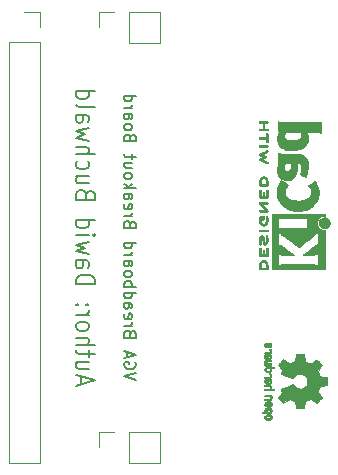
<source format=gbo>
G04 #@! TF.GenerationSoftware,KiCad,Pcbnew,(5.1.5)-3*
G04 #@! TF.CreationDate,2020-11-30T10:10:13+01:00*
G04 #@! TF.ProjectId,VGA_breakout,5647415f-6272-4656-916b-6f75742e6b69,rev?*
G04 #@! TF.SameCoordinates,Original*
G04 #@! TF.FileFunction,Legend,Bot*
G04 #@! TF.FilePolarity,Positive*
%FSLAX46Y46*%
G04 Gerber Fmt 4.6, Leading zero omitted, Abs format (unit mm)*
G04 Created by KiCad (PCBNEW (5.1.5)-3) date 2020-11-30 10:10:13*
%MOMM*%
%LPD*%
G04 APERTURE LIST*
%ADD10C,0.200000*%
%ADD11C,0.150000*%
%ADD12C,0.010000*%
%ADD13C,0.120000*%
G04 APERTURE END LIST*
D10*
X133083333Y-101333333D02*
X133083333Y-100666666D01*
X132626190Y-101466666D02*
X134226190Y-101000000D01*
X132626190Y-100533333D01*
X133692857Y-99466666D02*
X132626190Y-99466666D01*
X133692857Y-100066666D02*
X132854761Y-100066666D01*
X132702380Y-100000000D01*
X132626190Y-99866666D01*
X132626190Y-99666666D01*
X132702380Y-99533333D01*
X132778571Y-99466666D01*
X133692857Y-99000000D02*
X133692857Y-98466666D01*
X134226190Y-98800000D02*
X132854761Y-98800000D01*
X132702380Y-98733333D01*
X132626190Y-98600000D01*
X132626190Y-98466666D01*
X132626190Y-98000000D02*
X134226190Y-98000000D01*
X132626190Y-97400000D02*
X133464285Y-97400000D01*
X133616666Y-97466666D01*
X133692857Y-97600000D01*
X133692857Y-97800000D01*
X133616666Y-97933333D01*
X133540476Y-98000000D01*
X132626190Y-96533333D02*
X132702380Y-96666666D01*
X132778571Y-96733333D01*
X132930952Y-96800000D01*
X133388095Y-96800000D01*
X133540476Y-96733333D01*
X133616666Y-96666666D01*
X133692857Y-96533333D01*
X133692857Y-96333333D01*
X133616666Y-96200000D01*
X133540476Y-96133333D01*
X133388095Y-96066666D01*
X132930952Y-96066666D01*
X132778571Y-96133333D01*
X132702380Y-96200000D01*
X132626190Y-96333333D01*
X132626190Y-96533333D01*
X132626190Y-95466666D02*
X133692857Y-95466666D01*
X133388095Y-95466666D02*
X133540476Y-95400000D01*
X133616666Y-95333333D01*
X133692857Y-95200000D01*
X133692857Y-95066666D01*
X132778571Y-94600000D02*
X132702380Y-94533333D01*
X132626190Y-94600000D01*
X132702380Y-94666666D01*
X132778571Y-94600000D01*
X132626190Y-94600000D01*
X133616666Y-94600000D02*
X133540476Y-94533333D01*
X133464285Y-94600000D01*
X133540476Y-94666666D01*
X133616666Y-94600000D01*
X133464285Y-94600000D01*
X132626190Y-92866666D02*
X134226190Y-92866666D01*
X134226190Y-92533333D01*
X134150000Y-92333333D01*
X133997619Y-92200000D01*
X133845238Y-92133333D01*
X133540476Y-92066666D01*
X133311904Y-92066666D01*
X133007142Y-92133333D01*
X132854761Y-92200000D01*
X132702380Y-92333333D01*
X132626190Y-92533333D01*
X132626190Y-92866666D01*
X132626190Y-90866666D02*
X133464285Y-90866666D01*
X133616666Y-90933333D01*
X133692857Y-91066666D01*
X133692857Y-91333333D01*
X133616666Y-91466666D01*
X132702380Y-90866666D02*
X132626190Y-91000000D01*
X132626190Y-91333333D01*
X132702380Y-91466666D01*
X132854761Y-91533333D01*
X133007142Y-91533333D01*
X133159523Y-91466666D01*
X133235714Y-91333333D01*
X133235714Y-91000000D01*
X133311904Y-90866666D01*
X133692857Y-90333333D02*
X132626190Y-90066666D01*
X133388095Y-89800000D01*
X132626190Y-89533333D01*
X133692857Y-89266666D01*
X132626190Y-88733333D02*
X133692857Y-88733333D01*
X134226190Y-88733333D02*
X134150000Y-88800000D01*
X134073809Y-88733333D01*
X134150000Y-88666666D01*
X134226190Y-88733333D01*
X134073809Y-88733333D01*
X132626190Y-87466666D02*
X134226190Y-87466666D01*
X132702380Y-87466666D02*
X132626190Y-87600000D01*
X132626190Y-87866666D01*
X132702380Y-88000000D01*
X132778571Y-88066666D01*
X132930952Y-88133333D01*
X133388095Y-88133333D01*
X133540476Y-88066666D01*
X133616666Y-88000000D01*
X133692857Y-87866666D01*
X133692857Y-87600000D01*
X133616666Y-87466666D01*
X133464285Y-85266666D02*
X133388095Y-85066666D01*
X133311904Y-85000000D01*
X133159523Y-84933333D01*
X132930952Y-84933333D01*
X132778571Y-85000000D01*
X132702380Y-85066666D01*
X132626190Y-85200000D01*
X132626190Y-85733333D01*
X134226190Y-85733333D01*
X134226190Y-85266666D01*
X134150000Y-85133333D01*
X134073809Y-85066666D01*
X133921428Y-85000000D01*
X133769047Y-85000000D01*
X133616666Y-85066666D01*
X133540476Y-85133333D01*
X133464285Y-85266666D01*
X133464285Y-85733333D01*
X133692857Y-83733333D02*
X132626190Y-83733333D01*
X133692857Y-84333333D02*
X132854761Y-84333333D01*
X132702380Y-84266666D01*
X132626190Y-84133333D01*
X132626190Y-83933333D01*
X132702380Y-83800000D01*
X132778571Y-83733333D01*
X132702380Y-82466666D02*
X132626190Y-82600000D01*
X132626190Y-82866666D01*
X132702380Y-83000000D01*
X132778571Y-83066666D01*
X132930952Y-83133333D01*
X133388095Y-83133333D01*
X133540476Y-83066666D01*
X133616666Y-83000000D01*
X133692857Y-82866666D01*
X133692857Y-82600000D01*
X133616666Y-82466666D01*
X132626190Y-81866666D02*
X134226190Y-81866666D01*
X132626190Y-81266666D02*
X133464285Y-81266666D01*
X133616666Y-81333333D01*
X133692857Y-81466666D01*
X133692857Y-81666666D01*
X133616666Y-81800000D01*
X133540476Y-81866666D01*
X133692857Y-80733333D02*
X132626190Y-80466666D01*
X133388095Y-80200000D01*
X132626190Y-79933333D01*
X133692857Y-79666666D01*
X132626190Y-78533333D02*
X133464285Y-78533333D01*
X133616666Y-78600000D01*
X133692857Y-78733333D01*
X133692857Y-79000000D01*
X133616666Y-79133333D01*
X132702380Y-78533333D02*
X132626190Y-78666666D01*
X132626190Y-79000000D01*
X132702380Y-79133333D01*
X132854761Y-79200000D01*
X133007142Y-79200000D01*
X133159523Y-79133333D01*
X133235714Y-79000000D01*
X133235714Y-78666666D01*
X133311904Y-78533333D01*
X132626190Y-77666666D02*
X132702380Y-77800000D01*
X132854761Y-77866666D01*
X134226190Y-77866666D01*
X132626190Y-76533333D02*
X134226190Y-76533333D01*
X132702380Y-76533333D02*
X132626190Y-76666666D01*
X132626190Y-76933333D01*
X132702380Y-77066666D01*
X132778571Y-77133333D01*
X132930952Y-77200000D01*
X133388095Y-77200000D01*
X133540476Y-77133333D01*
X133616666Y-77066666D01*
X133692857Y-76933333D01*
X133692857Y-76666666D01*
X133616666Y-76533333D01*
D11*
X137707619Y-101019047D02*
X136707619Y-100685714D01*
X137707619Y-100352380D01*
X137660000Y-99495238D02*
X137707619Y-99590476D01*
X137707619Y-99733333D01*
X137660000Y-99876190D01*
X137564761Y-99971428D01*
X137469523Y-100019047D01*
X137279047Y-100066666D01*
X137136190Y-100066666D01*
X136945714Y-100019047D01*
X136850476Y-99971428D01*
X136755238Y-99876190D01*
X136707619Y-99733333D01*
X136707619Y-99638095D01*
X136755238Y-99495238D01*
X136802857Y-99447619D01*
X137136190Y-99447619D01*
X137136190Y-99638095D01*
X136993333Y-99066666D02*
X136993333Y-98590476D01*
X136707619Y-99161904D02*
X137707619Y-98828571D01*
X136707619Y-98495238D01*
X137231428Y-97066666D02*
X137183809Y-96923809D01*
X137136190Y-96876190D01*
X137040952Y-96828571D01*
X136898095Y-96828571D01*
X136802857Y-96876190D01*
X136755238Y-96923809D01*
X136707619Y-97019047D01*
X136707619Y-97400000D01*
X137707619Y-97400000D01*
X137707619Y-97066666D01*
X137660000Y-96971428D01*
X137612380Y-96923809D01*
X137517142Y-96876190D01*
X137421904Y-96876190D01*
X137326666Y-96923809D01*
X137279047Y-96971428D01*
X137231428Y-97066666D01*
X137231428Y-97400000D01*
X136707619Y-96400000D02*
X137374285Y-96400000D01*
X137183809Y-96400000D02*
X137279047Y-96352380D01*
X137326666Y-96304761D01*
X137374285Y-96209523D01*
X137374285Y-96114285D01*
X136755238Y-95400000D02*
X136707619Y-95495238D01*
X136707619Y-95685714D01*
X136755238Y-95780952D01*
X136850476Y-95828571D01*
X137231428Y-95828571D01*
X137326666Y-95780952D01*
X137374285Y-95685714D01*
X137374285Y-95495238D01*
X137326666Y-95400000D01*
X137231428Y-95352380D01*
X137136190Y-95352380D01*
X137040952Y-95828571D01*
X136707619Y-94495238D02*
X137231428Y-94495238D01*
X137326666Y-94542857D01*
X137374285Y-94638095D01*
X137374285Y-94828571D01*
X137326666Y-94923809D01*
X136755238Y-94495238D02*
X136707619Y-94590476D01*
X136707619Y-94828571D01*
X136755238Y-94923809D01*
X136850476Y-94971428D01*
X136945714Y-94971428D01*
X137040952Y-94923809D01*
X137088571Y-94828571D01*
X137088571Y-94590476D01*
X137136190Y-94495238D01*
X136707619Y-93590476D02*
X137707619Y-93590476D01*
X136755238Y-93590476D02*
X136707619Y-93685714D01*
X136707619Y-93876190D01*
X136755238Y-93971428D01*
X136802857Y-94019047D01*
X136898095Y-94066666D01*
X137183809Y-94066666D01*
X137279047Y-94019047D01*
X137326666Y-93971428D01*
X137374285Y-93876190D01*
X137374285Y-93685714D01*
X137326666Y-93590476D01*
X136707619Y-93114285D02*
X137707619Y-93114285D01*
X137326666Y-93114285D02*
X137374285Y-93019047D01*
X137374285Y-92828571D01*
X137326666Y-92733333D01*
X137279047Y-92685714D01*
X137183809Y-92638095D01*
X136898095Y-92638095D01*
X136802857Y-92685714D01*
X136755238Y-92733333D01*
X136707619Y-92828571D01*
X136707619Y-93019047D01*
X136755238Y-93114285D01*
X136707619Y-92066666D02*
X136755238Y-92161904D01*
X136802857Y-92209523D01*
X136898095Y-92257142D01*
X137183809Y-92257142D01*
X137279047Y-92209523D01*
X137326666Y-92161904D01*
X137374285Y-92066666D01*
X137374285Y-91923809D01*
X137326666Y-91828571D01*
X137279047Y-91780952D01*
X137183809Y-91733333D01*
X136898095Y-91733333D01*
X136802857Y-91780952D01*
X136755238Y-91828571D01*
X136707619Y-91923809D01*
X136707619Y-92066666D01*
X136707619Y-90876190D02*
X137231428Y-90876190D01*
X137326666Y-90923809D01*
X137374285Y-91019047D01*
X137374285Y-91209523D01*
X137326666Y-91304761D01*
X136755238Y-90876190D02*
X136707619Y-90971428D01*
X136707619Y-91209523D01*
X136755238Y-91304761D01*
X136850476Y-91352380D01*
X136945714Y-91352380D01*
X137040952Y-91304761D01*
X137088571Y-91209523D01*
X137088571Y-90971428D01*
X137136190Y-90876190D01*
X136707619Y-90400000D02*
X137374285Y-90400000D01*
X137183809Y-90400000D02*
X137279047Y-90352380D01*
X137326666Y-90304761D01*
X137374285Y-90209523D01*
X137374285Y-90114285D01*
X136707619Y-89352380D02*
X137707619Y-89352380D01*
X136755238Y-89352380D02*
X136707619Y-89447619D01*
X136707619Y-89638095D01*
X136755238Y-89733333D01*
X136802857Y-89780952D01*
X136898095Y-89828571D01*
X137183809Y-89828571D01*
X137279047Y-89780952D01*
X137326666Y-89733333D01*
X137374285Y-89638095D01*
X137374285Y-89447619D01*
X137326666Y-89352380D01*
X137231428Y-87780952D02*
X137183809Y-87638095D01*
X137136190Y-87590476D01*
X137040952Y-87542857D01*
X136898095Y-87542857D01*
X136802857Y-87590476D01*
X136755238Y-87638095D01*
X136707619Y-87733333D01*
X136707619Y-88114285D01*
X137707619Y-88114285D01*
X137707619Y-87780952D01*
X137660000Y-87685714D01*
X137612380Y-87638095D01*
X137517142Y-87590476D01*
X137421904Y-87590476D01*
X137326666Y-87638095D01*
X137279047Y-87685714D01*
X137231428Y-87780952D01*
X137231428Y-88114285D01*
X136707619Y-87114285D02*
X137374285Y-87114285D01*
X137183809Y-87114285D02*
X137279047Y-87066666D01*
X137326666Y-87019047D01*
X137374285Y-86923809D01*
X137374285Y-86828571D01*
X136755238Y-86114285D02*
X136707619Y-86209523D01*
X136707619Y-86400000D01*
X136755238Y-86495238D01*
X136850476Y-86542857D01*
X137231428Y-86542857D01*
X137326666Y-86495238D01*
X137374285Y-86400000D01*
X137374285Y-86209523D01*
X137326666Y-86114285D01*
X137231428Y-86066666D01*
X137136190Y-86066666D01*
X137040952Y-86542857D01*
X136707619Y-85209523D02*
X137231428Y-85209523D01*
X137326666Y-85257142D01*
X137374285Y-85352380D01*
X137374285Y-85542857D01*
X137326666Y-85638095D01*
X136755238Y-85209523D02*
X136707619Y-85304761D01*
X136707619Y-85542857D01*
X136755238Y-85638095D01*
X136850476Y-85685714D01*
X136945714Y-85685714D01*
X137040952Y-85638095D01*
X137088571Y-85542857D01*
X137088571Y-85304761D01*
X137136190Y-85209523D01*
X136707619Y-84733333D02*
X137707619Y-84733333D01*
X137088571Y-84638095D02*
X136707619Y-84352380D01*
X137374285Y-84352380D02*
X136993333Y-84733333D01*
X136707619Y-83780952D02*
X136755238Y-83876190D01*
X136802857Y-83923809D01*
X136898095Y-83971428D01*
X137183809Y-83971428D01*
X137279047Y-83923809D01*
X137326666Y-83876190D01*
X137374285Y-83780952D01*
X137374285Y-83638095D01*
X137326666Y-83542857D01*
X137279047Y-83495238D01*
X137183809Y-83447619D01*
X136898095Y-83447619D01*
X136802857Y-83495238D01*
X136755238Y-83542857D01*
X136707619Y-83638095D01*
X136707619Y-83780952D01*
X137374285Y-82590476D02*
X136707619Y-82590476D01*
X137374285Y-83019047D02*
X136850476Y-83019047D01*
X136755238Y-82971428D01*
X136707619Y-82876190D01*
X136707619Y-82733333D01*
X136755238Y-82638095D01*
X136802857Y-82590476D01*
X137374285Y-82257142D02*
X137374285Y-81876190D01*
X137707619Y-82114285D02*
X136850476Y-82114285D01*
X136755238Y-82066666D01*
X136707619Y-81971428D01*
X136707619Y-81876190D01*
X137231428Y-80447619D02*
X137183809Y-80304761D01*
X137136190Y-80257142D01*
X137040952Y-80209523D01*
X136898095Y-80209523D01*
X136802857Y-80257142D01*
X136755238Y-80304761D01*
X136707619Y-80400000D01*
X136707619Y-80780952D01*
X137707619Y-80780952D01*
X137707619Y-80447619D01*
X137660000Y-80352380D01*
X137612380Y-80304761D01*
X137517142Y-80257142D01*
X137421904Y-80257142D01*
X137326666Y-80304761D01*
X137279047Y-80352380D01*
X137231428Y-80447619D01*
X137231428Y-80780952D01*
X136707619Y-79638095D02*
X136755238Y-79733333D01*
X136802857Y-79780952D01*
X136898095Y-79828571D01*
X137183809Y-79828571D01*
X137279047Y-79780952D01*
X137326666Y-79733333D01*
X137374285Y-79638095D01*
X137374285Y-79495238D01*
X137326666Y-79400000D01*
X137279047Y-79352380D01*
X137183809Y-79304761D01*
X136898095Y-79304761D01*
X136802857Y-79352380D01*
X136755238Y-79400000D01*
X136707619Y-79495238D01*
X136707619Y-79638095D01*
X136707619Y-78447619D02*
X137231428Y-78447619D01*
X137326666Y-78495238D01*
X137374285Y-78590476D01*
X137374285Y-78780952D01*
X137326666Y-78876190D01*
X136755238Y-78447619D02*
X136707619Y-78542857D01*
X136707619Y-78780952D01*
X136755238Y-78876190D01*
X136850476Y-78923809D01*
X136945714Y-78923809D01*
X137040952Y-78876190D01*
X137088571Y-78780952D01*
X137088571Y-78542857D01*
X137136190Y-78447619D01*
X136707619Y-77971428D02*
X137374285Y-77971428D01*
X137183809Y-77971428D02*
X137279047Y-77923809D01*
X137326666Y-77876190D01*
X137374285Y-77780952D01*
X137374285Y-77685714D01*
X136707619Y-76923809D02*
X137707619Y-76923809D01*
X136755238Y-76923809D02*
X136707619Y-77019047D01*
X136707619Y-77209523D01*
X136755238Y-77304761D01*
X136802857Y-77352380D01*
X136898095Y-77400000D01*
X137183809Y-77400000D01*
X137279047Y-77352380D01*
X137326666Y-77304761D01*
X137374285Y-77209523D01*
X137374285Y-77019047D01*
X137326666Y-76923809D01*
D12*
G36*
X148855467Y-79115177D02*
G01*
X148833224Y-79083798D01*
X148805515Y-79056089D01*
X148496080Y-79056089D01*
X148404201Y-79056162D01*
X148332160Y-79056505D01*
X148277220Y-79057308D01*
X148236640Y-79058759D01*
X148207683Y-79061048D01*
X148187609Y-79064364D01*
X148173679Y-79068895D01*
X148163155Y-79074831D01*
X148156900Y-79079486D01*
X148132327Y-79110217D01*
X148129659Y-79145504D01*
X148144729Y-79177755D01*
X148153626Y-79188412D01*
X148165443Y-79195536D01*
X148184474Y-79199833D01*
X148215008Y-79202009D01*
X148261338Y-79202772D01*
X148297129Y-79202845D01*
X148431955Y-79202845D01*
X148431955Y-79699556D01*
X148309300Y-79699556D01*
X148253213Y-79700069D01*
X148214667Y-79702124D01*
X148188639Y-79706492D01*
X148170103Y-79713944D01*
X148156900Y-79722953D01*
X148132396Y-79753856D01*
X148129494Y-79788804D01*
X148146911Y-79822262D01*
X148156041Y-79831396D01*
X148168145Y-79837848D01*
X148186999Y-79842103D01*
X148216380Y-79844648D01*
X148260063Y-79845971D01*
X148321825Y-79846557D01*
X148336000Y-79846625D01*
X148452369Y-79847109D01*
X148548273Y-79847359D01*
X148625823Y-79847277D01*
X148687131Y-79846769D01*
X148734310Y-79845738D01*
X148769470Y-79844087D01*
X148794724Y-79841721D01*
X148812183Y-79838543D01*
X148823959Y-79834456D01*
X148832165Y-79829366D01*
X148838355Y-79823734D01*
X148858156Y-79791872D01*
X148855467Y-79758643D01*
X148833224Y-79727265D01*
X148818874Y-79714567D01*
X148803022Y-79706474D01*
X148780446Y-79701958D01*
X148745922Y-79699994D01*
X148694224Y-79699556D01*
X148578711Y-79699556D01*
X148578711Y-79202845D01*
X148697244Y-79202845D01*
X148751852Y-79202338D01*
X148788725Y-79200302D01*
X148812693Y-79195965D01*
X148828585Y-79188553D01*
X148838355Y-79180267D01*
X148858156Y-79148406D01*
X148855467Y-79115177D01*
G37*
X148855467Y-79115177D02*
X148833224Y-79083798D01*
X148805515Y-79056089D01*
X148496080Y-79056089D01*
X148404201Y-79056162D01*
X148332160Y-79056505D01*
X148277220Y-79057308D01*
X148236640Y-79058759D01*
X148207683Y-79061048D01*
X148187609Y-79064364D01*
X148173679Y-79068895D01*
X148163155Y-79074831D01*
X148156900Y-79079486D01*
X148132327Y-79110217D01*
X148129659Y-79145504D01*
X148144729Y-79177755D01*
X148153626Y-79188412D01*
X148165443Y-79195536D01*
X148184474Y-79199833D01*
X148215008Y-79202009D01*
X148261338Y-79202772D01*
X148297129Y-79202845D01*
X148431955Y-79202845D01*
X148431955Y-79699556D01*
X148309300Y-79699556D01*
X148253213Y-79700069D01*
X148214667Y-79702124D01*
X148188639Y-79706492D01*
X148170103Y-79713944D01*
X148156900Y-79722953D01*
X148132396Y-79753856D01*
X148129494Y-79788804D01*
X148146911Y-79822262D01*
X148156041Y-79831396D01*
X148168145Y-79837848D01*
X148186999Y-79842103D01*
X148216380Y-79844648D01*
X148260063Y-79845971D01*
X148321825Y-79846557D01*
X148336000Y-79846625D01*
X148452369Y-79847109D01*
X148548273Y-79847359D01*
X148625823Y-79847277D01*
X148687131Y-79846769D01*
X148734310Y-79845738D01*
X148769470Y-79844087D01*
X148794724Y-79841721D01*
X148812183Y-79838543D01*
X148823959Y-79834456D01*
X148832165Y-79829366D01*
X148838355Y-79823734D01*
X148858156Y-79791872D01*
X148855467Y-79758643D01*
X148833224Y-79727265D01*
X148818874Y-79714567D01*
X148803022Y-79706474D01*
X148780446Y-79701958D01*
X148745922Y-79699994D01*
X148694224Y-79699556D01*
X148578711Y-79699556D01*
X148578711Y-79202845D01*
X148697244Y-79202845D01*
X148751852Y-79202338D01*
X148788725Y-79200302D01*
X148812693Y-79195965D01*
X148828585Y-79188553D01*
X148838355Y-79180267D01*
X148858156Y-79148406D01*
X148855467Y-79115177D01*
G36*
X148860837Y-80380935D02*
G01*
X148860458Y-80302228D01*
X148859667Y-80241137D01*
X148858330Y-80195183D01*
X148856317Y-80161886D01*
X148853494Y-80138764D01*
X148849731Y-80123338D01*
X148844895Y-80113129D01*
X148841178Y-80108187D01*
X148808642Y-80082543D01*
X148774862Y-80079441D01*
X148744174Y-80095289D01*
X148731911Y-80105652D01*
X148723550Y-80116804D01*
X148718343Y-80132965D01*
X148715543Y-80158358D01*
X148714404Y-80197202D01*
X148714179Y-80253720D01*
X148714178Y-80264820D01*
X148714178Y-80410756D01*
X148443244Y-80410756D01*
X148357846Y-80410852D01*
X148292136Y-80411289D01*
X148243226Y-80412288D01*
X148208227Y-80414072D01*
X148184251Y-80416863D01*
X148168407Y-80420883D01*
X148157809Y-80426355D01*
X148149733Y-80433334D01*
X148129888Y-80466266D01*
X148131452Y-80500646D01*
X148154094Y-80531824D01*
X148156900Y-80534114D01*
X148167508Y-80541571D01*
X148179919Y-80547253D01*
X148197150Y-80551399D01*
X148222216Y-80554250D01*
X148258133Y-80556046D01*
X148307917Y-80557028D01*
X148374583Y-80557436D01*
X148450411Y-80557511D01*
X148714178Y-80557511D01*
X148714178Y-80696873D01*
X148714582Y-80756678D01*
X148716160Y-80798082D01*
X148719453Y-80825252D01*
X148725008Y-80842354D01*
X148733369Y-80853557D01*
X148734822Y-80854917D01*
X148768061Y-80871275D01*
X148805638Y-80869828D01*
X148838355Y-80851022D01*
X148844702Y-80843750D01*
X148849734Y-80834373D01*
X148853604Y-80820391D01*
X148856463Y-80799304D01*
X148858465Y-80768611D01*
X148859761Y-80725811D01*
X148860502Y-80668405D01*
X148860842Y-80593890D01*
X148860932Y-80499767D01*
X148860933Y-80479740D01*
X148860837Y-80380935D01*
G37*
X148860837Y-80380935D02*
X148860458Y-80302228D01*
X148859667Y-80241137D01*
X148858330Y-80195183D01*
X148856317Y-80161886D01*
X148853494Y-80138764D01*
X148849731Y-80123338D01*
X148844895Y-80113129D01*
X148841178Y-80108187D01*
X148808642Y-80082543D01*
X148774862Y-80079441D01*
X148744174Y-80095289D01*
X148731911Y-80105652D01*
X148723550Y-80116804D01*
X148718343Y-80132965D01*
X148715543Y-80158358D01*
X148714404Y-80197202D01*
X148714179Y-80253720D01*
X148714178Y-80264820D01*
X148714178Y-80410756D01*
X148443244Y-80410756D01*
X148357846Y-80410852D01*
X148292136Y-80411289D01*
X148243226Y-80412288D01*
X148208227Y-80414072D01*
X148184251Y-80416863D01*
X148168407Y-80420883D01*
X148157809Y-80426355D01*
X148149733Y-80433334D01*
X148129888Y-80466266D01*
X148131452Y-80500646D01*
X148154094Y-80531824D01*
X148156900Y-80534114D01*
X148167508Y-80541571D01*
X148179919Y-80547253D01*
X148197150Y-80551399D01*
X148222216Y-80554250D01*
X148258133Y-80556046D01*
X148307917Y-80557028D01*
X148374583Y-80557436D01*
X148450411Y-80557511D01*
X148714178Y-80557511D01*
X148714178Y-80696873D01*
X148714582Y-80756678D01*
X148716160Y-80798082D01*
X148719453Y-80825252D01*
X148725008Y-80842354D01*
X148733369Y-80853557D01*
X148734822Y-80854917D01*
X148768061Y-80871275D01*
X148805638Y-80869828D01*
X148838355Y-80851022D01*
X148844702Y-80843750D01*
X148849734Y-80834373D01*
X148853604Y-80820391D01*
X148856463Y-80799304D01*
X148858465Y-80768611D01*
X148859761Y-80725811D01*
X148860502Y-80668405D01*
X148860842Y-80593890D01*
X148860932Y-80499767D01*
X148860933Y-80479740D01*
X148860837Y-80380935D01*
G36*
X148854123Y-81155386D02*
G01*
X148839353Y-81131673D01*
X148817773Y-81105022D01*
X148496227Y-81105022D01*
X148402170Y-81105107D01*
X148328068Y-81105471D01*
X148271296Y-81106276D01*
X148229232Y-81107687D01*
X148199252Y-81109867D01*
X148178733Y-81112979D01*
X148165051Y-81117186D01*
X148155584Y-81122652D01*
X148150918Y-81126528D01*
X148130425Y-81157966D01*
X148131261Y-81193767D01*
X148148736Y-81225127D01*
X148170316Y-81251778D01*
X148817773Y-81251778D01*
X148839353Y-81225127D01*
X148855051Y-81199406D01*
X148860933Y-81178400D01*
X148854123Y-81155386D01*
G37*
X148854123Y-81155386D02*
X148839353Y-81131673D01*
X148817773Y-81105022D01*
X148496227Y-81105022D01*
X148402170Y-81105107D01*
X148328068Y-81105471D01*
X148271296Y-81106276D01*
X148229232Y-81107687D01*
X148199252Y-81109867D01*
X148178733Y-81112979D01*
X148165051Y-81117186D01*
X148155584Y-81122652D01*
X148150918Y-81126528D01*
X148130425Y-81157966D01*
X148131261Y-81193767D01*
X148148736Y-81225127D01*
X148170316Y-81251778D01*
X148817773Y-81251778D01*
X148839353Y-81225127D01*
X148855051Y-81199406D01*
X148860933Y-81178400D01*
X148854123Y-81155386D01*
G36*
X148858966Y-81599335D02*
G01*
X148851965Y-81579745D01*
X148851623Y-81578990D01*
X148831322Y-81552387D01*
X148810439Y-81537730D01*
X148800648Y-81534862D01*
X148787639Y-81535004D01*
X148769105Y-81539039D01*
X148742743Y-81547854D01*
X148706248Y-81562331D01*
X148657313Y-81583355D01*
X148593635Y-81611812D01*
X148512907Y-81648585D01*
X148468784Y-81668825D01*
X148390015Y-81705375D01*
X148317577Y-81739685D01*
X148254120Y-81770448D01*
X148202292Y-81796352D01*
X148164741Y-81816090D01*
X148144116Y-81828350D01*
X148141267Y-81830776D01*
X148128698Y-81861817D01*
X148130381Y-81896879D01*
X148145668Y-81925000D01*
X148146911Y-81926146D01*
X148163846Y-81937332D01*
X148196830Y-81956096D01*
X148241620Y-81980125D01*
X148293968Y-82007103D01*
X148313258Y-82016799D01*
X148459850Y-82089986D01*
X148300607Y-82169760D01*
X148245585Y-82198233D01*
X148197868Y-82224650D01*
X148161107Y-82246852D01*
X148138956Y-82262681D01*
X148134259Y-82268046D01*
X148127898Y-82309743D01*
X148141267Y-82344151D01*
X148155554Y-82354272D01*
X148187308Y-82371786D01*
X148233403Y-82395265D01*
X148290715Y-82423280D01*
X148356120Y-82454401D01*
X148426493Y-82487201D01*
X148498709Y-82520250D01*
X148569645Y-82552119D01*
X148636175Y-82581381D01*
X148695174Y-82606605D01*
X148743519Y-82626364D01*
X148778085Y-82639228D01*
X148795747Y-82643769D01*
X148796387Y-82643723D01*
X148818612Y-82632674D01*
X148841247Y-82610590D01*
X148842232Y-82609290D01*
X148857575Y-82582147D01*
X148857426Y-82557042D01*
X148854534Y-82547632D01*
X148848282Y-82536166D01*
X148835986Y-82523990D01*
X148815092Y-82509643D01*
X148783051Y-82491664D01*
X148737312Y-82468593D01*
X148675323Y-82438970D01*
X148618102Y-82412255D01*
X148551774Y-82381520D01*
X148492126Y-82353979D01*
X148442275Y-82331062D01*
X148405336Y-82314202D01*
X148384427Y-82304827D01*
X148381155Y-82303460D01*
X148386503Y-82297311D01*
X148408891Y-82283178D01*
X148445054Y-82262943D01*
X148491723Y-82238485D01*
X148510978Y-82228752D01*
X148575996Y-82195783D01*
X148623346Y-82170357D01*
X148655781Y-82150388D01*
X148676054Y-82133790D01*
X148686918Y-82118476D01*
X148691125Y-82102360D01*
X148691600Y-82091857D01*
X148689958Y-82073330D01*
X148683169Y-82057096D01*
X148668434Y-82040965D01*
X148642956Y-82022749D01*
X148603939Y-82000261D01*
X148548586Y-81971311D01*
X148517097Y-81955338D01*
X148466913Y-81929430D01*
X148425296Y-81906833D01*
X148395758Y-81889542D01*
X148381811Y-81879550D01*
X148381230Y-81878191D01*
X148392207Y-81871739D01*
X148420710Y-81857292D01*
X148463756Y-81836297D01*
X148518362Y-81810203D01*
X148581546Y-81780454D01*
X148612929Y-81765820D01*
X148693922Y-81727750D01*
X148756244Y-81697095D01*
X148801929Y-81672263D01*
X148833011Y-81651663D01*
X148851522Y-81633702D01*
X148859496Y-81616790D01*
X148858966Y-81599335D01*
G37*
X148858966Y-81599335D02*
X148851965Y-81579745D01*
X148851623Y-81578990D01*
X148831322Y-81552387D01*
X148810439Y-81537730D01*
X148800648Y-81534862D01*
X148787639Y-81535004D01*
X148769105Y-81539039D01*
X148742743Y-81547854D01*
X148706248Y-81562331D01*
X148657313Y-81583355D01*
X148593635Y-81611812D01*
X148512907Y-81648585D01*
X148468784Y-81668825D01*
X148390015Y-81705375D01*
X148317577Y-81739685D01*
X148254120Y-81770448D01*
X148202292Y-81796352D01*
X148164741Y-81816090D01*
X148144116Y-81828350D01*
X148141267Y-81830776D01*
X148128698Y-81861817D01*
X148130381Y-81896879D01*
X148145668Y-81925000D01*
X148146911Y-81926146D01*
X148163846Y-81937332D01*
X148196830Y-81956096D01*
X148241620Y-81980125D01*
X148293968Y-82007103D01*
X148313258Y-82016799D01*
X148459850Y-82089986D01*
X148300607Y-82169760D01*
X148245585Y-82198233D01*
X148197868Y-82224650D01*
X148161107Y-82246852D01*
X148138956Y-82262681D01*
X148134259Y-82268046D01*
X148127898Y-82309743D01*
X148141267Y-82344151D01*
X148155554Y-82354272D01*
X148187308Y-82371786D01*
X148233403Y-82395265D01*
X148290715Y-82423280D01*
X148356120Y-82454401D01*
X148426493Y-82487201D01*
X148498709Y-82520250D01*
X148569645Y-82552119D01*
X148636175Y-82581381D01*
X148695174Y-82606605D01*
X148743519Y-82626364D01*
X148778085Y-82639228D01*
X148795747Y-82643769D01*
X148796387Y-82643723D01*
X148818612Y-82632674D01*
X148841247Y-82610590D01*
X148842232Y-82609290D01*
X148857575Y-82582147D01*
X148857426Y-82557042D01*
X148854534Y-82547632D01*
X148848282Y-82536166D01*
X148835986Y-82523990D01*
X148815092Y-82509643D01*
X148783051Y-82491664D01*
X148737312Y-82468593D01*
X148675323Y-82438970D01*
X148618102Y-82412255D01*
X148551774Y-82381520D01*
X148492126Y-82353979D01*
X148442275Y-82331062D01*
X148405336Y-82314202D01*
X148384427Y-82304827D01*
X148381155Y-82303460D01*
X148386503Y-82297311D01*
X148408891Y-82283178D01*
X148445054Y-82262943D01*
X148491723Y-82238485D01*
X148510978Y-82228752D01*
X148575996Y-82195783D01*
X148623346Y-82170357D01*
X148655781Y-82150388D01*
X148676054Y-82133790D01*
X148686918Y-82118476D01*
X148691125Y-82102360D01*
X148691600Y-82091857D01*
X148689958Y-82073330D01*
X148683169Y-82057096D01*
X148668434Y-82040965D01*
X148642956Y-82022749D01*
X148603939Y-82000261D01*
X148548586Y-81971311D01*
X148517097Y-81955338D01*
X148466913Y-81929430D01*
X148425296Y-81906833D01*
X148395758Y-81889542D01*
X148381811Y-81879550D01*
X148381230Y-81878191D01*
X148392207Y-81871739D01*
X148420710Y-81857292D01*
X148463756Y-81836297D01*
X148518362Y-81810203D01*
X148581546Y-81780454D01*
X148612929Y-81765820D01*
X148693922Y-81727750D01*
X148756244Y-81697095D01*
X148801929Y-81672263D01*
X148833011Y-81651663D01*
X148851522Y-81633702D01*
X148859496Y-81616790D01*
X148858966Y-81599335D01*
G36*
X148860725Y-84325691D02*
G01*
X148856364Y-84196712D01*
X148843139Y-84087009D01*
X148820259Y-83994774D01*
X148786930Y-83918198D01*
X148742362Y-83855473D01*
X148685764Y-83804788D01*
X148616342Y-83764337D01*
X148614649Y-83763541D01*
X148552517Y-83739399D01*
X148497491Y-83730797D01*
X148442113Y-83737769D01*
X148378927Y-83760346D01*
X148369311Y-83764628D01*
X148313034Y-83793828D01*
X148269549Y-83826644D01*
X148232583Y-83868998D01*
X148195865Y-83926810D01*
X148193948Y-83930169D01*
X148169773Y-83980496D01*
X148151718Y-84037379D01*
X148139161Y-84104473D01*
X148131478Y-84185435D01*
X148128047Y-84283918D01*
X148127749Y-84318714D01*
X148127155Y-84484406D01*
X148156900Y-84507803D01*
X148166681Y-84514743D01*
X148178103Y-84520158D01*
X148193905Y-84524235D01*
X148216825Y-84527163D01*
X148249604Y-84529133D01*
X148273911Y-84529775D01*
X148273911Y-84373156D01*
X148273911Y-84279274D01*
X148275517Y-84224336D01*
X148279745Y-84167940D01*
X148285708Y-84121655D01*
X148286210Y-84118861D01*
X148308264Y-84036652D01*
X148341400Y-83972886D01*
X148387153Y-83925548D01*
X148447061Y-83892618D01*
X148462939Y-83886892D01*
X148487667Y-83881279D01*
X148512098Y-83883709D01*
X148544600Y-83895533D01*
X148560566Y-83902660D01*
X148602994Y-83926000D01*
X148632760Y-83954120D01*
X148653489Y-83985060D01*
X148680463Y-84047034D01*
X148700002Y-84126349D01*
X148711254Y-84218747D01*
X148713730Y-84285667D01*
X148714178Y-84373156D01*
X148273911Y-84373156D01*
X148273911Y-84529775D01*
X148294979Y-84530332D01*
X148355689Y-84530950D01*
X148434474Y-84531175D01*
X148496080Y-84531200D01*
X148805515Y-84531200D01*
X148833224Y-84503491D01*
X148844456Y-84491194D01*
X148852147Y-84477897D01*
X148856960Y-84459328D01*
X148859554Y-84431214D01*
X148860590Y-84389283D01*
X148860730Y-84329263D01*
X148860725Y-84325691D01*
G37*
X148860725Y-84325691D02*
X148856364Y-84196712D01*
X148843139Y-84087009D01*
X148820259Y-83994774D01*
X148786930Y-83918198D01*
X148742362Y-83855473D01*
X148685764Y-83804788D01*
X148616342Y-83764337D01*
X148614649Y-83763541D01*
X148552517Y-83739399D01*
X148497491Y-83730797D01*
X148442113Y-83737769D01*
X148378927Y-83760346D01*
X148369311Y-83764628D01*
X148313034Y-83793828D01*
X148269549Y-83826644D01*
X148232583Y-83868998D01*
X148195865Y-83926810D01*
X148193948Y-83930169D01*
X148169773Y-83980496D01*
X148151718Y-84037379D01*
X148139161Y-84104473D01*
X148131478Y-84185435D01*
X148128047Y-84283918D01*
X148127749Y-84318714D01*
X148127155Y-84484406D01*
X148156900Y-84507803D01*
X148166681Y-84514743D01*
X148178103Y-84520158D01*
X148193905Y-84524235D01*
X148216825Y-84527163D01*
X148249604Y-84529133D01*
X148273911Y-84529775D01*
X148273911Y-84373156D01*
X148273911Y-84279274D01*
X148275517Y-84224336D01*
X148279745Y-84167940D01*
X148285708Y-84121655D01*
X148286210Y-84118861D01*
X148308264Y-84036652D01*
X148341400Y-83972886D01*
X148387153Y-83925548D01*
X148447061Y-83892618D01*
X148462939Y-83886892D01*
X148487667Y-83881279D01*
X148512098Y-83883709D01*
X148544600Y-83895533D01*
X148560566Y-83902660D01*
X148602994Y-83926000D01*
X148632760Y-83954120D01*
X148653489Y-83985060D01*
X148680463Y-84047034D01*
X148700002Y-84126349D01*
X148711254Y-84218747D01*
X148713730Y-84285667D01*
X148714178Y-84373156D01*
X148273911Y-84373156D01*
X148273911Y-84529775D01*
X148294979Y-84530332D01*
X148355689Y-84530950D01*
X148434474Y-84531175D01*
X148496080Y-84531200D01*
X148805515Y-84531200D01*
X148833224Y-84503491D01*
X148844456Y-84491194D01*
X148852147Y-84477897D01*
X148856960Y-84459328D01*
X148859554Y-84431214D01*
X148860590Y-84389283D01*
X148860730Y-84329263D01*
X148860725Y-84325691D01*
G36*
X148860740Y-85113657D02*
G01*
X148859826Y-85037299D01*
X148857689Y-84978783D01*
X148853825Y-84935745D01*
X148847733Y-84905817D01*
X148838910Y-84886632D01*
X148826854Y-84875824D01*
X148811061Y-84871027D01*
X148791030Y-84869873D01*
X148788665Y-84869867D01*
X148766008Y-84870869D01*
X148748497Y-84875604D01*
X148735426Y-84886667D01*
X148726087Y-84906652D01*
X148719773Y-84938154D01*
X148715778Y-84983768D01*
X148713394Y-85046087D01*
X148711914Y-85127707D01*
X148711586Y-85152723D01*
X148708533Y-85394800D01*
X148643622Y-85398186D01*
X148578711Y-85401571D01*
X148578711Y-85233424D01*
X148578469Y-85167734D01*
X148577444Y-85120828D01*
X148575189Y-85088917D01*
X148571258Y-85068209D01*
X148565202Y-85054916D01*
X148556576Y-85045245D01*
X148556507Y-85045183D01*
X148522888Y-85027644D01*
X148486552Y-85028278D01*
X148455577Y-85046686D01*
X148452393Y-85050329D01*
X148444188Y-85063259D01*
X148438479Y-85080976D01*
X148434838Y-85107430D01*
X148432833Y-85146568D01*
X148432036Y-85202338D01*
X148431955Y-85238006D01*
X148431955Y-85400445D01*
X148273911Y-85400445D01*
X148273911Y-85153839D01*
X148273769Y-85072420D01*
X148273186Y-85010590D01*
X148271932Y-84965363D01*
X148269773Y-84933752D01*
X148266477Y-84912769D01*
X148261811Y-84899427D01*
X148255543Y-84890739D01*
X148253267Y-84888550D01*
X148221720Y-84872386D01*
X148185832Y-84871203D01*
X148154715Y-84884464D01*
X148144729Y-84894957D01*
X148139231Y-84905871D01*
X148134978Y-84922783D01*
X148131820Y-84948367D01*
X148129608Y-84985299D01*
X148128194Y-85036254D01*
X148127428Y-85103906D01*
X148127162Y-85190931D01*
X148127155Y-85210606D01*
X148127213Y-85299089D01*
X148127533Y-85367773D01*
X148128333Y-85419436D01*
X148129833Y-85456855D01*
X148132251Y-85482810D01*
X148135806Y-85500078D01*
X148140718Y-85511438D01*
X148147205Y-85519668D01*
X148151862Y-85524183D01*
X148160111Y-85530979D01*
X148170331Y-85536288D01*
X148185200Y-85540294D01*
X148207398Y-85543179D01*
X148239607Y-85545126D01*
X148284504Y-85546319D01*
X148344772Y-85546939D01*
X148423089Y-85547171D01*
X148489006Y-85547200D01*
X148581372Y-85547129D01*
X148653883Y-85546792D01*
X148709263Y-85546002D01*
X148750235Y-85544574D01*
X148779522Y-85542321D01*
X148799847Y-85539057D01*
X148813934Y-85534596D01*
X148824505Y-85528752D01*
X148831189Y-85523803D01*
X148860933Y-85500406D01*
X148860933Y-85210226D01*
X148860740Y-85113657D01*
G37*
X148860740Y-85113657D02*
X148859826Y-85037299D01*
X148857689Y-84978783D01*
X148853825Y-84935745D01*
X148847733Y-84905817D01*
X148838910Y-84886632D01*
X148826854Y-84875824D01*
X148811061Y-84871027D01*
X148791030Y-84869873D01*
X148788665Y-84869867D01*
X148766008Y-84870869D01*
X148748497Y-84875604D01*
X148735426Y-84886667D01*
X148726087Y-84906652D01*
X148719773Y-84938154D01*
X148715778Y-84983768D01*
X148713394Y-85046087D01*
X148711914Y-85127707D01*
X148711586Y-85152723D01*
X148708533Y-85394800D01*
X148643622Y-85398186D01*
X148578711Y-85401571D01*
X148578711Y-85233424D01*
X148578469Y-85167734D01*
X148577444Y-85120828D01*
X148575189Y-85088917D01*
X148571258Y-85068209D01*
X148565202Y-85054916D01*
X148556576Y-85045245D01*
X148556507Y-85045183D01*
X148522888Y-85027644D01*
X148486552Y-85028278D01*
X148455577Y-85046686D01*
X148452393Y-85050329D01*
X148444188Y-85063259D01*
X148438479Y-85080976D01*
X148434838Y-85107430D01*
X148432833Y-85146568D01*
X148432036Y-85202338D01*
X148431955Y-85238006D01*
X148431955Y-85400445D01*
X148273911Y-85400445D01*
X148273911Y-85153839D01*
X148273769Y-85072420D01*
X148273186Y-85010590D01*
X148271932Y-84965363D01*
X148269773Y-84933752D01*
X148266477Y-84912769D01*
X148261811Y-84899427D01*
X148255543Y-84890739D01*
X148253267Y-84888550D01*
X148221720Y-84872386D01*
X148185832Y-84871203D01*
X148154715Y-84884464D01*
X148144729Y-84894957D01*
X148139231Y-84905871D01*
X148134978Y-84922783D01*
X148131820Y-84948367D01*
X148129608Y-84985299D01*
X148128194Y-85036254D01*
X148127428Y-85103906D01*
X148127162Y-85190931D01*
X148127155Y-85210606D01*
X148127213Y-85299089D01*
X148127533Y-85367773D01*
X148128333Y-85419436D01*
X148129833Y-85456855D01*
X148132251Y-85482810D01*
X148135806Y-85500078D01*
X148140718Y-85511438D01*
X148147205Y-85519668D01*
X148151862Y-85524183D01*
X148160111Y-85530979D01*
X148170331Y-85536288D01*
X148185200Y-85540294D01*
X148207398Y-85543179D01*
X148239607Y-85545126D01*
X148284504Y-85546319D01*
X148344772Y-85546939D01*
X148423089Y-85547171D01*
X148489006Y-85547200D01*
X148581372Y-85547129D01*
X148653883Y-85546792D01*
X148709263Y-85546002D01*
X148750235Y-85544574D01*
X148779522Y-85542321D01*
X148799847Y-85539057D01*
X148813934Y-85534596D01*
X148824505Y-85528752D01*
X148831189Y-85523803D01*
X148860933Y-85500406D01*
X148860933Y-85210226D01*
X148860740Y-85113657D01*
G36*
X148856552Y-86644114D02*
G01*
X148842727Y-86620548D01*
X148820119Y-86589735D01*
X148787662Y-86550078D01*
X148744292Y-86499980D01*
X148688942Y-86437843D01*
X148620549Y-86362072D01*
X148541916Y-86275334D01*
X148378122Y-86094711D01*
X148597971Y-86089067D01*
X148673649Y-86087029D01*
X148730006Y-86085063D01*
X148770294Y-86082734D01*
X148797765Y-86079606D01*
X148815671Y-86075245D01*
X148827263Y-86069216D01*
X148835792Y-86061084D01*
X148839377Y-86056772D01*
X148858330Y-86022241D01*
X148855559Y-85989383D01*
X148839367Y-85963318D01*
X148817801Y-85936667D01*
X148502849Y-85933352D01*
X148410221Y-85932435D01*
X148337456Y-85931968D01*
X148281839Y-85932113D01*
X148240658Y-85933032D01*
X148211197Y-85934887D01*
X148190745Y-85937839D01*
X148176587Y-85942050D01*
X148166009Y-85947682D01*
X148157526Y-85953927D01*
X148141793Y-85967439D01*
X148131364Y-85980883D01*
X148127361Y-85996124D01*
X148130906Y-86015026D01*
X148143121Y-86039455D01*
X148165129Y-86071273D01*
X148198051Y-86112348D01*
X148243009Y-86164542D01*
X148301125Y-86229722D01*
X148367901Y-86303556D01*
X148608542Y-86568845D01*
X148389411Y-86574489D01*
X148313872Y-86576531D01*
X148257646Y-86578502D01*
X148217476Y-86580839D01*
X148190104Y-86583981D01*
X148172272Y-86588364D01*
X148160721Y-86594424D01*
X148152193Y-86602600D01*
X148148718Y-86606784D01*
X148129628Y-86643765D01*
X148132507Y-86678708D01*
X148156900Y-86709136D01*
X148166714Y-86716097D01*
X148178174Y-86721523D01*
X148194032Y-86725603D01*
X148217037Y-86728529D01*
X148249938Y-86730492D01*
X148295484Y-86731683D01*
X148356427Y-86732292D01*
X148435514Y-86732511D01*
X148494044Y-86732534D01*
X148585593Y-86732460D01*
X148657313Y-86732113D01*
X148711955Y-86731301D01*
X148752268Y-86729833D01*
X148781002Y-86727519D01*
X148800907Y-86724167D01*
X148814732Y-86719588D01*
X148825228Y-86713589D01*
X148831189Y-86709136D01*
X148845309Y-86697850D01*
X148855971Y-86687301D01*
X148862108Y-86675893D01*
X148862657Y-86662030D01*
X148856552Y-86644114D01*
G37*
X148856552Y-86644114D02*
X148842727Y-86620548D01*
X148820119Y-86589735D01*
X148787662Y-86550078D01*
X148744292Y-86499980D01*
X148688942Y-86437843D01*
X148620549Y-86362072D01*
X148541916Y-86275334D01*
X148378122Y-86094711D01*
X148597971Y-86089067D01*
X148673649Y-86087029D01*
X148730006Y-86085063D01*
X148770294Y-86082734D01*
X148797765Y-86079606D01*
X148815671Y-86075245D01*
X148827263Y-86069216D01*
X148835792Y-86061084D01*
X148839377Y-86056772D01*
X148858330Y-86022241D01*
X148855559Y-85989383D01*
X148839367Y-85963318D01*
X148817801Y-85936667D01*
X148502849Y-85933352D01*
X148410221Y-85932435D01*
X148337456Y-85931968D01*
X148281839Y-85932113D01*
X148240658Y-85933032D01*
X148211197Y-85934887D01*
X148190745Y-85937839D01*
X148176587Y-85942050D01*
X148166009Y-85947682D01*
X148157526Y-85953927D01*
X148141793Y-85967439D01*
X148131364Y-85980883D01*
X148127361Y-85996124D01*
X148130906Y-86015026D01*
X148143121Y-86039455D01*
X148165129Y-86071273D01*
X148198051Y-86112348D01*
X148243009Y-86164542D01*
X148301125Y-86229722D01*
X148367901Y-86303556D01*
X148608542Y-86568845D01*
X148389411Y-86574489D01*
X148313872Y-86576531D01*
X148257646Y-86578502D01*
X148217476Y-86580839D01*
X148190104Y-86583981D01*
X148172272Y-86588364D01*
X148160721Y-86594424D01*
X148152193Y-86602600D01*
X148148718Y-86606784D01*
X148129628Y-86643765D01*
X148132507Y-86678708D01*
X148156900Y-86709136D01*
X148166714Y-86716097D01*
X148178174Y-86721523D01*
X148194032Y-86725603D01*
X148217037Y-86728529D01*
X148249938Y-86730492D01*
X148295484Y-86731683D01*
X148356427Y-86732292D01*
X148435514Y-86732511D01*
X148494044Y-86732534D01*
X148585593Y-86732460D01*
X148657313Y-86732113D01*
X148711955Y-86731301D01*
X148752268Y-86729833D01*
X148781002Y-86727519D01*
X148800907Y-86724167D01*
X148814732Y-86719588D01*
X148825228Y-86713589D01*
X148831189Y-86709136D01*
X148845309Y-86697850D01*
X148855971Y-86687301D01*
X148862108Y-86675893D01*
X148862657Y-86662030D01*
X148856552Y-86644114D01*
G36*
X148855401Y-87294081D02*
G01*
X148843905Y-87225565D01*
X148826033Y-87172943D01*
X148802501Y-87138708D01*
X148789076Y-87129379D01*
X148757852Y-87119893D01*
X148729605Y-87126277D01*
X148702818Y-87146430D01*
X148690287Y-87177745D01*
X148691304Y-87223183D01*
X148698094Y-87258326D01*
X148711029Y-87336419D01*
X148712258Y-87416226D01*
X148701759Y-87505555D01*
X148697310Y-87530229D01*
X148673892Y-87613291D01*
X148639055Y-87678273D01*
X148593396Y-87724461D01*
X148537506Y-87751145D01*
X148508612Y-87756663D01*
X148449988Y-87753051D01*
X148398121Y-87729729D01*
X148354022Y-87688824D01*
X148318701Y-87632459D01*
X148293171Y-87562760D01*
X148278441Y-87481852D01*
X148275522Y-87391860D01*
X148285425Y-87294910D01*
X148286359Y-87289436D01*
X148293541Y-87250875D01*
X148300479Y-87229494D01*
X148310773Y-87220227D01*
X148328024Y-87218006D01*
X148337159Y-87217956D01*
X148375511Y-87217956D01*
X148375511Y-87286431D01*
X148379653Y-87346900D01*
X148392853Y-87388165D01*
X148416270Y-87412175D01*
X148451064Y-87420877D01*
X148455606Y-87420983D01*
X148485346Y-87415892D01*
X148506581Y-87398433D01*
X148520634Y-87365939D01*
X148528827Y-87315743D01*
X148531839Y-87267123D01*
X148533567Y-87196456D01*
X148530930Y-87145198D01*
X148521200Y-87110239D01*
X148501647Y-87088470D01*
X148469544Y-87076780D01*
X148422162Y-87072060D01*
X148359929Y-87071200D01*
X148290465Y-87072609D01*
X148243214Y-87076848D01*
X148217988Y-87083936D01*
X148216012Y-87085311D01*
X148184492Y-87124228D01*
X148159530Y-87181286D01*
X148141660Y-87252869D01*
X148131414Y-87335358D01*
X148129327Y-87425139D01*
X148135932Y-87518592D01*
X148144044Y-87573556D01*
X148168446Y-87659766D01*
X148208338Y-87739892D01*
X148260113Y-87806977D01*
X148270461Y-87817173D01*
X148313965Y-87850302D01*
X148367882Y-87880194D01*
X148424408Y-87903357D01*
X148475741Y-87916298D01*
X148495456Y-87917858D01*
X148536581Y-87911218D01*
X148587748Y-87893568D01*
X148641606Y-87868297D01*
X148690805Y-87838789D01*
X148723666Y-87812719D01*
X148772548Y-87751765D01*
X148811455Y-87672969D01*
X148839506Y-87579157D01*
X148855821Y-87473150D01*
X148859808Y-87376000D01*
X148855401Y-87294081D01*
G37*
X148855401Y-87294081D02*
X148843905Y-87225565D01*
X148826033Y-87172943D01*
X148802501Y-87138708D01*
X148789076Y-87129379D01*
X148757852Y-87119893D01*
X148729605Y-87126277D01*
X148702818Y-87146430D01*
X148690287Y-87177745D01*
X148691304Y-87223183D01*
X148698094Y-87258326D01*
X148711029Y-87336419D01*
X148712258Y-87416226D01*
X148701759Y-87505555D01*
X148697310Y-87530229D01*
X148673892Y-87613291D01*
X148639055Y-87678273D01*
X148593396Y-87724461D01*
X148537506Y-87751145D01*
X148508612Y-87756663D01*
X148449988Y-87753051D01*
X148398121Y-87729729D01*
X148354022Y-87688824D01*
X148318701Y-87632459D01*
X148293171Y-87562760D01*
X148278441Y-87481852D01*
X148275522Y-87391860D01*
X148285425Y-87294910D01*
X148286359Y-87289436D01*
X148293541Y-87250875D01*
X148300479Y-87229494D01*
X148310773Y-87220227D01*
X148328024Y-87218006D01*
X148337159Y-87217956D01*
X148375511Y-87217956D01*
X148375511Y-87286431D01*
X148379653Y-87346900D01*
X148392853Y-87388165D01*
X148416270Y-87412175D01*
X148451064Y-87420877D01*
X148455606Y-87420983D01*
X148485346Y-87415892D01*
X148506581Y-87398433D01*
X148520634Y-87365939D01*
X148528827Y-87315743D01*
X148531839Y-87267123D01*
X148533567Y-87196456D01*
X148530930Y-87145198D01*
X148521200Y-87110239D01*
X148501647Y-87088470D01*
X148469544Y-87076780D01*
X148422162Y-87072060D01*
X148359929Y-87071200D01*
X148290465Y-87072609D01*
X148243214Y-87076848D01*
X148217988Y-87083936D01*
X148216012Y-87085311D01*
X148184492Y-87124228D01*
X148159530Y-87181286D01*
X148141660Y-87252869D01*
X148131414Y-87335358D01*
X148129327Y-87425139D01*
X148135932Y-87518592D01*
X148144044Y-87573556D01*
X148168446Y-87659766D01*
X148208338Y-87739892D01*
X148260113Y-87806977D01*
X148270461Y-87817173D01*
X148313965Y-87850302D01*
X148367882Y-87880194D01*
X148424408Y-87903357D01*
X148475741Y-87916298D01*
X148495456Y-87917858D01*
X148536581Y-87911218D01*
X148587748Y-87893568D01*
X148641606Y-87868297D01*
X148690805Y-87838789D01*
X148723666Y-87812719D01*
X148772548Y-87751765D01*
X148811455Y-87672969D01*
X148839506Y-87579157D01*
X148855821Y-87473150D01*
X148859808Y-87376000D01*
X148855401Y-87294081D01*
G36*
X148838355Y-88267822D02*
G01*
X148830782Y-88261242D01*
X148821013Y-88256079D01*
X148806429Y-88252164D01*
X148784415Y-88249324D01*
X148752352Y-88247387D01*
X148707625Y-88246183D01*
X148647615Y-88245539D01*
X148569706Y-88245284D01*
X148494044Y-88245245D01*
X148400198Y-88245314D01*
X148326311Y-88245638D01*
X148269768Y-88246386D01*
X148227951Y-88247732D01*
X148198243Y-88249846D01*
X148178027Y-88252900D01*
X148164686Y-88257066D01*
X148155602Y-88262516D01*
X148149733Y-88267822D01*
X148130053Y-88300826D01*
X148131819Y-88335991D01*
X148153283Y-88367455D01*
X148161663Y-88374684D01*
X148171386Y-88380334D01*
X148185139Y-88384599D01*
X148205611Y-88387673D01*
X148235488Y-88389752D01*
X148277459Y-88391030D01*
X148334211Y-88391701D01*
X148408433Y-88391959D01*
X148492463Y-88392000D01*
X148805515Y-88392000D01*
X148833224Y-88364291D01*
X148856537Y-88330137D01*
X148857377Y-88297006D01*
X148838355Y-88267822D01*
G37*
X148838355Y-88267822D02*
X148830782Y-88261242D01*
X148821013Y-88256079D01*
X148806429Y-88252164D01*
X148784415Y-88249324D01*
X148752352Y-88247387D01*
X148707625Y-88246183D01*
X148647615Y-88245539D01*
X148569706Y-88245284D01*
X148494044Y-88245245D01*
X148400198Y-88245314D01*
X148326311Y-88245638D01*
X148269768Y-88246386D01*
X148227951Y-88247732D01*
X148198243Y-88249846D01*
X148178027Y-88252900D01*
X148164686Y-88257066D01*
X148155602Y-88262516D01*
X148149733Y-88267822D01*
X148130053Y-88300826D01*
X148131819Y-88335991D01*
X148153283Y-88367455D01*
X148161663Y-88374684D01*
X148171386Y-88380334D01*
X148185139Y-88384599D01*
X148205611Y-88387673D01*
X148235488Y-88389752D01*
X148277459Y-88391030D01*
X148334211Y-88391701D01*
X148408433Y-88391959D01*
X148492463Y-88392000D01*
X148805515Y-88392000D01*
X148833224Y-88364291D01*
X148856537Y-88330137D01*
X148857377Y-88297006D01*
X148838355Y-88267822D01*
G36*
X148859649Y-89035703D02*
G01*
X148854419Y-88960888D01*
X148846250Y-88891306D01*
X148835450Y-88831002D01*
X148822327Y-88784020D01*
X148807187Y-88754406D01*
X148802731Y-88749860D01*
X148768150Y-88734054D01*
X148732649Y-88738847D01*
X148702275Y-88763364D01*
X148701404Y-88764534D01*
X148692046Y-88778954D01*
X148687124Y-88794008D01*
X148686527Y-88815005D01*
X148690139Y-88847257D01*
X148697846Y-88896073D01*
X148698495Y-88900000D01*
X148707431Y-88972739D01*
X148711839Y-89051217D01*
X148711881Y-89129927D01*
X148707721Y-89203361D01*
X148699521Y-89266011D01*
X148687443Y-89312370D01*
X148686229Y-89315416D01*
X148667385Y-89349048D01*
X148648315Y-89360864D01*
X148629561Y-89351614D01*
X148611663Y-89322047D01*
X148595163Y-89272911D01*
X148580604Y-89204957D01*
X148573594Y-89159645D01*
X148560111Y-89065456D01*
X148547786Y-88990544D01*
X148535551Y-88931717D01*
X148522339Y-88885785D01*
X148507083Y-88849555D01*
X148488715Y-88819838D01*
X148466169Y-88793442D01*
X148444029Y-88772230D01*
X148413181Y-88747065D01*
X148386655Y-88734681D01*
X148353974Y-88730808D01*
X148342005Y-88730667D01*
X148302288Y-88733576D01*
X148272741Y-88745202D01*
X148246514Y-88765323D01*
X148206424Y-88806216D01*
X148175851Y-88851817D01*
X148153797Y-88905513D01*
X148139265Y-88970692D01*
X148131259Y-89050744D01*
X148128782Y-89149057D01*
X148128823Y-89165289D01*
X148130182Y-89230849D01*
X148133270Y-89295866D01*
X148137644Y-89353252D01*
X148142860Y-89395922D01*
X148143459Y-89399372D01*
X148153509Y-89441796D01*
X148166204Y-89477780D01*
X148177810Y-89498150D01*
X148208428Y-89517107D01*
X148244082Y-89518427D01*
X148275856Y-89502085D01*
X148279449Y-89498429D01*
X148290124Y-89483315D01*
X148294724Y-89464415D01*
X148293941Y-89435162D01*
X148289873Y-89399651D01*
X148286238Y-89359970D01*
X148283172Y-89304345D01*
X148280947Y-89239406D01*
X148279836Y-89171785D01*
X148279763Y-89154000D01*
X148280036Y-89086128D01*
X148281354Y-89036454D01*
X148284173Y-89000610D01*
X148288950Y-88974224D01*
X148296143Y-88952926D01*
X148302133Y-88940126D01*
X148318767Y-88912000D01*
X148333832Y-88894068D01*
X148338103Y-88891447D01*
X148355737Y-88896976D01*
X148372808Y-88923260D01*
X148388542Y-88968478D01*
X148402162Y-89030808D01*
X148405196Y-89049171D01*
X148420262Y-89145090D01*
X148432854Y-89221641D01*
X148443889Y-89281780D01*
X148454280Y-89328460D01*
X148464944Y-89364637D01*
X148476795Y-89393265D01*
X148490749Y-89417298D01*
X148507719Y-89439692D01*
X148528622Y-89463402D01*
X148535951Y-89471380D01*
X148563301Y-89499353D01*
X148584971Y-89514160D01*
X148609768Y-89519952D01*
X148641017Y-89520889D01*
X148702295Y-89510575D01*
X148754360Y-89479752D01*
X148797042Y-89428595D01*
X148830175Y-89357283D01*
X148845036Y-89306400D01*
X148854634Y-89251100D01*
X148860064Y-89184853D01*
X148861633Y-89111706D01*
X148859649Y-89035703D01*
G37*
X148859649Y-89035703D02*
X148854419Y-88960888D01*
X148846250Y-88891306D01*
X148835450Y-88831002D01*
X148822327Y-88784020D01*
X148807187Y-88754406D01*
X148802731Y-88749860D01*
X148768150Y-88734054D01*
X148732649Y-88738847D01*
X148702275Y-88763364D01*
X148701404Y-88764534D01*
X148692046Y-88778954D01*
X148687124Y-88794008D01*
X148686527Y-88815005D01*
X148690139Y-88847257D01*
X148697846Y-88896073D01*
X148698495Y-88900000D01*
X148707431Y-88972739D01*
X148711839Y-89051217D01*
X148711881Y-89129927D01*
X148707721Y-89203361D01*
X148699521Y-89266011D01*
X148687443Y-89312370D01*
X148686229Y-89315416D01*
X148667385Y-89349048D01*
X148648315Y-89360864D01*
X148629561Y-89351614D01*
X148611663Y-89322047D01*
X148595163Y-89272911D01*
X148580604Y-89204957D01*
X148573594Y-89159645D01*
X148560111Y-89065456D01*
X148547786Y-88990544D01*
X148535551Y-88931717D01*
X148522339Y-88885785D01*
X148507083Y-88849555D01*
X148488715Y-88819838D01*
X148466169Y-88793442D01*
X148444029Y-88772230D01*
X148413181Y-88747065D01*
X148386655Y-88734681D01*
X148353974Y-88730808D01*
X148342005Y-88730667D01*
X148302288Y-88733576D01*
X148272741Y-88745202D01*
X148246514Y-88765323D01*
X148206424Y-88806216D01*
X148175851Y-88851817D01*
X148153797Y-88905513D01*
X148139265Y-88970692D01*
X148131259Y-89050744D01*
X148128782Y-89149057D01*
X148128823Y-89165289D01*
X148130182Y-89230849D01*
X148133270Y-89295866D01*
X148137644Y-89353252D01*
X148142860Y-89395922D01*
X148143459Y-89399372D01*
X148153509Y-89441796D01*
X148166204Y-89477780D01*
X148177810Y-89498150D01*
X148208428Y-89517107D01*
X148244082Y-89518427D01*
X148275856Y-89502085D01*
X148279449Y-89498429D01*
X148290124Y-89483315D01*
X148294724Y-89464415D01*
X148293941Y-89435162D01*
X148289873Y-89399651D01*
X148286238Y-89359970D01*
X148283172Y-89304345D01*
X148280947Y-89239406D01*
X148279836Y-89171785D01*
X148279763Y-89154000D01*
X148280036Y-89086128D01*
X148281354Y-89036454D01*
X148284173Y-89000610D01*
X148288950Y-88974224D01*
X148296143Y-88952926D01*
X148302133Y-88940126D01*
X148318767Y-88912000D01*
X148333832Y-88894068D01*
X148338103Y-88891447D01*
X148355737Y-88896976D01*
X148372808Y-88923260D01*
X148388542Y-88968478D01*
X148402162Y-89030808D01*
X148405196Y-89049171D01*
X148420262Y-89145090D01*
X148432854Y-89221641D01*
X148443889Y-89281780D01*
X148454280Y-89328460D01*
X148464944Y-89364637D01*
X148476795Y-89393265D01*
X148490749Y-89417298D01*
X148507719Y-89439692D01*
X148528622Y-89463402D01*
X148535951Y-89471380D01*
X148563301Y-89499353D01*
X148584971Y-89514160D01*
X148609768Y-89519952D01*
X148641017Y-89520889D01*
X148702295Y-89510575D01*
X148754360Y-89479752D01*
X148797042Y-89428595D01*
X148830175Y-89357283D01*
X148845036Y-89306400D01*
X148854634Y-89251100D01*
X148860064Y-89184853D01*
X148861633Y-89111706D01*
X148859649Y-89035703D01*
G36*
X148860854Y-90056794D02*
G01*
X148860482Y-89987386D01*
X148859615Y-89934997D01*
X148858054Y-89896847D01*
X148855597Y-89870159D01*
X148852043Y-89852153D01*
X148847190Y-89840049D01*
X148840839Y-89831069D01*
X148837916Y-89827818D01*
X148806858Y-89808043D01*
X148771172Y-89804482D01*
X148739490Y-89817491D01*
X148733087Y-89823506D01*
X148726879Y-89833235D01*
X148722090Y-89848901D01*
X148718486Y-89873408D01*
X148715836Y-89909661D01*
X148713905Y-89960565D01*
X148712461Y-90029026D01*
X148711582Y-90091617D01*
X148708533Y-90339334D01*
X148643622Y-90342719D01*
X148578711Y-90346105D01*
X148578711Y-90177958D01*
X148578081Y-90104959D01*
X148575447Y-90051517D01*
X148569691Y-90014628D01*
X148559696Y-89991288D01*
X148544344Y-89978494D01*
X148522518Y-89973242D01*
X148502262Y-89972445D01*
X148477408Y-89974923D01*
X148459094Y-89984277D01*
X148446363Y-90003383D01*
X148438259Y-90035118D01*
X148433824Y-90082359D01*
X148432101Y-90147983D01*
X148431955Y-90183801D01*
X148431955Y-90344978D01*
X148273911Y-90344978D01*
X148273911Y-90096622D01*
X148273798Y-90015213D01*
X148273288Y-89953342D01*
X148272130Y-89907968D01*
X148270070Y-89876054D01*
X148266854Y-89854559D01*
X148262228Y-89840443D01*
X148255941Y-89830668D01*
X148251333Y-89825689D01*
X148224440Y-89808610D01*
X148200533Y-89803111D01*
X148171333Y-89810963D01*
X148149733Y-89825689D01*
X148142934Y-89833546D01*
X148137654Y-89843688D01*
X148133702Y-89858844D01*
X148130887Y-89881741D01*
X148129018Y-89915109D01*
X148127902Y-89961675D01*
X148127349Y-90024167D01*
X148127167Y-90105314D01*
X148127155Y-90147422D01*
X148127235Y-90237598D01*
X148127602Y-90307924D01*
X148128448Y-90361129D01*
X148129964Y-90399940D01*
X148132341Y-90427087D01*
X148135771Y-90445298D01*
X148140446Y-90457300D01*
X148146556Y-90465822D01*
X148149733Y-90469156D01*
X148157330Y-90475755D01*
X148167130Y-90480927D01*
X148181761Y-90484846D01*
X148203848Y-90487684D01*
X148236018Y-90489615D01*
X148280897Y-90490812D01*
X148341111Y-90491448D01*
X148419287Y-90491697D01*
X148492077Y-90491734D01*
X148585293Y-90491700D01*
X148658569Y-90491465D01*
X148714542Y-90490830D01*
X148755849Y-90489594D01*
X148785128Y-90487556D01*
X148805016Y-90484517D01*
X148818150Y-90480277D01*
X148827168Y-90474635D01*
X148834707Y-90467391D01*
X148836388Y-90465606D01*
X148843828Y-90456945D01*
X148849591Y-90446882D01*
X148853888Y-90432625D01*
X148856936Y-90411383D01*
X148858949Y-90380364D01*
X148860140Y-90336777D01*
X148860725Y-90277831D01*
X148860917Y-90200734D01*
X148860933Y-90146001D01*
X148860854Y-90056794D01*
G37*
X148860854Y-90056794D02*
X148860482Y-89987386D01*
X148859615Y-89934997D01*
X148858054Y-89896847D01*
X148855597Y-89870159D01*
X148852043Y-89852153D01*
X148847190Y-89840049D01*
X148840839Y-89831069D01*
X148837916Y-89827818D01*
X148806858Y-89808043D01*
X148771172Y-89804482D01*
X148739490Y-89817491D01*
X148733087Y-89823506D01*
X148726879Y-89833235D01*
X148722090Y-89848901D01*
X148718486Y-89873408D01*
X148715836Y-89909661D01*
X148713905Y-89960565D01*
X148712461Y-90029026D01*
X148711582Y-90091617D01*
X148708533Y-90339334D01*
X148643622Y-90342719D01*
X148578711Y-90346105D01*
X148578711Y-90177958D01*
X148578081Y-90104959D01*
X148575447Y-90051517D01*
X148569691Y-90014628D01*
X148559696Y-89991288D01*
X148544344Y-89978494D01*
X148522518Y-89973242D01*
X148502262Y-89972445D01*
X148477408Y-89974923D01*
X148459094Y-89984277D01*
X148446363Y-90003383D01*
X148438259Y-90035118D01*
X148433824Y-90082359D01*
X148432101Y-90147983D01*
X148431955Y-90183801D01*
X148431955Y-90344978D01*
X148273911Y-90344978D01*
X148273911Y-90096622D01*
X148273798Y-90015213D01*
X148273288Y-89953342D01*
X148272130Y-89907968D01*
X148270070Y-89876054D01*
X148266854Y-89854559D01*
X148262228Y-89840443D01*
X148255941Y-89830668D01*
X148251333Y-89825689D01*
X148224440Y-89808610D01*
X148200533Y-89803111D01*
X148171333Y-89810963D01*
X148149733Y-89825689D01*
X148142934Y-89833546D01*
X148137654Y-89843688D01*
X148133702Y-89858844D01*
X148130887Y-89881741D01*
X148129018Y-89915109D01*
X148127902Y-89961675D01*
X148127349Y-90024167D01*
X148127167Y-90105314D01*
X148127155Y-90147422D01*
X148127235Y-90237598D01*
X148127602Y-90307924D01*
X148128448Y-90361129D01*
X148129964Y-90399940D01*
X148132341Y-90427087D01*
X148135771Y-90445298D01*
X148140446Y-90457300D01*
X148146556Y-90465822D01*
X148149733Y-90469156D01*
X148157330Y-90475755D01*
X148167130Y-90480927D01*
X148181761Y-90484846D01*
X148203848Y-90487684D01*
X148236018Y-90489615D01*
X148280897Y-90490812D01*
X148341111Y-90491448D01*
X148419287Y-90491697D01*
X148492077Y-90491734D01*
X148585293Y-90491700D01*
X148658569Y-90491465D01*
X148714542Y-90490830D01*
X148755849Y-90489594D01*
X148785128Y-90487556D01*
X148805016Y-90484517D01*
X148818150Y-90480277D01*
X148827168Y-90474635D01*
X148834707Y-90467391D01*
X148836388Y-90465606D01*
X148843828Y-90456945D01*
X148849591Y-90446882D01*
X148853888Y-90432625D01*
X148856936Y-90411383D01*
X148858949Y-90380364D01*
X148860140Y-90336777D01*
X148860725Y-90277831D01*
X148860917Y-90200734D01*
X148860933Y-90146001D01*
X148860854Y-90056794D01*
G36*
X148860934Y-91465371D02*
G01*
X148860533Y-91425889D01*
X148857741Y-91310200D01*
X148849450Y-91213311D01*
X148834768Y-91131919D01*
X148812807Y-91062723D01*
X148782678Y-91002420D01*
X148743490Y-90947708D01*
X148726468Y-90928167D01*
X148686637Y-90895750D01*
X148632587Y-90866520D01*
X148572677Y-90843991D01*
X148515261Y-90831679D01*
X148494044Y-90830400D01*
X148435231Y-90838417D01*
X148370987Y-90859899D01*
X148310179Y-90890999D01*
X148261670Y-90927866D01*
X148255818Y-90933854D01*
X148214679Y-90984579D01*
X148182565Y-91040125D01*
X148158635Y-91103696D01*
X148142047Y-91178494D01*
X148131959Y-91267722D01*
X148127531Y-91374582D01*
X148127155Y-91423528D01*
X148127455Y-91485762D01*
X148128708Y-91529528D01*
X148131446Y-91558931D01*
X148136199Y-91578079D01*
X148143499Y-91591077D01*
X148149733Y-91598045D01*
X148157306Y-91604626D01*
X148167076Y-91609788D01*
X148181660Y-91613703D01*
X148203674Y-91616543D01*
X148235736Y-91618480D01*
X148280464Y-91619684D01*
X148340474Y-91620328D01*
X148418383Y-91620583D01*
X148494044Y-91620622D01*
X148594959Y-91620870D01*
X148675573Y-91620817D01*
X148714178Y-91619857D01*
X148714178Y-91473867D01*
X148273911Y-91473867D01*
X148273996Y-91380734D01*
X148275604Y-91324693D01*
X148279744Y-91265999D01*
X148285536Y-91217028D01*
X148285774Y-91215538D01*
X148304910Y-91136392D01*
X148334713Y-91075002D01*
X148377122Y-91028305D01*
X148423039Y-90998635D01*
X148473974Y-90980353D01*
X148521800Y-90981771D01*
X148573067Y-91002988D01*
X148626101Y-91044489D01*
X148665400Y-91101998D01*
X148691669Y-91176750D01*
X148700965Y-91226708D01*
X148707493Y-91283416D01*
X148712218Y-91343519D01*
X148714183Y-91394639D01*
X148714192Y-91397667D01*
X148714178Y-91473867D01*
X148714178Y-91619857D01*
X148738149Y-91619260D01*
X148784945Y-91614998D01*
X148818222Y-91606830D01*
X148840241Y-91593556D01*
X148853261Y-91573974D01*
X148859543Y-91546883D01*
X148861347Y-91511082D01*
X148860934Y-91465371D01*
G37*
X148860934Y-91465371D02*
X148860533Y-91425889D01*
X148857741Y-91310200D01*
X148849450Y-91213311D01*
X148834768Y-91131919D01*
X148812807Y-91062723D01*
X148782678Y-91002420D01*
X148743490Y-90947708D01*
X148726468Y-90928167D01*
X148686637Y-90895750D01*
X148632587Y-90866520D01*
X148572677Y-90843991D01*
X148515261Y-90831679D01*
X148494044Y-90830400D01*
X148435231Y-90838417D01*
X148370987Y-90859899D01*
X148310179Y-90890999D01*
X148261670Y-90927866D01*
X148255818Y-90933854D01*
X148214679Y-90984579D01*
X148182565Y-91040125D01*
X148158635Y-91103696D01*
X148142047Y-91178494D01*
X148131959Y-91267722D01*
X148127531Y-91374582D01*
X148127155Y-91423528D01*
X148127455Y-91485762D01*
X148128708Y-91529528D01*
X148131446Y-91558931D01*
X148136199Y-91578079D01*
X148143499Y-91591077D01*
X148149733Y-91598045D01*
X148157306Y-91604626D01*
X148167076Y-91609788D01*
X148181660Y-91613703D01*
X148203674Y-91616543D01*
X148235736Y-91618480D01*
X148280464Y-91619684D01*
X148340474Y-91620328D01*
X148418383Y-91620583D01*
X148494044Y-91620622D01*
X148594959Y-91620870D01*
X148675573Y-91620817D01*
X148714178Y-91619857D01*
X148714178Y-91473867D01*
X148273911Y-91473867D01*
X148273996Y-91380734D01*
X148275604Y-91324693D01*
X148279744Y-91265999D01*
X148285536Y-91217028D01*
X148285774Y-91215538D01*
X148304910Y-91136392D01*
X148334713Y-91075002D01*
X148377122Y-91028305D01*
X148423039Y-90998635D01*
X148473974Y-90980353D01*
X148521800Y-90981771D01*
X148573067Y-91002988D01*
X148626101Y-91044489D01*
X148665400Y-91101998D01*
X148691669Y-91176750D01*
X148700965Y-91226708D01*
X148707493Y-91283416D01*
X148712218Y-91343519D01*
X148714183Y-91394639D01*
X148714192Y-91397667D01*
X148714178Y-91473867D01*
X148714178Y-91619857D01*
X148738149Y-91619260D01*
X148784945Y-91614998D01*
X148818222Y-91606830D01*
X148840241Y-91593556D01*
X148853261Y-91573974D01*
X148859543Y-91546883D01*
X148861347Y-91511082D01*
X148860934Y-91465371D01*
G36*
X154103429Y-87617043D02*
G01*
X154079191Y-87520768D01*
X154036359Y-87434184D01*
X153976581Y-87359373D01*
X153901506Y-87298418D01*
X153812780Y-87253399D01*
X153716470Y-87227136D01*
X153619205Y-87221286D01*
X153525346Y-87236140D01*
X153437489Y-87269840D01*
X153358230Y-87320528D01*
X153290164Y-87386345D01*
X153235888Y-87465434D01*
X153197998Y-87555934D01*
X153185574Y-87607200D01*
X153178053Y-87651698D01*
X153175081Y-87685999D01*
X153176906Y-87718960D01*
X153183775Y-87759434D01*
X153190750Y-87792531D01*
X153222259Y-87885947D01*
X153273383Y-87969619D01*
X153342571Y-88041665D01*
X153428272Y-88100200D01*
X153455511Y-88114148D01*
X153491878Y-88130586D01*
X153522418Y-88140894D01*
X153554550Y-88146460D01*
X153595693Y-88148669D01*
X153641778Y-88148948D01*
X153726135Y-88144861D01*
X153795414Y-88131446D01*
X153856039Y-88106256D01*
X153914433Y-88066846D01*
X153958698Y-88028298D01*
X154024516Y-87956406D01*
X154069947Y-87881313D01*
X154097150Y-87798562D01*
X154107424Y-87720928D01*
X154103429Y-87617043D01*
G37*
X154103429Y-87617043D02*
X154079191Y-87520768D01*
X154036359Y-87434184D01*
X153976581Y-87359373D01*
X153901506Y-87298418D01*
X153812780Y-87253399D01*
X153716470Y-87227136D01*
X153619205Y-87221286D01*
X153525346Y-87236140D01*
X153437489Y-87269840D01*
X153358230Y-87320528D01*
X153290164Y-87386345D01*
X153235888Y-87465434D01*
X153197998Y-87555934D01*
X153185574Y-87607200D01*
X153178053Y-87651698D01*
X153175081Y-87685999D01*
X153176906Y-87718960D01*
X153183775Y-87759434D01*
X153190750Y-87792531D01*
X153222259Y-87885947D01*
X153273383Y-87969619D01*
X153342571Y-88041665D01*
X153428272Y-88100200D01*
X153455511Y-88114148D01*
X153491878Y-88130586D01*
X153522418Y-88140894D01*
X153554550Y-88146460D01*
X153595693Y-88148669D01*
X153641778Y-88148948D01*
X153726135Y-88144861D01*
X153795414Y-88131446D01*
X153856039Y-88106256D01*
X153914433Y-88066846D01*
X153958698Y-88028298D01*
X154024516Y-87956406D01*
X154069947Y-87881313D01*
X154097150Y-87798562D01*
X154107424Y-87720928D01*
X154103429Y-87617043D01*
G36*
X151657755Y-79157493D02*
G01*
X151423338Y-79157474D01*
X151210397Y-79157448D01*
X151017832Y-79157375D01*
X150844541Y-79157218D01*
X150689424Y-79156936D01*
X150551380Y-79156491D01*
X150429308Y-79155844D01*
X150322106Y-79154955D01*
X150228674Y-79153787D01*
X150147910Y-79152299D01*
X150078714Y-79150454D01*
X150019985Y-79148211D01*
X149970621Y-79145531D01*
X149929522Y-79142377D01*
X149895587Y-79138708D01*
X149867714Y-79134487D01*
X149844802Y-79129673D01*
X149825751Y-79124227D01*
X149809460Y-79118112D01*
X149794827Y-79111288D01*
X149780751Y-79103715D01*
X149766132Y-79095355D01*
X149757026Y-79090161D01*
X149696311Y-79055896D01*
X149696311Y-79914045D01*
X149792267Y-79914045D01*
X149835630Y-79914776D01*
X149868795Y-79916728D01*
X149886576Y-79919537D01*
X149888222Y-79920779D01*
X149881338Y-79932201D01*
X149863495Y-79954916D01*
X149844121Y-79977615D01*
X149803386Y-80032200D01*
X149762383Y-80101679D01*
X149724877Y-80178730D01*
X149694636Y-80256035D01*
X149684988Y-80286887D01*
X149670422Y-80355384D01*
X149660461Y-80438236D01*
X149655417Y-80527629D01*
X149655604Y-80615752D01*
X149661334Y-80694793D01*
X149667142Y-80732489D01*
X149705203Y-80870586D01*
X149762927Y-80997887D01*
X149839789Y-81113708D01*
X149935261Y-81217363D01*
X150048821Y-81308167D01*
X150159619Y-81374969D01*
X150276375Y-81429836D01*
X150395724Y-81471837D01*
X150521717Y-81501833D01*
X150658406Y-81520689D01*
X150809842Y-81529268D01*
X150887289Y-81529994D01*
X150944066Y-81527900D01*
X150944066Y-80698783D01*
X150850998Y-80698576D01*
X150763308Y-80695663D01*
X150686228Y-80690000D01*
X150624991Y-80681545D01*
X150612650Y-80678962D01*
X150505367Y-80647160D01*
X150418342Y-80605502D01*
X150351358Y-80553637D01*
X150304195Y-80491219D01*
X150276635Y-80417900D01*
X150268459Y-80333331D01*
X150279449Y-80237165D01*
X150295171Y-80173689D01*
X150313361Y-80124546D01*
X150339209Y-80070417D01*
X150362911Y-80029756D01*
X150409279Y-79959200D01*
X151559470Y-79959200D01*
X151603038Y-80026608D01*
X151643960Y-80105133D01*
X151670611Y-80189319D01*
X151682535Y-80274443D01*
X151679278Y-80355784D01*
X151660385Y-80428620D01*
X151644816Y-80460574D01*
X151601819Y-80518499D01*
X151545047Y-80567456D01*
X151472425Y-80608610D01*
X151381879Y-80643126D01*
X151271334Y-80672167D01*
X151265467Y-80673448D01*
X151203212Y-80683619D01*
X151125406Y-80691261D01*
X151037280Y-80696330D01*
X150944066Y-80698783D01*
X150944066Y-81527900D01*
X151100105Y-81522143D01*
X151295941Y-81500198D01*
X151474668Y-81464214D01*
X151636155Y-81414241D01*
X151780274Y-81350332D01*
X151906894Y-81272538D01*
X152015885Y-81180911D01*
X152107117Y-81075503D01*
X152138068Y-81030338D01*
X152194215Y-80929389D01*
X152233826Y-80826099D01*
X152257986Y-80716011D01*
X152267781Y-80594670D01*
X152266735Y-80502164D01*
X152255769Y-80372510D01*
X152233954Y-80259916D01*
X152200286Y-80161125D01*
X152153764Y-80072879D01*
X152119552Y-80024014D01*
X152097638Y-79994647D01*
X152082667Y-79972957D01*
X152078267Y-79964747D01*
X152089096Y-79963132D01*
X152119749Y-79961841D01*
X152167474Y-79960862D01*
X152229521Y-79960183D01*
X152303138Y-79959790D01*
X152385573Y-79959670D01*
X152474075Y-79959812D01*
X152565893Y-79960203D01*
X152658276Y-79960829D01*
X152748472Y-79961680D01*
X152833729Y-79962740D01*
X152911297Y-79963999D01*
X152978424Y-79965444D01*
X153032359Y-79967062D01*
X153070350Y-79968839D01*
X153077333Y-79969331D01*
X153147749Y-79976908D01*
X153202898Y-79988469D01*
X153250019Y-80006208D01*
X153296353Y-80032318D01*
X153305933Y-80038585D01*
X153342622Y-80063017D01*
X153342622Y-79157689D01*
X151657755Y-79157493D01*
G37*
X151657755Y-79157493D02*
X151423338Y-79157474D01*
X151210397Y-79157448D01*
X151017832Y-79157375D01*
X150844541Y-79157218D01*
X150689424Y-79156936D01*
X150551380Y-79156491D01*
X150429308Y-79155844D01*
X150322106Y-79154955D01*
X150228674Y-79153787D01*
X150147910Y-79152299D01*
X150078714Y-79150454D01*
X150019985Y-79148211D01*
X149970621Y-79145531D01*
X149929522Y-79142377D01*
X149895587Y-79138708D01*
X149867714Y-79134487D01*
X149844802Y-79129673D01*
X149825751Y-79124227D01*
X149809460Y-79118112D01*
X149794827Y-79111288D01*
X149780751Y-79103715D01*
X149766132Y-79095355D01*
X149757026Y-79090161D01*
X149696311Y-79055896D01*
X149696311Y-79914045D01*
X149792267Y-79914045D01*
X149835630Y-79914776D01*
X149868795Y-79916728D01*
X149886576Y-79919537D01*
X149888222Y-79920779D01*
X149881338Y-79932201D01*
X149863495Y-79954916D01*
X149844121Y-79977615D01*
X149803386Y-80032200D01*
X149762383Y-80101679D01*
X149724877Y-80178730D01*
X149694636Y-80256035D01*
X149684988Y-80286887D01*
X149670422Y-80355384D01*
X149660461Y-80438236D01*
X149655417Y-80527629D01*
X149655604Y-80615752D01*
X149661334Y-80694793D01*
X149667142Y-80732489D01*
X149705203Y-80870586D01*
X149762927Y-80997887D01*
X149839789Y-81113708D01*
X149935261Y-81217363D01*
X150048821Y-81308167D01*
X150159619Y-81374969D01*
X150276375Y-81429836D01*
X150395724Y-81471837D01*
X150521717Y-81501833D01*
X150658406Y-81520689D01*
X150809842Y-81529268D01*
X150887289Y-81529994D01*
X150944066Y-81527900D01*
X150944066Y-80698783D01*
X150850998Y-80698576D01*
X150763308Y-80695663D01*
X150686228Y-80690000D01*
X150624991Y-80681545D01*
X150612650Y-80678962D01*
X150505367Y-80647160D01*
X150418342Y-80605502D01*
X150351358Y-80553637D01*
X150304195Y-80491219D01*
X150276635Y-80417900D01*
X150268459Y-80333331D01*
X150279449Y-80237165D01*
X150295171Y-80173689D01*
X150313361Y-80124546D01*
X150339209Y-80070417D01*
X150362911Y-80029756D01*
X150409279Y-79959200D01*
X151559470Y-79959200D01*
X151603038Y-80026608D01*
X151643960Y-80105133D01*
X151670611Y-80189319D01*
X151682535Y-80274443D01*
X151679278Y-80355784D01*
X151660385Y-80428620D01*
X151644816Y-80460574D01*
X151601819Y-80518499D01*
X151545047Y-80567456D01*
X151472425Y-80608610D01*
X151381879Y-80643126D01*
X151271334Y-80672167D01*
X151265467Y-80673448D01*
X151203212Y-80683619D01*
X151125406Y-80691261D01*
X151037280Y-80696330D01*
X150944066Y-80698783D01*
X150944066Y-81527900D01*
X151100105Y-81522143D01*
X151295941Y-81500198D01*
X151474668Y-81464214D01*
X151636155Y-81414241D01*
X151780274Y-81350332D01*
X151906894Y-81272538D01*
X152015885Y-81180911D01*
X152107117Y-81075503D01*
X152138068Y-81030338D01*
X152194215Y-80929389D01*
X152233826Y-80826099D01*
X152257986Y-80716011D01*
X152267781Y-80594670D01*
X152266735Y-80502164D01*
X152255769Y-80372510D01*
X152233954Y-80259916D01*
X152200286Y-80161125D01*
X152153764Y-80072879D01*
X152119552Y-80024014D01*
X152097638Y-79994647D01*
X152082667Y-79972957D01*
X152078267Y-79964747D01*
X152089096Y-79963132D01*
X152119749Y-79961841D01*
X152167474Y-79960862D01*
X152229521Y-79960183D01*
X152303138Y-79959790D01*
X152385573Y-79959670D01*
X152474075Y-79959812D01*
X152565893Y-79960203D01*
X152658276Y-79960829D01*
X152748472Y-79961680D01*
X152833729Y-79962740D01*
X152911297Y-79963999D01*
X152978424Y-79965444D01*
X153032359Y-79967062D01*
X153070350Y-79968839D01*
X153077333Y-79969331D01*
X153147749Y-79976908D01*
X153202898Y-79988469D01*
X153250019Y-80006208D01*
X153296353Y-80032318D01*
X153305933Y-80038585D01*
X153342622Y-80063017D01*
X153342622Y-79157689D01*
X151657755Y-79157493D01*
G36*
X152263448Y-82670426D02*
G01*
X152243433Y-82518508D01*
X152209798Y-82383244D01*
X152162275Y-82263761D01*
X152100595Y-82159185D01*
X152037035Y-82081576D01*
X151962901Y-82012735D01*
X151883129Y-81958994D01*
X151790909Y-81916090D01*
X151747839Y-81900616D01*
X151708858Y-81887756D01*
X151672711Y-81876554D01*
X151637566Y-81866880D01*
X151601590Y-81858604D01*
X151562950Y-81851597D01*
X151519815Y-81845728D01*
X151470351Y-81840869D01*
X151412727Y-81836890D01*
X151345109Y-81833660D01*
X151265666Y-81831051D01*
X151172564Y-81828933D01*
X151063973Y-81827176D01*
X150938058Y-81825651D01*
X150792988Y-81824228D01*
X150650222Y-81822975D01*
X150494032Y-81821649D01*
X150358761Y-81820444D01*
X150242754Y-81819234D01*
X150144355Y-81817894D01*
X150061907Y-81816300D01*
X149993754Y-81814325D01*
X149938240Y-81811844D01*
X149893708Y-81808731D01*
X149858502Y-81804862D01*
X149830966Y-81800111D01*
X149809444Y-81794352D01*
X149792278Y-81787461D01*
X149777814Y-81779311D01*
X149764394Y-81769777D01*
X149750362Y-81758734D01*
X149744929Y-81754434D01*
X149722090Y-81738614D01*
X149706537Y-81731578D01*
X149706078Y-81731556D01*
X149703879Y-81742433D01*
X149701853Y-81773418D01*
X149700058Y-81822043D01*
X149698549Y-81885837D01*
X149697384Y-81962331D01*
X149696620Y-82049056D01*
X149696314Y-82143543D01*
X149696311Y-82154450D01*
X149696311Y-82577343D01*
X149792378Y-82580605D01*
X149888444Y-82583867D01*
X149837457Y-82645956D01*
X149769943Y-82743286D01*
X149715251Y-82853187D01*
X149685022Y-82939651D01*
X149670334Y-83008722D01*
X149660341Y-83092075D01*
X149655354Y-83181841D01*
X149655687Y-83270155D01*
X149661649Y-83349149D01*
X149667362Y-83385378D01*
X149705224Y-83525397D01*
X149760068Y-83651822D01*
X149831076Y-83763740D01*
X149917432Y-83860238D01*
X150018321Y-83940400D01*
X150132924Y-84003313D01*
X150259016Y-84047688D01*
X150315599Y-84060022D01*
X150377798Y-84067632D01*
X150452637Y-84071261D01*
X150486533Y-84071755D01*
X150489718Y-84071690D01*
X150489718Y-83311752D01*
X150414667Y-83302459D01*
X150350840Y-83274272D01*
X150295202Y-83225803D01*
X150290789Y-83220746D01*
X150255963Y-83172452D01*
X150233380Y-83120743D01*
X150221460Y-83060011D01*
X150218617Y-82984648D01*
X150219022Y-82966541D01*
X150221675Y-82912722D01*
X150227091Y-82872692D01*
X150237255Y-82837676D01*
X150254150Y-82798897D01*
X150259328Y-82788255D01*
X150295156Y-82727604D01*
X150337788Y-82680785D01*
X150353027Y-82668048D01*
X150409538Y-82623378D01*
X150605414Y-82623378D01*
X150684061Y-82623914D01*
X150742012Y-82625604D01*
X150781125Y-82628572D01*
X150803259Y-82632943D01*
X150809726Y-82637028D01*
X150812889Y-82652953D01*
X150815512Y-82686736D01*
X150817345Y-82733660D01*
X150818143Y-82789007D01*
X150818158Y-82797894D01*
X150812904Y-82918670D01*
X150796737Y-83021340D01*
X150769039Y-83107894D01*
X150729192Y-83180319D01*
X150682242Y-83235249D01*
X150624355Y-83279796D01*
X150561307Y-83304520D01*
X150489718Y-83311752D01*
X150489718Y-84071690D01*
X150580288Y-84069822D01*
X150659188Y-84061478D01*
X150730410Y-84045232D01*
X150801136Y-84019595D01*
X150853507Y-83995599D01*
X150948804Y-83936980D01*
X151036830Y-83858883D01*
X151115983Y-83763685D01*
X151184660Y-83653762D01*
X151241259Y-83531490D01*
X151284179Y-83399245D01*
X151299118Y-83334578D01*
X151321223Y-83198396D01*
X151335806Y-83049951D01*
X151342187Y-82898495D01*
X151340555Y-82771936D01*
X151333776Y-82610050D01*
X151392755Y-82617470D01*
X151491908Y-82636762D01*
X151572628Y-82667896D01*
X151635534Y-82711731D01*
X151681244Y-82769129D01*
X151710378Y-82840952D01*
X151723553Y-82928059D01*
X151721389Y-83031314D01*
X151717388Y-83069289D01*
X151692220Y-83210480D01*
X151651186Y-83347293D01*
X151613185Y-83441822D01*
X151593810Y-83486982D01*
X151578240Y-83525415D01*
X151568595Y-83551766D01*
X151566548Y-83559454D01*
X151575626Y-83569198D01*
X151604595Y-83585917D01*
X151653783Y-83609768D01*
X151723516Y-83640907D01*
X151814121Y-83679493D01*
X151829911Y-83686090D01*
X151902228Y-83716147D01*
X151967575Y-83743126D01*
X152023094Y-83765864D01*
X152065928Y-83783194D01*
X152093219Y-83793952D01*
X152102058Y-83797059D01*
X152106813Y-83787060D01*
X152112090Y-83760783D01*
X152115769Y-83732511D01*
X152120526Y-83702354D01*
X152129972Y-83654567D01*
X152143180Y-83593388D01*
X152159224Y-83523054D01*
X152177180Y-83447806D01*
X152184203Y-83419245D01*
X152209791Y-83314184D01*
X152229853Y-83226520D01*
X152245031Y-83151932D01*
X152255965Y-83086097D01*
X152263296Y-83024693D01*
X152267665Y-82963398D01*
X152269713Y-82897890D01*
X152270111Y-82839872D01*
X152263448Y-82670426D01*
G37*
X152263448Y-82670426D02*
X152243433Y-82518508D01*
X152209798Y-82383244D01*
X152162275Y-82263761D01*
X152100595Y-82159185D01*
X152037035Y-82081576D01*
X151962901Y-82012735D01*
X151883129Y-81958994D01*
X151790909Y-81916090D01*
X151747839Y-81900616D01*
X151708858Y-81887756D01*
X151672711Y-81876554D01*
X151637566Y-81866880D01*
X151601590Y-81858604D01*
X151562950Y-81851597D01*
X151519815Y-81845728D01*
X151470351Y-81840869D01*
X151412727Y-81836890D01*
X151345109Y-81833660D01*
X151265666Y-81831051D01*
X151172564Y-81828933D01*
X151063973Y-81827176D01*
X150938058Y-81825651D01*
X150792988Y-81824228D01*
X150650222Y-81822975D01*
X150494032Y-81821649D01*
X150358761Y-81820444D01*
X150242754Y-81819234D01*
X150144355Y-81817894D01*
X150061907Y-81816300D01*
X149993754Y-81814325D01*
X149938240Y-81811844D01*
X149893708Y-81808731D01*
X149858502Y-81804862D01*
X149830966Y-81800111D01*
X149809444Y-81794352D01*
X149792278Y-81787461D01*
X149777814Y-81779311D01*
X149764394Y-81769777D01*
X149750362Y-81758734D01*
X149744929Y-81754434D01*
X149722090Y-81738614D01*
X149706537Y-81731578D01*
X149706078Y-81731556D01*
X149703879Y-81742433D01*
X149701853Y-81773418D01*
X149700058Y-81822043D01*
X149698549Y-81885837D01*
X149697384Y-81962331D01*
X149696620Y-82049056D01*
X149696314Y-82143543D01*
X149696311Y-82154450D01*
X149696311Y-82577343D01*
X149792378Y-82580605D01*
X149888444Y-82583867D01*
X149837457Y-82645956D01*
X149769943Y-82743286D01*
X149715251Y-82853187D01*
X149685022Y-82939651D01*
X149670334Y-83008722D01*
X149660341Y-83092075D01*
X149655354Y-83181841D01*
X149655687Y-83270155D01*
X149661649Y-83349149D01*
X149667362Y-83385378D01*
X149705224Y-83525397D01*
X149760068Y-83651822D01*
X149831076Y-83763740D01*
X149917432Y-83860238D01*
X150018321Y-83940400D01*
X150132924Y-84003313D01*
X150259016Y-84047688D01*
X150315599Y-84060022D01*
X150377798Y-84067632D01*
X150452637Y-84071261D01*
X150486533Y-84071755D01*
X150489718Y-84071690D01*
X150489718Y-83311752D01*
X150414667Y-83302459D01*
X150350840Y-83274272D01*
X150295202Y-83225803D01*
X150290789Y-83220746D01*
X150255963Y-83172452D01*
X150233380Y-83120743D01*
X150221460Y-83060011D01*
X150218617Y-82984648D01*
X150219022Y-82966541D01*
X150221675Y-82912722D01*
X150227091Y-82872692D01*
X150237255Y-82837676D01*
X150254150Y-82798897D01*
X150259328Y-82788255D01*
X150295156Y-82727604D01*
X150337788Y-82680785D01*
X150353027Y-82668048D01*
X150409538Y-82623378D01*
X150605414Y-82623378D01*
X150684061Y-82623914D01*
X150742012Y-82625604D01*
X150781125Y-82628572D01*
X150803259Y-82632943D01*
X150809726Y-82637028D01*
X150812889Y-82652953D01*
X150815512Y-82686736D01*
X150817345Y-82733660D01*
X150818143Y-82789007D01*
X150818158Y-82797894D01*
X150812904Y-82918670D01*
X150796737Y-83021340D01*
X150769039Y-83107894D01*
X150729192Y-83180319D01*
X150682242Y-83235249D01*
X150624355Y-83279796D01*
X150561307Y-83304520D01*
X150489718Y-83311752D01*
X150489718Y-84071690D01*
X150580288Y-84069822D01*
X150659188Y-84061478D01*
X150730410Y-84045232D01*
X150801136Y-84019595D01*
X150853507Y-83995599D01*
X150948804Y-83936980D01*
X151036830Y-83858883D01*
X151115983Y-83763685D01*
X151184660Y-83653762D01*
X151241259Y-83531490D01*
X151284179Y-83399245D01*
X151299118Y-83334578D01*
X151321223Y-83198396D01*
X151335806Y-83049951D01*
X151342187Y-82898495D01*
X151340555Y-82771936D01*
X151333776Y-82610050D01*
X151392755Y-82617470D01*
X151491908Y-82636762D01*
X151572628Y-82667896D01*
X151635534Y-82711731D01*
X151681244Y-82769129D01*
X151710378Y-82840952D01*
X151723553Y-82928059D01*
X151721389Y-83031314D01*
X151717388Y-83069289D01*
X151692220Y-83210480D01*
X151651186Y-83347293D01*
X151613185Y-83441822D01*
X151593810Y-83486982D01*
X151578240Y-83525415D01*
X151568595Y-83551766D01*
X151566548Y-83559454D01*
X151575626Y-83569198D01*
X151604595Y-83585917D01*
X151653783Y-83609768D01*
X151723516Y-83640907D01*
X151814121Y-83679493D01*
X151829911Y-83686090D01*
X151902228Y-83716147D01*
X151967575Y-83743126D01*
X152023094Y-83765864D01*
X152065928Y-83783194D01*
X152093219Y-83793952D01*
X152102058Y-83797059D01*
X152106813Y-83787060D01*
X152112090Y-83760783D01*
X152115769Y-83732511D01*
X152120526Y-83702354D01*
X152129972Y-83654567D01*
X152143180Y-83593388D01*
X152159224Y-83523054D01*
X152177180Y-83447806D01*
X152184203Y-83419245D01*
X152209791Y-83314184D01*
X152229853Y-83226520D01*
X152245031Y-83151932D01*
X152255965Y-83086097D01*
X152263296Y-83024693D01*
X152267665Y-82963398D01*
X152269713Y-82897890D01*
X152270111Y-82839872D01*
X152263448Y-82670426D01*
G36*
X153180929Y-85015571D02*
G01*
X153159755Y-84855430D01*
X153119615Y-84691490D01*
X153060111Y-84521687D01*
X152980846Y-84343957D01*
X152975301Y-84332690D01*
X152947275Y-84274995D01*
X152923198Y-84223448D01*
X152904751Y-84181809D01*
X152893614Y-84153838D01*
X152891067Y-84144267D01*
X152886059Y-84125050D01*
X152881853Y-84120439D01*
X152871420Y-84125542D01*
X152845132Y-84141582D01*
X152805743Y-84166712D01*
X152756009Y-84199086D01*
X152698685Y-84236857D01*
X152636524Y-84278178D01*
X152572282Y-84321202D01*
X152508715Y-84364083D01*
X152448575Y-84404974D01*
X152394620Y-84442029D01*
X152349603Y-84473400D01*
X152316279Y-84497241D01*
X152297403Y-84511706D01*
X152295213Y-84513691D01*
X152299862Y-84523809D01*
X152317038Y-84546150D01*
X152343560Y-84576720D01*
X152358036Y-84592464D01*
X152433318Y-84688953D01*
X152488759Y-84795664D01*
X152523859Y-84911168D01*
X152538120Y-85034038D01*
X152536949Y-85103439D01*
X152519788Y-85224577D01*
X152483906Y-85333795D01*
X152429041Y-85431418D01*
X152354930Y-85517772D01*
X152261312Y-85593185D01*
X152147924Y-85657982D01*
X152061333Y-85695399D01*
X151925634Y-85739252D01*
X151778150Y-85771572D01*
X151622686Y-85792443D01*
X151463044Y-85801949D01*
X151303027Y-85800173D01*
X151146439Y-85787197D01*
X150997082Y-85763106D01*
X150858760Y-85727982D01*
X150735276Y-85681908D01*
X150701022Y-85665627D01*
X150586936Y-85597380D01*
X150490443Y-85516921D01*
X150412330Y-85425430D01*
X150353383Y-85324089D01*
X150314388Y-85214080D01*
X150296132Y-85096585D01*
X150294789Y-85055117D01*
X150305710Y-84933559D01*
X150338526Y-84813122D01*
X150392561Y-84695334D01*
X150467135Y-84581723D01*
X150545461Y-84490315D01*
X150589992Y-84443785D01*
X150292729Y-84262517D01*
X150218567Y-84217420D01*
X150150354Y-84176181D01*
X150090541Y-84140265D01*
X150041580Y-84111134D01*
X150005921Y-84090250D01*
X149986016Y-84079076D01*
X149982921Y-84077625D01*
X149973282Y-84085854D01*
X149956001Y-84111433D01*
X149932717Y-84151127D01*
X149905066Y-84201703D01*
X149874685Y-84259926D01*
X149843210Y-84322563D01*
X149812278Y-84386379D01*
X149783527Y-84448140D01*
X149758592Y-84504612D01*
X149739111Y-84552562D01*
X149730682Y-84576014D01*
X149692867Y-84709779D01*
X149667864Y-84847673D01*
X149654860Y-84995378D01*
X149652532Y-85122167D01*
X149653627Y-85190122D01*
X149655725Y-85255723D01*
X149658566Y-85313153D01*
X149661894Y-85356597D01*
X149663578Y-85370702D01*
X149692413Y-85509716D01*
X149737532Y-85651243D01*
X149796250Y-85788725D01*
X149865880Y-85915606D01*
X149918559Y-85993111D01*
X150026761Y-86120519D01*
X150153329Y-86238822D01*
X150295134Y-86345828D01*
X150449049Y-86439348D01*
X150611947Y-86517190D01*
X150729244Y-86561044D01*
X150912872Y-86611292D01*
X151107419Y-86644791D01*
X151308675Y-86661551D01*
X151512432Y-86661584D01*
X151714479Y-86644899D01*
X151910608Y-86611507D01*
X152096609Y-86561420D01*
X152108197Y-86557603D01*
X152270250Y-86494719D01*
X152418168Y-86417972D01*
X152556135Y-86324758D01*
X152688339Y-86212473D01*
X152733601Y-86168608D01*
X152857543Y-86032466D01*
X152960085Y-85892509D01*
X153042344Y-85746589D01*
X153105436Y-85592558D01*
X153150477Y-85428268D01*
X153167967Y-85332711D01*
X153183534Y-85173977D01*
X153180929Y-85015571D01*
G37*
X153180929Y-85015571D02*
X153159755Y-84855430D01*
X153119615Y-84691490D01*
X153060111Y-84521687D01*
X152980846Y-84343957D01*
X152975301Y-84332690D01*
X152947275Y-84274995D01*
X152923198Y-84223448D01*
X152904751Y-84181809D01*
X152893614Y-84153838D01*
X152891067Y-84144267D01*
X152886059Y-84125050D01*
X152881853Y-84120439D01*
X152871420Y-84125542D01*
X152845132Y-84141582D01*
X152805743Y-84166712D01*
X152756009Y-84199086D01*
X152698685Y-84236857D01*
X152636524Y-84278178D01*
X152572282Y-84321202D01*
X152508715Y-84364083D01*
X152448575Y-84404974D01*
X152394620Y-84442029D01*
X152349603Y-84473400D01*
X152316279Y-84497241D01*
X152297403Y-84511706D01*
X152295213Y-84513691D01*
X152299862Y-84523809D01*
X152317038Y-84546150D01*
X152343560Y-84576720D01*
X152358036Y-84592464D01*
X152433318Y-84688953D01*
X152488759Y-84795664D01*
X152523859Y-84911168D01*
X152538120Y-85034038D01*
X152536949Y-85103439D01*
X152519788Y-85224577D01*
X152483906Y-85333795D01*
X152429041Y-85431418D01*
X152354930Y-85517772D01*
X152261312Y-85593185D01*
X152147924Y-85657982D01*
X152061333Y-85695399D01*
X151925634Y-85739252D01*
X151778150Y-85771572D01*
X151622686Y-85792443D01*
X151463044Y-85801949D01*
X151303027Y-85800173D01*
X151146439Y-85787197D01*
X150997082Y-85763106D01*
X150858760Y-85727982D01*
X150735276Y-85681908D01*
X150701022Y-85665627D01*
X150586936Y-85597380D01*
X150490443Y-85516921D01*
X150412330Y-85425430D01*
X150353383Y-85324089D01*
X150314388Y-85214080D01*
X150296132Y-85096585D01*
X150294789Y-85055117D01*
X150305710Y-84933559D01*
X150338526Y-84813122D01*
X150392561Y-84695334D01*
X150467135Y-84581723D01*
X150545461Y-84490315D01*
X150589992Y-84443785D01*
X150292729Y-84262517D01*
X150218567Y-84217420D01*
X150150354Y-84176181D01*
X150090541Y-84140265D01*
X150041580Y-84111134D01*
X150005921Y-84090250D01*
X149986016Y-84079076D01*
X149982921Y-84077625D01*
X149973282Y-84085854D01*
X149956001Y-84111433D01*
X149932717Y-84151127D01*
X149905066Y-84201703D01*
X149874685Y-84259926D01*
X149843210Y-84322563D01*
X149812278Y-84386379D01*
X149783527Y-84448140D01*
X149758592Y-84504612D01*
X149739111Y-84552562D01*
X149730682Y-84576014D01*
X149692867Y-84709779D01*
X149667864Y-84847673D01*
X149654860Y-84995378D01*
X149652532Y-85122167D01*
X149653627Y-85190122D01*
X149655725Y-85255723D01*
X149658566Y-85313153D01*
X149661894Y-85356597D01*
X149663578Y-85370702D01*
X149692413Y-85509716D01*
X149737532Y-85651243D01*
X149796250Y-85788725D01*
X149865880Y-85915606D01*
X149918559Y-85993111D01*
X150026761Y-86120519D01*
X150153329Y-86238822D01*
X150295134Y-86345828D01*
X150449049Y-86439348D01*
X150611947Y-86517190D01*
X150729244Y-86561044D01*
X150912872Y-86611292D01*
X151107419Y-86644791D01*
X151308675Y-86661551D01*
X151512432Y-86661584D01*
X151714479Y-86644899D01*
X151910608Y-86611507D01*
X152096609Y-86561420D01*
X152108197Y-86557603D01*
X152270250Y-86494719D01*
X152418168Y-86417972D01*
X152556135Y-86324758D01*
X152688339Y-86212473D01*
X152733601Y-86168608D01*
X152857543Y-86032466D01*
X152960085Y-85892509D01*
X153042344Y-85746589D01*
X153105436Y-85592558D01*
X153150477Y-85428268D01*
X153167967Y-85332711D01*
X153183534Y-85173977D01*
X153180929Y-85015571D01*
G36*
X153640946Y-88290400D02*
G01*
X153527007Y-88279535D01*
X153419384Y-88247918D01*
X153320385Y-88197015D01*
X153232316Y-88128293D01*
X153157484Y-88043219D01*
X153099616Y-87946232D01*
X153059995Y-87839964D01*
X153041427Y-87732950D01*
X153042566Y-87627300D01*
X153062070Y-87525125D01*
X153098594Y-87428534D01*
X153150795Y-87339638D01*
X153217327Y-87260546D01*
X153296848Y-87193369D01*
X153388013Y-87140217D01*
X153489477Y-87103199D01*
X153599898Y-87084427D01*
X153649794Y-87082489D01*
X153737733Y-87082489D01*
X153737733Y-87030560D01*
X153734889Y-86994253D01*
X153723089Y-86967355D01*
X153699351Y-86940249D01*
X153660969Y-86901867D01*
X151469398Y-86901867D01*
X151207261Y-86901876D01*
X150966759Y-86901908D01*
X150746952Y-86901972D01*
X150546899Y-86902076D01*
X150365656Y-86902227D01*
X150202284Y-86902434D01*
X150055840Y-86902706D01*
X149925383Y-86903050D01*
X149809971Y-86903474D01*
X149708662Y-86903987D01*
X149620516Y-86904597D01*
X149544590Y-86905312D01*
X149479943Y-86906140D01*
X149425633Y-86907089D01*
X149380720Y-86908167D01*
X149344260Y-86909383D01*
X149315313Y-86910745D01*
X149292937Y-86912261D01*
X149276191Y-86913938D01*
X149264132Y-86915786D01*
X149255820Y-86917813D01*
X149250313Y-86920025D01*
X149248463Y-86921108D01*
X149241451Y-86925271D01*
X149235004Y-86928805D01*
X149229100Y-86932635D01*
X149223714Y-86937682D01*
X149218822Y-86944871D01*
X149214402Y-86955123D01*
X149210428Y-86969364D01*
X149206879Y-86988514D01*
X149203730Y-87013499D01*
X149200958Y-87045240D01*
X149198539Y-87084662D01*
X149196449Y-87132686D01*
X149194665Y-87190237D01*
X149193163Y-87258237D01*
X149191920Y-87337610D01*
X149190911Y-87429279D01*
X149190115Y-87534166D01*
X149189506Y-87653196D01*
X149189061Y-87787290D01*
X149188757Y-87937373D01*
X149188570Y-88104367D01*
X149188476Y-88289196D01*
X149188452Y-88492783D01*
X149188475Y-88716050D01*
X149188520Y-88959922D01*
X149188563Y-89225321D01*
X149188568Y-89263704D01*
X149188611Y-89530682D01*
X149188682Y-89776002D01*
X149188787Y-90000583D01*
X149188934Y-90205345D01*
X149189131Y-90391206D01*
X149189384Y-90559088D01*
X149189700Y-90709908D01*
X149190087Y-90844587D01*
X149190553Y-90964044D01*
X149191103Y-91069199D01*
X149191747Y-91160971D01*
X149192489Y-91240279D01*
X149193339Y-91308043D01*
X149194303Y-91365182D01*
X149195389Y-91412617D01*
X149196603Y-91451266D01*
X149197953Y-91482049D01*
X149199445Y-91505885D01*
X149201089Y-91523694D01*
X149202889Y-91536395D01*
X149204855Y-91544908D01*
X149206523Y-91549266D01*
X149210094Y-91557728D01*
X149212730Y-91565497D01*
X149215366Y-91572602D01*
X149218938Y-91579073D01*
X149224379Y-91584939D01*
X149232625Y-91590229D01*
X149244610Y-91594974D01*
X149261269Y-91599202D01*
X149283537Y-91602943D01*
X149312348Y-91606227D01*
X149348637Y-91609083D01*
X149393339Y-91611540D01*
X149447389Y-91613629D01*
X149511721Y-91615378D01*
X149587270Y-91616817D01*
X149674970Y-91617976D01*
X149775757Y-91618883D01*
X149890566Y-91619569D01*
X150020330Y-91620063D01*
X150165985Y-91620395D01*
X150328465Y-91620593D01*
X150508705Y-91620687D01*
X150707640Y-91620708D01*
X150926204Y-91620685D01*
X151165332Y-91620646D01*
X151425960Y-91620622D01*
X151468111Y-91620622D01*
X151731008Y-91620636D01*
X151972268Y-91620661D01*
X152192835Y-91620671D01*
X152393648Y-91620642D01*
X152575651Y-91620548D01*
X152739784Y-91620362D01*
X152886989Y-91620059D01*
X153018208Y-91619614D01*
X153128133Y-91619034D01*
X153128133Y-91316197D01*
X153070289Y-91276407D01*
X153054521Y-91265236D01*
X153040559Y-91255166D01*
X153027216Y-91246138D01*
X153013307Y-91238097D01*
X152997644Y-91230986D01*
X152979042Y-91224747D01*
X152956314Y-91219325D01*
X152928273Y-91214662D01*
X152893733Y-91210701D01*
X152851508Y-91207385D01*
X152800411Y-91204659D01*
X152739256Y-91202464D01*
X152666856Y-91200745D01*
X152582025Y-91199444D01*
X152483578Y-91198505D01*
X152370326Y-91197870D01*
X152241084Y-91197484D01*
X152094666Y-91197288D01*
X151929884Y-91197227D01*
X151745553Y-91197243D01*
X151540487Y-91197280D01*
X151417867Y-91197289D01*
X151200918Y-91197265D01*
X151005358Y-91197231D01*
X150830001Y-91197243D01*
X150673659Y-91197358D01*
X150535143Y-91197630D01*
X150413266Y-91198118D01*
X150306840Y-91198876D01*
X150214678Y-91199962D01*
X150135591Y-91201431D01*
X150068392Y-91203340D01*
X150011893Y-91205744D01*
X149964907Y-91208701D01*
X149926245Y-91212266D01*
X149894720Y-91216495D01*
X149869145Y-91221446D01*
X149848330Y-91227173D01*
X149831089Y-91233733D01*
X149816235Y-91241183D01*
X149802578Y-91249579D01*
X149788931Y-91258976D01*
X149774107Y-91269432D01*
X149765217Y-91275523D01*
X149707600Y-91314296D01*
X149707600Y-90782732D01*
X149707635Y-90659483D01*
X149707785Y-90556987D01*
X149708122Y-90473420D01*
X149708714Y-90406956D01*
X149709633Y-90355771D01*
X149710949Y-90318041D01*
X149712731Y-90291940D01*
X149715049Y-90275644D01*
X149717974Y-90267328D01*
X149721576Y-90265168D01*
X149725925Y-90267339D01*
X149727355Y-90268535D01*
X149764427Y-90293685D01*
X149817228Y-90319583D01*
X149879230Y-90343192D01*
X149905643Y-90351461D01*
X149923584Y-90356078D01*
X149944645Y-90359979D01*
X149970911Y-90363248D01*
X150004468Y-90365966D01*
X150047401Y-90368215D01*
X150101796Y-90370077D01*
X150169738Y-90371636D01*
X150253312Y-90372972D01*
X150354605Y-90374169D01*
X150475700Y-90375308D01*
X150520400Y-90375685D01*
X150645551Y-90376702D01*
X150749918Y-90377460D01*
X150835293Y-90377903D01*
X150903467Y-90377970D01*
X150956235Y-90377605D01*
X150995386Y-90376748D01*
X151022715Y-90375341D01*
X151040014Y-90373325D01*
X151049074Y-90370643D01*
X151051688Y-90367236D01*
X151049649Y-90363044D01*
X151045333Y-90358571D01*
X151032398Y-90348216D01*
X151003324Y-90326158D01*
X150960241Y-90293957D01*
X150905282Y-90253174D01*
X150840577Y-90205370D01*
X150768258Y-90152105D01*
X150690456Y-90094940D01*
X150609302Y-90035437D01*
X150526928Y-89975155D01*
X150445464Y-89915655D01*
X150367043Y-89858498D01*
X150293796Y-89805245D01*
X150227853Y-89757457D01*
X150171346Y-89716693D01*
X150126407Y-89684516D01*
X150095166Y-89662485D01*
X150088534Y-89657917D01*
X150051631Y-89634996D01*
X150003641Y-89608188D01*
X149954103Y-89582789D01*
X149947423Y-89579568D01*
X149899228Y-89557890D01*
X149861666Y-89545304D01*
X149825840Y-89539574D01*
X149783800Y-89538456D01*
X149707600Y-89539090D01*
X149707600Y-88384651D01*
X149801331Y-88475815D01*
X149851225Y-88522612D01*
X149907705Y-88572899D01*
X149961974Y-88618944D01*
X149987327Y-88639369D01*
X150026872Y-88669807D01*
X150080084Y-88709862D01*
X150145333Y-88758361D01*
X150220989Y-88814135D01*
X150305423Y-88876011D01*
X150397006Y-88942819D01*
X150494108Y-89013387D01*
X150595099Y-89086545D01*
X150698350Y-89161121D01*
X150802232Y-89235944D01*
X150905115Y-89309843D01*
X151005369Y-89381646D01*
X151101364Y-89450184D01*
X151191473Y-89514284D01*
X151274064Y-89572775D01*
X151347508Y-89624486D01*
X151410176Y-89668247D01*
X151460439Y-89702885D01*
X151496666Y-89727230D01*
X151517229Y-89740111D01*
X151521332Y-89741869D01*
X151532658Y-89733910D01*
X151559838Y-89713115D01*
X151601171Y-89680847D01*
X151654956Y-89638470D01*
X151719494Y-89587347D01*
X151793082Y-89528841D01*
X151874022Y-89464314D01*
X151960612Y-89395131D01*
X152051152Y-89322653D01*
X152143940Y-89248246D01*
X152218298Y-89188517D01*
X152218298Y-88177511D01*
X152205341Y-88171602D01*
X152183092Y-88157272D01*
X152181609Y-88156225D01*
X152151456Y-88137438D01*
X152114625Y-88117791D01*
X152106489Y-88113892D01*
X152098060Y-88110356D01*
X152087941Y-88107230D01*
X152074740Y-88104486D01*
X152057062Y-88102092D01*
X152033516Y-88100019D01*
X152002707Y-88098235D01*
X151963243Y-88096712D01*
X151913731Y-88095419D01*
X151852777Y-88094326D01*
X151778989Y-88093403D01*
X151690972Y-88092619D01*
X151587335Y-88091945D01*
X151466684Y-88091350D01*
X151327626Y-88090805D01*
X151168768Y-88090279D01*
X150989911Y-88089745D01*
X150804793Y-88089206D01*
X150640855Y-88088772D01*
X150496697Y-88088509D01*
X150370921Y-88088484D01*
X150262129Y-88088765D01*
X150168923Y-88089419D01*
X150089903Y-88090514D01*
X150023672Y-88092118D01*
X149968830Y-88094297D01*
X149923979Y-88097119D01*
X149887722Y-88100651D01*
X149858659Y-88104961D01*
X149835391Y-88110117D01*
X149816521Y-88116185D01*
X149800649Y-88123233D01*
X149786378Y-88131329D01*
X149772309Y-88140540D01*
X149759842Y-88149040D01*
X149733548Y-88166176D01*
X149715963Y-88176322D01*
X149712743Y-88177511D01*
X149711666Y-88166604D01*
X149710665Y-88135411D01*
X149709765Y-88086223D01*
X149708990Y-88021333D01*
X149708363Y-87943030D01*
X149707909Y-87853607D01*
X149707651Y-87755356D01*
X149707600Y-87686445D01*
X149707820Y-87581452D01*
X149708452Y-87484610D01*
X149709451Y-87398107D01*
X149710773Y-87324132D01*
X149712374Y-87264874D01*
X149714209Y-87222520D01*
X149716235Y-87199260D01*
X149717507Y-87195378D01*
X149732409Y-87203076D01*
X149740440Y-87211074D01*
X149757566Y-87224246D01*
X149787817Y-87241485D01*
X149812378Y-87253407D01*
X149871289Y-87280045D01*
X151048155Y-87283120D01*
X152225022Y-87286195D01*
X152225022Y-87731853D01*
X152224858Y-87829670D01*
X152224389Y-87920064D01*
X152223653Y-88000630D01*
X152222684Y-88068962D01*
X152221520Y-88122656D01*
X152220197Y-88159305D01*
X152218751Y-88176504D01*
X152218298Y-88177511D01*
X152218298Y-89188517D01*
X152237278Y-89173270D01*
X152329463Y-89099090D01*
X152418796Y-89027069D01*
X152503576Y-88958569D01*
X152582102Y-88894955D01*
X152652674Y-88837588D01*
X152713591Y-88787833D01*
X152763153Y-88747052D01*
X152783822Y-88729888D01*
X152884484Y-88643596D01*
X152967741Y-88566997D01*
X153035562Y-88498183D01*
X153089911Y-88435248D01*
X153097278Y-88425867D01*
X153127883Y-88386356D01*
X153128133Y-89518116D01*
X153080156Y-89512827D01*
X153022812Y-89516130D01*
X152954537Y-89537661D01*
X152874788Y-89577635D01*
X152802505Y-89622943D01*
X152779860Y-89639161D01*
X152742304Y-89667214D01*
X152691979Y-89705430D01*
X152631027Y-89752137D01*
X152561589Y-89805661D01*
X152485806Y-89864331D01*
X152405820Y-89926475D01*
X152323772Y-89990421D01*
X152241804Y-90054495D01*
X152162057Y-90117027D01*
X152086673Y-90176343D01*
X152017793Y-90230771D01*
X151957558Y-90278639D01*
X151908111Y-90318275D01*
X151871592Y-90348006D01*
X151850142Y-90366161D01*
X151846844Y-90369220D01*
X151854851Y-90372079D01*
X151885145Y-90374293D01*
X151937444Y-90375857D01*
X152011469Y-90376767D01*
X152106937Y-90377020D01*
X152223566Y-90376613D01*
X152343555Y-90375704D01*
X152475667Y-90374382D01*
X152587406Y-90372857D01*
X152680975Y-90370881D01*
X152758581Y-90368206D01*
X152822426Y-90364582D01*
X152874717Y-90359761D01*
X152917656Y-90353494D01*
X152953449Y-90345532D01*
X152984300Y-90335627D01*
X153012414Y-90323531D01*
X153039995Y-90308993D01*
X153065034Y-90294311D01*
X153128133Y-90256314D01*
X153128133Y-91316197D01*
X153128133Y-91619034D01*
X153134383Y-91619001D01*
X153236456Y-91618195D01*
X153325367Y-91617170D01*
X153402059Y-91615900D01*
X153467473Y-91614360D01*
X153522551Y-91612524D01*
X153568235Y-91610367D01*
X153605466Y-91607863D01*
X153635187Y-91604987D01*
X153658338Y-91601713D01*
X153675861Y-91598015D01*
X153688699Y-91593869D01*
X153697792Y-91589247D01*
X153704082Y-91584126D01*
X153708512Y-91578478D01*
X153712022Y-91572279D01*
X153715555Y-91565504D01*
X153719124Y-91559508D01*
X153721700Y-91554275D01*
X153724028Y-91546099D01*
X153726122Y-91533886D01*
X153727993Y-91516541D01*
X153729653Y-91492969D01*
X153731116Y-91462077D01*
X153732392Y-91422768D01*
X153733496Y-91373950D01*
X153734439Y-91314527D01*
X153735233Y-91243404D01*
X153735891Y-91159488D01*
X153736425Y-91061683D01*
X153736847Y-90948894D01*
X153737171Y-90820029D01*
X153737408Y-90673991D01*
X153737570Y-90509686D01*
X153737670Y-90326020D01*
X153737720Y-90121897D01*
X153737733Y-89910753D01*
X153737733Y-88290400D01*
X153640946Y-88290400D01*
G37*
X153640946Y-88290400D02*
X153527007Y-88279535D01*
X153419384Y-88247918D01*
X153320385Y-88197015D01*
X153232316Y-88128293D01*
X153157484Y-88043219D01*
X153099616Y-87946232D01*
X153059995Y-87839964D01*
X153041427Y-87732950D01*
X153042566Y-87627300D01*
X153062070Y-87525125D01*
X153098594Y-87428534D01*
X153150795Y-87339638D01*
X153217327Y-87260546D01*
X153296848Y-87193369D01*
X153388013Y-87140217D01*
X153489477Y-87103199D01*
X153599898Y-87084427D01*
X153649794Y-87082489D01*
X153737733Y-87082489D01*
X153737733Y-87030560D01*
X153734889Y-86994253D01*
X153723089Y-86967355D01*
X153699351Y-86940249D01*
X153660969Y-86901867D01*
X151469398Y-86901867D01*
X151207261Y-86901876D01*
X150966759Y-86901908D01*
X150746952Y-86901972D01*
X150546899Y-86902076D01*
X150365656Y-86902227D01*
X150202284Y-86902434D01*
X150055840Y-86902706D01*
X149925383Y-86903050D01*
X149809971Y-86903474D01*
X149708662Y-86903987D01*
X149620516Y-86904597D01*
X149544590Y-86905312D01*
X149479943Y-86906140D01*
X149425633Y-86907089D01*
X149380720Y-86908167D01*
X149344260Y-86909383D01*
X149315313Y-86910745D01*
X149292937Y-86912261D01*
X149276191Y-86913938D01*
X149264132Y-86915786D01*
X149255820Y-86917813D01*
X149250313Y-86920025D01*
X149248463Y-86921108D01*
X149241451Y-86925271D01*
X149235004Y-86928805D01*
X149229100Y-86932635D01*
X149223714Y-86937682D01*
X149218822Y-86944871D01*
X149214402Y-86955123D01*
X149210428Y-86969364D01*
X149206879Y-86988514D01*
X149203730Y-87013499D01*
X149200958Y-87045240D01*
X149198539Y-87084662D01*
X149196449Y-87132686D01*
X149194665Y-87190237D01*
X149193163Y-87258237D01*
X149191920Y-87337610D01*
X149190911Y-87429279D01*
X149190115Y-87534166D01*
X149189506Y-87653196D01*
X149189061Y-87787290D01*
X149188757Y-87937373D01*
X149188570Y-88104367D01*
X149188476Y-88289196D01*
X149188452Y-88492783D01*
X149188475Y-88716050D01*
X149188520Y-88959922D01*
X149188563Y-89225321D01*
X149188568Y-89263704D01*
X149188611Y-89530682D01*
X149188682Y-89776002D01*
X149188787Y-90000583D01*
X149188934Y-90205345D01*
X149189131Y-90391206D01*
X149189384Y-90559088D01*
X149189700Y-90709908D01*
X149190087Y-90844587D01*
X149190553Y-90964044D01*
X149191103Y-91069199D01*
X149191747Y-91160971D01*
X149192489Y-91240279D01*
X149193339Y-91308043D01*
X149194303Y-91365182D01*
X149195389Y-91412617D01*
X149196603Y-91451266D01*
X149197953Y-91482049D01*
X149199445Y-91505885D01*
X149201089Y-91523694D01*
X149202889Y-91536395D01*
X149204855Y-91544908D01*
X149206523Y-91549266D01*
X149210094Y-91557728D01*
X149212730Y-91565497D01*
X149215366Y-91572602D01*
X149218938Y-91579073D01*
X149224379Y-91584939D01*
X149232625Y-91590229D01*
X149244610Y-91594974D01*
X149261269Y-91599202D01*
X149283537Y-91602943D01*
X149312348Y-91606227D01*
X149348637Y-91609083D01*
X149393339Y-91611540D01*
X149447389Y-91613629D01*
X149511721Y-91615378D01*
X149587270Y-91616817D01*
X149674970Y-91617976D01*
X149775757Y-91618883D01*
X149890566Y-91619569D01*
X150020330Y-91620063D01*
X150165985Y-91620395D01*
X150328465Y-91620593D01*
X150508705Y-91620687D01*
X150707640Y-91620708D01*
X150926204Y-91620685D01*
X151165332Y-91620646D01*
X151425960Y-91620622D01*
X151468111Y-91620622D01*
X151731008Y-91620636D01*
X151972268Y-91620661D01*
X152192835Y-91620671D01*
X152393648Y-91620642D01*
X152575651Y-91620548D01*
X152739784Y-91620362D01*
X152886989Y-91620059D01*
X153018208Y-91619614D01*
X153128133Y-91619034D01*
X153128133Y-91316197D01*
X153070289Y-91276407D01*
X153054521Y-91265236D01*
X153040559Y-91255166D01*
X153027216Y-91246138D01*
X153013307Y-91238097D01*
X152997644Y-91230986D01*
X152979042Y-91224747D01*
X152956314Y-91219325D01*
X152928273Y-91214662D01*
X152893733Y-91210701D01*
X152851508Y-91207385D01*
X152800411Y-91204659D01*
X152739256Y-91202464D01*
X152666856Y-91200745D01*
X152582025Y-91199444D01*
X152483578Y-91198505D01*
X152370326Y-91197870D01*
X152241084Y-91197484D01*
X152094666Y-91197288D01*
X151929884Y-91197227D01*
X151745553Y-91197243D01*
X151540487Y-91197280D01*
X151417867Y-91197289D01*
X151200918Y-91197265D01*
X151005358Y-91197231D01*
X150830001Y-91197243D01*
X150673659Y-91197358D01*
X150535143Y-91197630D01*
X150413266Y-91198118D01*
X150306840Y-91198876D01*
X150214678Y-91199962D01*
X150135591Y-91201431D01*
X150068392Y-91203340D01*
X150011893Y-91205744D01*
X149964907Y-91208701D01*
X149926245Y-91212266D01*
X149894720Y-91216495D01*
X149869145Y-91221446D01*
X149848330Y-91227173D01*
X149831089Y-91233733D01*
X149816235Y-91241183D01*
X149802578Y-91249579D01*
X149788931Y-91258976D01*
X149774107Y-91269432D01*
X149765217Y-91275523D01*
X149707600Y-91314296D01*
X149707600Y-90782732D01*
X149707635Y-90659483D01*
X149707785Y-90556987D01*
X149708122Y-90473420D01*
X149708714Y-90406956D01*
X149709633Y-90355771D01*
X149710949Y-90318041D01*
X149712731Y-90291940D01*
X149715049Y-90275644D01*
X149717974Y-90267328D01*
X149721576Y-90265168D01*
X149725925Y-90267339D01*
X149727355Y-90268535D01*
X149764427Y-90293685D01*
X149817228Y-90319583D01*
X149879230Y-90343192D01*
X149905643Y-90351461D01*
X149923584Y-90356078D01*
X149944645Y-90359979D01*
X149970911Y-90363248D01*
X150004468Y-90365966D01*
X150047401Y-90368215D01*
X150101796Y-90370077D01*
X150169738Y-90371636D01*
X150253312Y-90372972D01*
X150354605Y-90374169D01*
X150475700Y-90375308D01*
X150520400Y-90375685D01*
X150645551Y-90376702D01*
X150749918Y-90377460D01*
X150835293Y-90377903D01*
X150903467Y-90377970D01*
X150956235Y-90377605D01*
X150995386Y-90376748D01*
X151022715Y-90375341D01*
X151040014Y-90373325D01*
X151049074Y-90370643D01*
X151051688Y-90367236D01*
X151049649Y-90363044D01*
X151045333Y-90358571D01*
X151032398Y-90348216D01*
X151003324Y-90326158D01*
X150960241Y-90293957D01*
X150905282Y-90253174D01*
X150840577Y-90205370D01*
X150768258Y-90152105D01*
X150690456Y-90094940D01*
X150609302Y-90035437D01*
X150526928Y-89975155D01*
X150445464Y-89915655D01*
X150367043Y-89858498D01*
X150293796Y-89805245D01*
X150227853Y-89757457D01*
X150171346Y-89716693D01*
X150126407Y-89684516D01*
X150095166Y-89662485D01*
X150088534Y-89657917D01*
X150051631Y-89634996D01*
X150003641Y-89608188D01*
X149954103Y-89582789D01*
X149947423Y-89579568D01*
X149899228Y-89557890D01*
X149861666Y-89545304D01*
X149825840Y-89539574D01*
X149783800Y-89538456D01*
X149707600Y-89539090D01*
X149707600Y-88384651D01*
X149801331Y-88475815D01*
X149851225Y-88522612D01*
X149907705Y-88572899D01*
X149961974Y-88618944D01*
X149987327Y-88639369D01*
X150026872Y-88669807D01*
X150080084Y-88709862D01*
X150145333Y-88758361D01*
X150220989Y-88814135D01*
X150305423Y-88876011D01*
X150397006Y-88942819D01*
X150494108Y-89013387D01*
X150595099Y-89086545D01*
X150698350Y-89161121D01*
X150802232Y-89235944D01*
X150905115Y-89309843D01*
X151005369Y-89381646D01*
X151101364Y-89450184D01*
X151191473Y-89514284D01*
X151274064Y-89572775D01*
X151347508Y-89624486D01*
X151410176Y-89668247D01*
X151460439Y-89702885D01*
X151496666Y-89727230D01*
X151517229Y-89740111D01*
X151521332Y-89741869D01*
X151532658Y-89733910D01*
X151559838Y-89713115D01*
X151601171Y-89680847D01*
X151654956Y-89638470D01*
X151719494Y-89587347D01*
X151793082Y-89528841D01*
X151874022Y-89464314D01*
X151960612Y-89395131D01*
X152051152Y-89322653D01*
X152143940Y-89248246D01*
X152218298Y-89188517D01*
X152218298Y-88177511D01*
X152205341Y-88171602D01*
X152183092Y-88157272D01*
X152181609Y-88156225D01*
X152151456Y-88137438D01*
X152114625Y-88117791D01*
X152106489Y-88113892D01*
X152098060Y-88110356D01*
X152087941Y-88107230D01*
X152074740Y-88104486D01*
X152057062Y-88102092D01*
X152033516Y-88100019D01*
X152002707Y-88098235D01*
X151963243Y-88096712D01*
X151913731Y-88095419D01*
X151852777Y-88094326D01*
X151778989Y-88093403D01*
X151690972Y-88092619D01*
X151587335Y-88091945D01*
X151466684Y-88091350D01*
X151327626Y-88090805D01*
X151168768Y-88090279D01*
X150989911Y-88089745D01*
X150804793Y-88089206D01*
X150640855Y-88088772D01*
X150496697Y-88088509D01*
X150370921Y-88088484D01*
X150262129Y-88088765D01*
X150168923Y-88089419D01*
X150089903Y-88090514D01*
X150023672Y-88092118D01*
X149968830Y-88094297D01*
X149923979Y-88097119D01*
X149887722Y-88100651D01*
X149858659Y-88104961D01*
X149835391Y-88110117D01*
X149816521Y-88116185D01*
X149800649Y-88123233D01*
X149786378Y-88131329D01*
X149772309Y-88140540D01*
X149759842Y-88149040D01*
X149733548Y-88166176D01*
X149715963Y-88176322D01*
X149712743Y-88177511D01*
X149711666Y-88166604D01*
X149710665Y-88135411D01*
X149709765Y-88086223D01*
X149708990Y-88021333D01*
X149708363Y-87943030D01*
X149707909Y-87853607D01*
X149707651Y-87755356D01*
X149707600Y-87686445D01*
X149707820Y-87581452D01*
X149708452Y-87484610D01*
X149709451Y-87398107D01*
X149710773Y-87324132D01*
X149712374Y-87264874D01*
X149714209Y-87222520D01*
X149716235Y-87199260D01*
X149717507Y-87195378D01*
X149732409Y-87203076D01*
X149740440Y-87211074D01*
X149757566Y-87224246D01*
X149787817Y-87241485D01*
X149812378Y-87253407D01*
X149871289Y-87280045D01*
X151048155Y-87283120D01*
X152225022Y-87286195D01*
X152225022Y-87731853D01*
X152224858Y-87829670D01*
X152224389Y-87920064D01*
X152223653Y-88000630D01*
X152222684Y-88068962D01*
X152221520Y-88122656D01*
X152220197Y-88159305D01*
X152218751Y-88176504D01*
X152218298Y-88177511D01*
X152218298Y-89188517D01*
X152237278Y-89173270D01*
X152329463Y-89099090D01*
X152418796Y-89027069D01*
X152503576Y-88958569D01*
X152582102Y-88894955D01*
X152652674Y-88837588D01*
X152713591Y-88787833D01*
X152763153Y-88747052D01*
X152783822Y-88729888D01*
X152884484Y-88643596D01*
X152967741Y-88566997D01*
X153035562Y-88498183D01*
X153089911Y-88435248D01*
X153097278Y-88425867D01*
X153127883Y-88386356D01*
X153128133Y-89518116D01*
X153080156Y-89512827D01*
X153022812Y-89516130D01*
X152954537Y-89537661D01*
X152874788Y-89577635D01*
X152802505Y-89622943D01*
X152779860Y-89639161D01*
X152742304Y-89667214D01*
X152691979Y-89705430D01*
X152631027Y-89752137D01*
X152561589Y-89805661D01*
X152485806Y-89864331D01*
X152405820Y-89926475D01*
X152323772Y-89990421D01*
X152241804Y-90054495D01*
X152162057Y-90117027D01*
X152086673Y-90176343D01*
X152017793Y-90230771D01*
X151957558Y-90278639D01*
X151908111Y-90318275D01*
X151871592Y-90348006D01*
X151850142Y-90366161D01*
X151846844Y-90369220D01*
X151854851Y-90372079D01*
X151885145Y-90374293D01*
X151937444Y-90375857D01*
X152011469Y-90376767D01*
X152106937Y-90377020D01*
X152223566Y-90376613D01*
X152343555Y-90375704D01*
X152475667Y-90374382D01*
X152587406Y-90372857D01*
X152680975Y-90370881D01*
X152758581Y-90368206D01*
X152822426Y-90364582D01*
X152874717Y-90359761D01*
X152917656Y-90353494D01*
X152953449Y-90345532D01*
X152984300Y-90335627D01*
X153012414Y-90323531D01*
X153039995Y-90308993D01*
X153065034Y-90294311D01*
X153128133Y-90256314D01*
X153128133Y-91316197D01*
X153128133Y-91619034D01*
X153134383Y-91619001D01*
X153236456Y-91618195D01*
X153325367Y-91617170D01*
X153402059Y-91615900D01*
X153467473Y-91614360D01*
X153522551Y-91612524D01*
X153568235Y-91610367D01*
X153605466Y-91607863D01*
X153635187Y-91604987D01*
X153658338Y-91601713D01*
X153675861Y-91598015D01*
X153688699Y-91593869D01*
X153697792Y-91589247D01*
X153704082Y-91584126D01*
X153708512Y-91578478D01*
X153712022Y-91572279D01*
X153715555Y-91565504D01*
X153719124Y-91559508D01*
X153721700Y-91554275D01*
X153724028Y-91546099D01*
X153726122Y-91533886D01*
X153727993Y-91516541D01*
X153729653Y-91492969D01*
X153731116Y-91462077D01*
X153732392Y-91422768D01*
X153733496Y-91373950D01*
X153734439Y-91314527D01*
X153735233Y-91243404D01*
X153735891Y-91159488D01*
X153736425Y-91061683D01*
X153736847Y-90948894D01*
X153737171Y-90820029D01*
X153737408Y-90673991D01*
X153737570Y-90509686D01*
X153737670Y-90326020D01*
X153737720Y-90121897D01*
X153737733Y-89910753D01*
X153737733Y-88290400D01*
X153640946Y-88290400D01*
G36*
X153887652Y-100988090D02*
G01*
X153887222Y-100909546D01*
X153886058Y-100852702D01*
X153883793Y-100813895D01*
X153880060Y-100789462D01*
X153874494Y-100775738D01*
X153866727Y-100769060D01*
X153856395Y-100765764D01*
X153855057Y-100765444D01*
X153830921Y-100760438D01*
X153783299Y-100751171D01*
X153717259Y-100738608D01*
X153637872Y-100723713D01*
X153550204Y-100707449D01*
X153547125Y-100706881D01*
X153461211Y-100690590D01*
X153385304Y-100675348D01*
X153323955Y-100662139D01*
X153281718Y-100651946D01*
X153263145Y-100645752D01*
X153262816Y-100645457D01*
X153253747Y-100627212D01*
X153238633Y-100589595D01*
X153220738Y-100540729D01*
X153220642Y-100540457D01*
X153197507Y-100478907D01*
X153168035Y-100406343D01*
X153138403Y-100337943D01*
X153136938Y-100334706D01*
X153086374Y-100223298D01*
X153254840Y-99976601D01*
X153306197Y-99900923D01*
X153352111Y-99832369D01*
X153389970Y-99774912D01*
X153417163Y-99732524D01*
X153431079Y-99709175D01*
X153432111Y-99706958D01*
X153427516Y-99689990D01*
X153405345Y-99658299D01*
X153364553Y-99610648D01*
X153304095Y-99545802D01*
X153239773Y-99479603D01*
X153176388Y-99415786D01*
X153118549Y-99358671D01*
X153069825Y-99311695D01*
X153033790Y-99278297D01*
X153014016Y-99261915D01*
X153012998Y-99261306D01*
X152999428Y-99259495D01*
X152977267Y-99266317D01*
X152943522Y-99283460D01*
X152895200Y-99312607D01*
X152829308Y-99355445D01*
X152744483Y-99412552D01*
X152669823Y-99463234D01*
X152602860Y-99508539D01*
X152547484Y-99545850D01*
X152507580Y-99572548D01*
X152487038Y-99586015D01*
X152485644Y-99586863D01*
X152465962Y-99585219D01*
X152427707Y-99572755D01*
X152378111Y-99551952D01*
X152362272Y-99544538D01*
X152291710Y-99512186D01*
X152211647Y-99477672D01*
X152142371Y-99449635D01*
X152090955Y-99429432D01*
X152051881Y-99413385D01*
X152031459Y-99404112D01*
X152029886Y-99402959D01*
X152027279Y-99385904D01*
X152020137Y-99345702D01*
X152009477Y-99287698D01*
X151996315Y-99217237D01*
X151981667Y-99139665D01*
X151966551Y-99060328D01*
X151951982Y-98984569D01*
X151938978Y-98917736D01*
X151928555Y-98865172D01*
X151921730Y-98832224D01*
X151919801Y-98824143D01*
X151915038Y-98815795D01*
X151904282Y-98809494D01*
X151883902Y-98804955D01*
X151850266Y-98801896D01*
X151799745Y-98800033D01*
X151728708Y-98799082D01*
X151633524Y-98798760D01*
X151594508Y-98798743D01*
X151277201Y-98798743D01*
X151262161Y-98874943D01*
X151254005Y-98917337D01*
X151242101Y-98980600D01*
X151227884Y-99057038D01*
X151212790Y-99138957D01*
X151208645Y-99161600D01*
X151193947Y-99237194D01*
X151179495Y-99303047D01*
X151166625Y-99353634D01*
X151156678Y-99383426D01*
X151153713Y-99388388D01*
X151132717Y-99400574D01*
X151092033Y-99418047D01*
X151039678Y-99437423D01*
X151028400Y-99441266D01*
X150958477Y-99466661D01*
X150879582Y-99498183D01*
X150808734Y-99529031D01*
X150808405Y-99529183D01*
X150697267Y-99580553D01*
X150448747Y-99411601D01*
X150200228Y-99242648D01*
X149982942Y-99459571D01*
X149918274Y-99525181D01*
X149861267Y-99585021D01*
X149814967Y-99635733D01*
X149782416Y-99673954D01*
X149766657Y-99696325D01*
X149765657Y-99699534D01*
X149773531Y-99718374D01*
X149795422Y-99756820D01*
X149828733Y-99810670D01*
X149870869Y-99875724D01*
X149918057Y-99946060D01*
X149966190Y-100017445D01*
X150008072Y-100081092D01*
X150041129Y-100132959D01*
X150062782Y-100169005D01*
X150070457Y-100185133D01*
X150063963Y-100204811D01*
X150046850Y-100242125D01*
X150022674Y-100289379D01*
X150019987Y-100294388D01*
X149988073Y-100358023D01*
X149972421Y-100401659D01*
X149972255Y-100428798D01*
X149986796Y-100442943D01*
X149987000Y-100443025D01*
X150004221Y-100450095D01*
X150045101Y-100466958D01*
X150106475Y-100492305D01*
X150185181Y-100524829D01*
X150278053Y-100563222D01*
X150381928Y-100606178D01*
X150482498Y-100647778D01*
X150593484Y-100693496D01*
X150696297Y-100735474D01*
X150787785Y-100772452D01*
X150864799Y-100803173D01*
X150924185Y-100826378D01*
X150962791Y-100840810D01*
X150977200Y-100845257D01*
X150993728Y-100834104D01*
X151020070Y-100804931D01*
X151049113Y-100766029D01*
X151140961Y-100655243D01*
X151246241Y-100568649D01*
X151362734Y-100507284D01*
X151488224Y-100472185D01*
X151620493Y-100464392D01*
X151681543Y-100470057D01*
X151808205Y-100500922D01*
X151920059Y-100554080D01*
X152015999Y-100626233D01*
X152094924Y-100714083D01*
X152155730Y-100814335D01*
X152197313Y-100923690D01*
X152218572Y-101038853D01*
X152218401Y-101156525D01*
X152195699Y-101273410D01*
X152149362Y-101386211D01*
X152078287Y-101491631D01*
X152038089Y-101535632D01*
X151934871Y-101620021D01*
X151822075Y-101678778D01*
X151702990Y-101712296D01*
X151580905Y-101720965D01*
X151459107Y-101705177D01*
X151340884Y-101665322D01*
X151229525Y-101601793D01*
X151128316Y-101514979D01*
X151049113Y-101417971D01*
X151018838Y-101377563D01*
X150992781Y-101349018D01*
X150977175Y-101338743D01*
X150960157Y-101344123D01*
X150919500Y-101359425D01*
X150858358Y-101383388D01*
X150779881Y-101414756D01*
X150687220Y-101452268D01*
X150583528Y-101494667D01*
X150482474Y-101536337D01*
X150371393Y-101582310D01*
X150268459Y-101624893D01*
X150176835Y-101662779D01*
X150099684Y-101694660D01*
X150040169Y-101719229D01*
X150001456Y-101735180D01*
X149987000Y-101741090D01*
X149972315Y-101755052D01*
X149972358Y-101782060D01*
X149987901Y-101825587D01*
X150019716Y-101889110D01*
X150019987Y-101889612D01*
X150044677Y-101937440D01*
X150062662Y-101976103D01*
X150070386Y-101997905D01*
X150070457Y-101998867D01*
X150062622Y-102015279D01*
X150040835Y-102051513D01*
X150007672Y-102103526D01*
X149965709Y-102167275D01*
X149918057Y-102237940D01*
X149869809Y-102309884D01*
X149827849Y-102374726D01*
X149794773Y-102428265D01*
X149773179Y-102466303D01*
X149765657Y-102484467D01*
X149775543Y-102501192D01*
X149803174Y-102534820D01*
X149845505Y-102581990D01*
X149899495Y-102639342D01*
X149962101Y-102703516D01*
X149983017Y-102724503D01*
X150200377Y-102941501D01*
X150442780Y-102776332D01*
X150517219Y-102726136D01*
X150584028Y-102682081D01*
X150639335Y-102646638D01*
X150679271Y-102622281D01*
X150699964Y-102611478D01*
X150701437Y-102611162D01*
X150720942Y-102616857D01*
X150760178Y-102632174D01*
X150812570Y-102654463D01*
X150847645Y-102670107D01*
X150914799Y-102699359D01*
X150982642Y-102726906D01*
X151039966Y-102748263D01*
X151057428Y-102754065D01*
X151104062Y-102770548D01*
X151140095Y-102786660D01*
X151153713Y-102795510D01*
X151162048Y-102815040D01*
X151173863Y-102857666D01*
X151187819Y-102917855D01*
X151202578Y-102990078D01*
X151208645Y-103022400D01*
X151223727Y-103104478D01*
X151238331Y-103183205D01*
X151251020Y-103250891D01*
X151260358Y-103299840D01*
X151262161Y-103309057D01*
X151277201Y-103385257D01*
X151594508Y-103385257D01*
X151698846Y-103385086D01*
X151777787Y-103384384D01*
X151834962Y-103382866D01*
X151874001Y-103380251D01*
X151898535Y-103376254D01*
X151912195Y-103370591D01*
X151918611Y-103362980D01*
X151919801Y-103359857D01*
X151924020Y-103341022D01*
X151932438Y-103299412D01*
X151944039Y-103240370D01*
X151957805Y-103169243D01*
X151972720Y-103091375D01*
X151987768Y-103012113D01*
X152001931Y-102936802D01*
X152014194Y-102870787D01*
X152023539Y-102819413D01*
X152028950Y-102788025D01*
X152029886Y-102781041D01*
X152042404Y-102774715D01*
X152075754Y-102760710D01*
X152123623Y-102741645D01*
X152142371Y-102734366D01*
X152214805Y-102705004D01*
X152294830Y-102670429D01*
X152362272Y-102639463D01*
X152413841Y-102616677D01*
X152456215Y-102601518D01*
X152482166Y-102596458D01*
X152485644Y-102597264D01*
X152502064Y-102607959D01*
X152538583Y-102632380D01*
X152591313Y-102667905D01*
X152656365Y-102711913D01*
X152729849Y-102761783D01*
X152744355Y-102771644D01*
X152830296Y-102829508D01*
X152895739Y-102872044D01*
X152943696Y-102900946D01*
X152977180Y-102917910D01*
X152999205Y-102924633D01*
X153012783Y-102922810D01*
X153012869Y-102922764D01*
X153030703Y-102908414D01*
X153065183Y-102876677D01*
X153112732Y-102830990D01*
X153169778Y-102774796D01*
X153232745Y-102711532D01*
X153239773Y-102704398D01*
X153316980Y-102624670D01*
X153373670Y-102563143D01*
X153410890Y-102518579D01*
X153429685Y-102489743D01*
X153432111Y-102477042D01*
X153421529Y-102458506D01*
X153397084Y-102420039D01*
X153361388Y-102365614D01*
X153317053Y-102299202D01*
X153266689Y-102224775D01*
X153254840Y-102207399D01*
X153086374Y-101960703D01*
X153136938Y-101849294D01*
X153166405Y-101781543D01*
X153196041Y-101708817D01*
X153219670Y-101646297D01*
X153220642Y-101643543D01*
X153238543Y-101594640D01*
X153253680Y-101556943D01*
X153262790Y-101538575D01*
X153262816Y-101538544D01*
X153279283Y-101532715D01*
X153319781Y-101522808D01*
X153379758Y-101509805D01*
X153454660Y-101494691D01*
X153539936Y-101478448D01*
X153547125Y-101477119D01*
X153634986Y-101460825D01*
X153714740Y-101445867D01*
X153781319Y-101433209D01*
X153829653Y-101423814D01*
X153854675Y-101418646D01*
X153855057Y-101418556D01*
X153865701Y-101415411D01*
X153873738Y-101409296D01*
X153879533Y-101396547D01*
X153883453Y-101373500D01*
X153885865Y-101336491D01*
X153887135Y-101281856D01*
X153887629Y-101205933D01*
X153887714Y-101105056D01*
X153887714Y-101092000D01*
X153887652Y-100988090D01*
G37*
X153887652Y-100988090D02*
X153887222Y-100909546D01*
X153886058Y-100852702D01*
X153883793Y-100813895D01*
X153880060Y-100789462D01*
X153874494Y-100775738D01*
X153866727Y-100769060D01*
X153856395Y-100765764D01*
X153855057Y-100765444D01*
X153830921Y-100760438D01*
X153783299Y-100751171D01*
X153717259Y-100738608D01*
X153637872Y-100723713D01*
X153550204Y-100707449D01*
X153547125Y-100706881D01*
X153461211Y-100690590D01*
X153385304Y-100675348D01*
X153323955Y-100662139D01*
X153281718Y-100651946D01*
X153263145Y-100645752D01*
X153262816Y-100645457D01*
X153253747Y-100627212D01*
X153238633Y-100589595D01*
X153220738Y-100540729D01*
X153220642Y-100540457D01*
X153197507Y-100478907D01*
X153168035Y-100406343D01*
X153138403Y-100337943D01*
X153136938Y-100334706D01*
X153086374Y-100223298D01*
X153254840Y-99976601D01*
X153306197Y-99900923D01*
X153352111Y-99832369D01*
X153389970Y-99774912D01*
X153417163Y-99732524D01*
X153431079Y-99709175D01*
X153432111Y-99706958D01*
X153427516Y-99689990D01*
X153405345Y-99658299D01*
X153364553Y-99610648D01*
X153304095Y-99545802D01*
X153239773Y-99479603D01*
X153176388Y-99415786D01*
X153118549Y-99358671D01*
X153069825Y-99311695D01*
X153033790Y-99278297D01*
X153014016Y-99261915D01*
X153012998Y-99261306D01*
X152999428Y-99259495D01*
X152977267Y-99266317D01*
X152943522Y-99283460D01*
X152895200Y-99312607D01*
X152829308Y-99355445D01*
X152744483Y-99412552D01*
X152669823Y-99463234D01*
X152602860Y-99508539D01*
X152547484Y-99545850D01*
X152507580Y-99572548D01*
X152487038Y-99586015D01*
X152485644Y-99586863D01*
X152465962Y-99585219D01*
X152427707Y-99572755D01*
X152378111Y-99551952D01*
X152362272Y-99544538D01*
X152291710Y-99512186D01*
X152211647Y-99477672D01*
X152142371Y-99449635D01*
X152090955Y-99429432D01*
X152051881Y-99413385D01*
X152031459Y-99404112D01*
X152029886Y-99402959D01*
X152027279Y-99385904D01*
X152020137Y-99345702D01*
X152009477Y-99287698D01*
X151996315Y-99217237D01*
X151981667Y-99139665D01*
X151966551Y-99060328D01*
X151951982Y-98984569D01*
X151938978Y-98917736D01*
X151928555Y-98865172D01*
X151921730Y-98832224D01*
X151919801Y-98824143D01*
X151915038Y-98815795D01*
X151904282Y-98809494D01*
X151883902Y-98804955D01*
X151850266Y-98801896D01*
X151799745Y-98800033D01*
X151728708Y-98799082D01*
X151633524Y-98798760D01*
X151594508Y-98798743D01*
X151277201Y-98798743D01*
X151262161Y-98874943D01*
X151254005Y-98917337D01*
X151242101Y-98980600D01*
X151227884Y-99057038D01*
X151212790Y-99138957D01*
X151208645Y-99161600D01*
X151193947Y-99237194D01*
X151179495Y-99303047D01*
X151166625Y-99353634D01*
X151156678Y-99383426D01*
X151153713Y-99388388D01*
X151132717Y-99400574D01*
X151092033Y-99418047D01*
X151039678Y-99437423D01*
X151028400Y-99441266D01*
X150958477Y-99466661D01*
X150879582Y-99498183D01*
X150808734Y-99529031D01*
X150808405Y-99529183D01*
X150697267Y-99580553D01*
X150448747Y-99411601D01*
X150200228Y-99242648D01*
X149982942Y-99459571D01*
X149918274Y-99525181D01*
X149861267Y-99585021D01*
X149814967Y-99635733D01*
X149782416Y-99673954D01*
X149766657Y-99696325D01*
X149765657Y-99699534D01*
X149773531Y-99718374D01*
X149795422Y-99756820D01*
X149828733Y-99810670D01*
X149870869Y-99875724D01*
X149918057Y-99946060D01*
X149966190Y-100017445D01*
X150008072Y-100081092D01*
X150041129Y-100132959D01*
X150062782Y-100169005D01*
X150070457Y-100185133D01*
X150063963Y-100204811D01*
X150046850Y-100242125D01*
X150022674Y-100289379D01*
X150019987Y-100294388D01*
X149988073Y-100358023D01*
X149972421Y-100401659D01*
X149972255Y-100428798D01*
X149986796Y-100442943D01*
X149987000Y-100443025D01*
X150004221Y-100450095D01*
X150045101Y-100466958D01*
X150106475Y-100492305D01*
X150185181Y-100524829D01*
X150278053Y-100563222D01*
X150381928Y-100606178D01*
X150482498Y-100647778D01*
X150593484Y-100693496D01*
X150696297Y-100735474D01*
X150787785Y-100772452D01*
X150864799Y-100803173D01*
X150924185Y-100826378D01*
X150962791Y-100840810D01*
X150977200Y-100845257D01*
X150993728Y-100834104D01*
X151020070Y-100804931D01*
X151049113Y-100766029D01*
X151140961Y-100655243D01*
X151246241Y-100568649D01*
X151362734Y-100507284D01*
X151488224Y-100472185D01*
X151620493Y-100464392D01*
X151681543Y-100470057D01*
X151808205Y-100500922D01*
X151920059Y-100554080D01*
X152015999Y-100626233D01*
X152094924Y-100714083D01*
X152155730Y-100814335D01*
X152197313Y-100923690D01*
X152218572Y-101038853D01*
X152218401Y-101156525D01*
X152195699Y-101273410D01*
X152149362Y-101386211D01*
X152078287Y-101491631D01*
X152038089Y-101535632D01*
X151934871Y-101620021D01*
X151822075Y-101678778D01*
X151702990Y-101712296D01*
X151580905Y-101720965D01*
X151459107Y-101705177D01*
X151340884Y-101665322D01*
X151229525Y-101601793D01*
X151128316Y-101514979D01*
X151049113Y-101417971D01*
X151018838Y-101377563D01*
X150992781Y-101349018D01*
X150977175Y-101338743D01*
X150960157Y-101344123D01*
X150919500Y-101359425D01*
X150858358Y-101383388D01*
X150779881Y-101414756D01*
X150687220Y-101452268D01*
X150583528Y-101494667D01*
X150482474Y-101536337D01*
X150371393Y-101582310D01*
X150268459Y-101624893D01*
X150176835Y-101662779D01*
X150099684Y-101694660D01*
X150040169Y-101719229D01*
X150001456Y-101735180D01*
X149987000Y-101741090D01*
X149972315Y-101755052D01*
X149972358Y-101782060D01*
X149987901Y-101825587D01*
X150019716Y-101889110D01*
X150019987Y-101889612D01*
X150044677Y-101937440D01*
X150062662Y-101976103D01*
X150070386Y-101997905D01*
X150070457Y-101998867D01*
X150062622Y-102015279D01*
X150040835Y-102051513D01*
X150007672Y-102103526D01*
X149965709Y-102167275D01*
X149918057Y-102237940D01*
X149869809Y-102309884D01*
X149827849Y-102374726D01*
X149794773Y-102428265D01*
X149773179Y-102466303D01*
X149765657Y-102484467D01*
X149775543Y-102501192D01*
X149803174Y-102534820D01*
X149845505Y-102581990D01*
X149899495Y-102639342D01*
X149962101Y-102703516D01*
X149983017Y-102724503D01*
X150200377Y-102941501D01*
X150442780Y-102776332D01*
X150517219Y-102726136D01*
X150584028Y-102682081D01*
X150639335Y-102646638D01*
X150679271Y-102622281D01*
X150699964Y-102611478D01*
X150701437Y-102611162D01*
X150720942Y-102616857D01*
X150760178Y-102632174D01*
X150812570Y-102654463D01*
X150847645Y-102670107D01*
X150914799Y-102699359D01*
X150982642Y-102726906D01*
X151039966Y-102748263D01*
X151057428Y-102754065D01*
X151104062Y-102770548D01*
X151140095Y-102786660D01*
X151153713Y-102795510D01*
X151162048Y-102815040D01*
X151173863Y-102857666D01*
X151187819Y-102917855D01*
X151202578Y-102990078D01*
X151208645Y-103022400D01*
X151223727Y-103104478D01*
X151238331Y-103183205D01*
X151251020Y-103250891D01*
X151260358Y-103299840D01*
X151262161Y-103309057D01*
X151277201Y-103385257D01*
X151594508Y-103385257D01*
X151698846Y-103385086D01*
X151777787Y-103384384D01*
X151834962Y-103382866D01*
X151874001Y-103380251D01*
X151898535Y-103376254D01*
X151912195Y-103370591D01*
X151918611Y-103362980D01*
X151919801Y-103359857D01*
X151924020Y-103341022D01*
X151932438Y-103299412D01*
X151944039Y-103240370D01*
X151957805Y-103169243D01*
X151972720Y-103091375D01*
X151987768Y-103012113D01*
X152001931Y-102936802D01*
X152014194Y-102870787D01*
X152023539Y-102819413D01*
X152028950Y-102788025D01*
X152029886Y-102781041D01*
X152042404Y-102774715D01*
X152075754Y-102760710D01*
X152123623Y-102741645D01*
X152142371Y-102734366D01*
X152214805Y-102705004D01*
X152294830Y-102670429D01*
X152362272Y-102639463D01*
X152413841Y-102616677D01*
X152456215Y-102601518D01*
X152482166Y-102596458D01*
X152485644Y-102597264D01*
X152502064Y-102607959D01*
X152538583Y-102632380D01*
X152591313Y-102667905D01*
X152656365Y-102711913D01*
X152729849Y-102761783D01*
X152744355Y-102771644D01*
X152830296Y-102829508D01*
X152895739Y-102872044D01*
X152943696Y-102900946D01*
X152977180Y-102917910D01*
X152999205Y-102924633D01*
X153012783Y-102922810D01*
X153012869Y-102922764D01*
X153030703Y-102908414D01*
X153065183Y-102876677D01*
X153112732Y-102830990D01*
X153169778Y-102774796D01*
X153232745Y-102711532D01*
X153239773Y-102704398D01*
X153316980Y-102624670D01*
X153373670Y-102563143D01*
X153410890Y-102518579D01*
X153429685Y-102489743D01*
X153432111Y-102477042D01*
X153421529Y-102458506D01*
X153397084Y-102420039D01*
X153361388Y-102365614D01*
X153317053Y-102299202D01*
X153266689Y-102224775D01*
X153254840Y-102207399D01*
X153086374Y-101960703D01*
X153136938Y-101849294D01*
X153166405Y-101781543D01*
X153196041Y-101708817D01*
X153219670Y-101646297D01*
X153220642Y-101643543D01*
X153238543Y-101594640D01*
X153253680Y-101556943D01*
X153262790Y-101538575D01*
X153262816Y-101538544D01*
X153279283Y-101532715D01*
X153319781Y-101522808D01*
X153379758Y-101509805D01*
X153454660Y-101494691D01*
X153539936Y-101478448D01*
X153547125Y-101477119D01*
X153634986Y-101460825D01*
X153714740Y-101445867D01*
X153781319Y-101433209D01*
X153829653Y-101423814D01*
X153854675Y-101418646D01*
X153855057Y-101418556D01*
X153865701Y-101415411D01*
X153873738Y-101409296D01*
X153879533Y-101396547D01*
X153883453Y-101373500D01*
X153885865Y-101336491D01*
X153887135Y-101281856D01*
X153887629Y-101205933D01*
X153887714Y-101105056D01*
X153887714Y-101092000D01*
X153887652Y-100988090D01*
G36*
X149163034Y-97938405D02*
G01*
X149125503Y-97880979D01*
X149091904Y-97853281D01*
X149030936Y-97831338D01*
X148982692Y-97829595D01*
X148918184Y-97833543D01*
X148853066Y-97982314D01*
X148819798Y-98054651D01*
X148793036Y-98101916D01*
X148769856Y-98126493D01*
X148747333Y-98130763D01*
X148722545Y-98117111D01*
X148706114Y-98102057D01*
X148679765Y-98058254D01*
X148677919Y-98010611D01*
X148698454Y-97966855D01*
X148739248Y-97934711D01*
X148753653Y-97928962D01*
X148798644Y-97901424D01*
X148817818Y-97869742D01*
X148834221Y-97826286D01*
X148772034Y-97826286D01*
X148729717Y-97830128D01*
X148694031Y-97845177D01*
X148653057Y-97876720D01*
X148647733Y-97881408D01*
X148611280Y-97916494D01*
X148591717Y-97946653D01*
X148582717Y-97984385D01*
X148579770Y-98015665D01*
X148579035Y-98071615D01*
X148588340Y-98111445D01*
X148602154Y-98136292D01*
X148632533Y-98175344D01*
X148665387Y-98202375D01*
X148706706Y-98219483D01*
X148762479Y-98228762D01*
X148838695Y-98232307D01*
X148877378Y-98232590D01*
X148923753Y-98231628D01*
X148923753Y-98143993D01*
X148898874Y-98142977D01*
X148894800Y-98140444D01*
X148900335Y-98123726D01*
X148914983Y-98087751D01*
X148935810Y-98039669D01*
X148940286Y-98029614D01*
X148971186Y-97968848D01*
X148998343Y-97935368D01*
X149023780Y-97928010D01*
X149049519Y-97945609D01*
X149060891Y-97960144D01*
X149083636Y-98012590D01*
X149079878Y-98061678D01*
X149052116Y-98102773D01*
X149002848Y-98131242D01*
X148963743Y-98140369D01*
X148923753Y-98143993D01*
X148923753Y-98231628D01*
X148967751Y-98230715D01*
X149034616Y-98223804D01*
X149083305Y-98210116D01*
X149119151Y-98187904D01*
X149147487Y-98155426D01*
X149156645Y-98141267D01*
X149180493Y-98076947D01*
X149181994Y-98006527D01*
X149163034Y-97938405D01*
G37*
X149163034Y-97938405D02*
X149125503Y-97880979D01*
X149091904Y-97853281D01*
X149030936Y-97831338D01*
X148982692Y-97829595D01*
X148918184Y-97833543D01*
X148853066Y-97982314D01*
X148819798Y-98054651D01*
X148793036Y-98101916D01*
X148769856Y-98126493D01*
X148747333Y-98130763D01*
X148722545Y-98117111D01*
X148706114Y-98102057D01*
X148679765Y-98058254D01*
X148677919Y-98010611D01*
X148698454Y-97966855D01*
X148739248Y-97934711D01*
X148753653Y-97928962D01*
X148798644Y-97901424D01*
X148817818Y-97869742D01*
X148834221Y-97826286D01*
X148772034Y-97826286D01*
X148729717Y-97830128D01*
X148694031Y-97845177D01*
X148653057Y-97876720D01*
X148647733Y-97881408D01*
X148611280Y-97916494D01*
X148591717Y-97946653D01*
X148582717Y-97984385D01*
X148579770Y-98015665D01*
X148579035Y-98071615D01*
X148588340Y-98111445D01*
X148602154Y-98136292D01*
X148632533Y-98175344D01*
X148665387Y-98202375D01*
X148706706Y-98219483D01*
X148762479Y-98228762D01*
X148838695Y-98232307D01*
X148877378Y-98232590D01*
X148923753Y-98231628D01*
X148923753Y-98143993D01*
X148898874Y-98142977D01*
X148894800Y-98140444D01*
X148900335Y-98123726D01*
X148914983Y-98087751D01*
X148935810Y-98039669D01*
X148940286Y-98029614D01*
X148971186Y-97968848D01*
X148998343Y-97935368D01*
X149023780Y-97928010D01*
X149049519Y-97945609D01*
X149060891Y-97960144D01*
X149083636Y-98012590D01*
X149079878Y-98061678D01*
X149052116Y-98102773D01*
X149002848Y-98131242D01*
X148963743Y-98140369D01*
X148923753Y-98143993D01*
X148923753Y-98231628D01*
X148967751Y-98230715D01*
X149034616Y-98223804D01*
X149083305Y-98210116D01*
X149119151Y-98187904D01*
X149147487Y-98155426D01*
X149156645Y-98141267D01*
X149180493Y-98076947D01*
X149181994Y-98006527D01*
X149163034Y-97938405D01*
G36*
X149171248Y-98439400D02*
G01*
X149163666Y-98422052D01*
X149130872Y-98380644D01*
X149083453Y-98345235D01*
X149032849Y-98323336D01*
X149007902Y-98319771D01*
X148973073Y-98331721D01*
X148954643Y-98357933D01*
X148943484Y-98386036D01*
X148941428Y-98398905D01*
X148956351Y-98405171D01*
X148988825Y-98417544D01*
X149003498Y-98422972D01*
X149054256Y-98453410D01*
X149079573Y-98497480D01*
X149078794Y-98553990D01*
X149077797Y-98558175D01*
X149063493Y-98588345D01*
X149035607Y-98610524D01*
X148990713Y-98625673D01*
X148925385Y-98634750D01*
X148836196Y-98638714D01*
X148788739Y-98639086D01*
X148713929Y-98639270D01*
X148662931Y-98640478D01*
X148630529Y-98643691D01*
X148611505Y-98649891D01*
X148600644Y-98660060D01*
X148592728Y-98675181D01*
X148592330Y-98676054D01*
X148580019Y-98705172D01*
X148575486Y-98719597D01*
X148589191Y-98721814D01*
X148627075Y-98723711D01*
X148684285Y-98725153D01*
X148755973Y-98726002D01*
X148808435Y-98726171D01*
X148909953Y-98725308D01*
X148986968Y-98721930D01*
X149043977Y-98714858D01*
X149085474Y-98702912D01*
X149115957Y-98684910D01*
X149139920Y-98659673D01*
X149156645Y-98634753D01*
X149178903Y-98574829D01*
X149183924Y-98505089D01*
X149171248Y-98439400D01*
G37*
X149171248Y-98439400D02*
X149163666Y-98422052D01*
X149130872Y-98380644D01*
X149083453Y-98345235D01*
X149032849Y-98323336D01*
X149007902Y-98319771D01*
X148973073Y-98331721D01*
X148954643Y-98357933D01*
X148943484Y-98386036D01*
X148941428Y-98398905D01*
X148956351Y-98405171D01*
X148988825Y-98417544D01*
X149003498Y-98422972D01*
X149054256Y-98453410D01*
X149079573Y-98497480D01*
X149078794Y-98553990D01*
X149077797Y-98558175D01*
X149063493Y-98588345D01*
X149035607Y-98610524D01*
X148990713Y-98625673D01*
X148925385Y-98634750D01*
X148836196Y-98638714D01*
X148788739Y-98639086D01*
X148713929Y-98639270D01*
X148662931Y-98640478D01*
X148630529Y-98643691D01*
X148611505Y-98649891D01*
X148600644Y-98660060D01*
X148592728Y-98675181D01*
X148592330Y-98676054D01*
X148580019Y-98705172D01*
X148575486Y-98719597D01*
X148589191Y-98721814D01*
X148627075Y-98723711D01*
X148684285Y-98725153D01*
X148755973Y-98726002D01*
X148808435Y-98726171D01*
X148909953Y-98725308D01*
X148986968Y-98721930D01*
X149043977Y-98714858D01*
X149085474Y-98702912D01*
X149115957Y-98684910D01*
X149139920Y-98659673D01*
X149156645Y-98634753D01*
X149178903Y-98574829D01*
X149183924Y-98505089D01*
X149171248Y-98439400D01*
G36*
X149173665Y-98947124D02*
G01*
X149154656Y-98905333D01*
X149131622Y-98872531D01*
X149105867Y-98848497D01*
X149072642Y-98831903D01*
X149027200Y-98821423D01*
X148964793Y-98815729D01*
X148880673Y-98813493D01*
X148825279Y-98813257D01*
X148609174Y-98813257D01*
X148592330Y-98850226D01*
X148580019Y-98879344D01*
X148575486Y-98893769D01*
X148588975Y-98896528D01*
X148625347Y-98898718D01*
X148678458Y-98900058D01*
X148720628Y-98900343D01*
X148781553Y-98901566D01*
X148829885Y-98904864D01*
X148859482Y-98909679D01*
X148865771Y-98913504D01*
X148859348Y-98939217D01*
X148842875Y-98979582D01*
X148820542Y-99026321D01*
X148796543Y-99071155D01*
X148775070Y-99105807D01*
X148760315Y-99121998D01*
X148760155Y-99122062D01*
X148732848Y-99120670D01*
X148706781Y-99108182D01*
X148685608Y-99086257D01*
X148678526Y-99054257D01*
X148679351Y-99026908D01*
X148679958Y-98988174D01*
X148670884Y-98967842D01*
X148646908Y-98955631D01*
X148642387Y-98954091D01*
X148608194Y-98948797D01*
X148587432Y-98962953D01*
X148577538Y-98999852D01*
X148575708Y-99039711D01*
X148589273Y-99111438D01*
X148608645Y-99148568D01*
X148654155Y-99194424D01*
X148710017Y-99218744D01*
X148769043Y-99220927D01*
X148824047Y-99200371D01*
X148858514Y-99169451D01*
X148877811Y-99138580D01*
X148902241Y-99090058D01*
X148927015Y-99033515D01*
X148930801Y-99024090D01*
X148958209Y-98961981D01*
X148982366Y-98926178D01*
X149006381Y-98914663D01*
X149033365Y-98925420D01*
X149054457Y-98943886D01*
X149080428Y-98987531D01*
X149082376Y-99035554D01*
X149062363Y-99079594D01*
X149022449Y-99111291D01*
X149012152Y-99115451D01*
X148974276Y-99139673D01*
X148946158Y-99175035D01*
X148923083Y-99219657D01*
X148988515Y-99219657D01*
X149028494Y-99217031D01*
X149060003Y-99205770D01*
X149093622Y-99180801D01*
X149119516Y-99156831D01*
X149156183Y-99119559D01*
X149175879Y-99090599D01*
X149183780Y-99059495D01*
X149185086Y-99024287D01*
X149173665Y-98947124D01*
G37*
X149173665Y-98947124D02*
X149154656Y-98905333D01*
X149131622Y-98872531D01*
X149105867Y-98848497D01*
X149072642Y-98831903D01*
X149027200Y-98821423D01*
X148964793Y-98815729D01*
X148880673Y-98813493D01*
X148825279Y-98813257D01*
X148609174Y-98813257D01*
X148592330Y-98850226D01*
X148580019Y-98879344D01*
X148575486Y-98893769D01*
X148588975Y-98896528D01*
X148625347Y-98898718D01*
X148678458Y-98900058D01*
X148720628Y-98900343D01*
X148781553Y-98901566D01*
X148829885Y-98904864D01*
X148859482Y-98909679D01*
X148865771Y-98913504D01*
X148859348Y-98939217D01*
X148842875Y-98979582D01*
X148820542Y-99026321D01*
X148796543Y-99071155D01*
X148775070Y-99105807D01*
X148760315Y-99121998D01*
X148760155Y-99122062D01*
X148732848Y-99120670D01*
X148706781Y-99108182D01*
X148685608Y-99086257D01*
X148678526Y-99054257D01*
X148679351Y-99026908D01*
X148679958Y-98988174D01*
X148670884Y-98967842D01*
X148646908Y-98955631D01*
X148642387Y-98954091D01*
X148608194Y-98948797D01*
X148587432Y-98962953D01*
X148577538Y-98999852D01*
X148575708Y-99039711D01*
X148589273Y-99111438D01*
X148608645Y-99148568D01*
X148654155Y-99194424D01*
X148710017Y-99218744D01*
X148769043Y-99220927D01*
X148824047Y-99200371D01*
X148858514Y-99169451D01*
X148877811Y-99138580D01*
X148902241Y-99090058D01*
X148927015Y-99033515D01*
X148930801Y-99024090D01*
X148958209Y-98961981D01*
X148982366Y-98926178D01*
X149006381Y-98914663D01*
X149033365Y-98925420D01*
X149054457Y-98943886D01*
X149080428Y-98987531D01*
X149082376Y-99035554D01*
X149062363Y-99079594D01*
X149022449Y-99111291D01*
X149012152Y-99115451D01*
X148974276Y-99139673D01*
X148946158Y-99175035D01*
X148923083Y-99219657D01*
X148988515Y-99219657D01*
X149028494Y-99217031D01*
X149060003Y-99205770D01*
X149093622Y-99180801D01*
X149119516Y-99156831D01*
X149156183Y-99119559D01*
X149175879Y-99090599D01*
X149183780Y-99059495D01*
X149185086Y-99024287D01*
X149173665Y-98947124D01*
G36*
X149171337Y-99312167D02*
G01*
X149133150Y-99309952D01*
X149075114Y-99308216D01*
X149001820Y-99307101D01*
X148924945Y-99306743D01*
X148664804Y-99306743D01*
X148618873Y-99352674D01*
X148590571Y-99384325D01*
X148579107Y-99412110D01*
X148579832Y-99450085D01*
X148581679Y-99465160D01*
X148587052Y-99512274D01*
X148590131Y-99551244D01*
X148590415Y-99560743D01*
X148588555Y-99592767D01*
X148583886Y-99638568D01*
X148581679Y-99656326D01*
X148578265Y-99699943D01*
X148585680Y-99729255D01*
X148608573Y-99758320D01*
X148618873Y-99768812D01*
X148664804Y-99814743D01*
X149151398Y-99814743D01*
X149168242Y-99777774D01*
X149180718Y-99745941D01*
X149185086Y-99727317D01*
X149171282Y-99722542D01*
X149132714Y-99718079D01*
X149073644Y-99714225D01*
X148998337Y-99711278D01*
X148934714Y-99709857D01*
X148684343Y-99705886D01*
X148679444Y-99671241D01*
X148682869Y-99639732D01*
X148693959Y-99624292D01*
X148714692Y-99619977D01*
X148758855Y-99616292D01*
X148820854Y-99613531D01*
X148895091Y-99611988D01*
X148933294Y-99611765D01*
X149153217Y-99611543D01*
X149169151Y-99565834D01*
X149179985Y-99533482D01*
X149185038Y-99515885D01*
X149185086Y-99515377D01*
X149171352Y-99513612D01*
X149133270Y-99511671D01*
X149075518Y-99509718D01*
X149002773Y-99507916D01*
X148934714Y-99506657D01*
X148684343Y-99502686D01*
X148684343Y-99415600D01*
X148912760Y-99411604D01*
X149141178Y-99407608D01*
X149163132Y-99365153D01*
X149178207Y-99333808D01*
X149185049Y-99315256D01*
X149185086Y-99314721D01*
X149171337Y-99312167D01*
G37*
X149171337Y-99312167D02*
X149133150Y-99309952D01*
X149075114Y-99308216D01*
X149001820Y-99307101D01*
X148924945Y-99306743D01*
X148664804Y-99306743D01*
X148618873Y-99352674D01*
X148590571Y-99384325D01*
X148579107Y-99412110D01*
X148579832Y-99450085D01*
X148581679Y-99465160D01*
X148587052Y-99512274D01*
X148590131Y-99551244D01*
X148590415Y-99560743D01*
X148588555Y-99592767D01*
X148583886Y-99638568D01*
X148581679Y-99656326D01*
X148578265Y-99699943D01*
X148585680Y-99729255D01*
X148608573Y-99758320D01*
X148618873Y-99768812D01*
X148664804Y-99814743D01*
X149151398Y-99814743D01*
X149168242Y-99777774D01*
X149180718Y-99745941D01*
X149185086Y-99727317D01*
X149171282Y-99722542D01*
X149132714Y-99718079D01*
X149073644Y-99714225D01*
X148998337Y-99711278D01*
X148934714Y-99709857D01*
X148684343Y-99705886D01*
X148679444Y-99671241D01*
X148682869Y-99639732D01*
X148693959Y-99624292D01*
X148714692Y-99619977D01*
X148758855Y-99616292D01*
X148820854Y-99613531D01*
X148895091Y-99611988D01*
X148933294Y-99611765D01*
X149153217Y-99611543D01*
X149169151Y-99565834D01*
X149179985Y-99533482D01*
X149185038Y-99515885D01*
X149185086Y-99515377D01*
X149171352Y-99513612D01*
X149133270Y-99511671D01*
X149075518Y-99509718D01*
X149002773Y-99507916D01*
X148934714Y-99506657D01*
X148684343Y-99502686D01*
X148684343Y-99415600D01*
X148912760Y-99411604D01*
X149141178Y-99407608D01*
X149163132Y-99365153D01*
X149178207Y-99333808D01*
X149185049Y-99315256D01*
X149185086Y-99314721D01*
X149171337Y-99312167D01*
G36*
X149064642Y-99901883D02*
G01*
X148956163Y-99902067D01*
X148872713Y-99902781D01*
X148810296Y-99904325D01*
X148764915Y-99906999D01*
X148732571Y-99911106D01*
X148709267Y-99916945D01*
X148691005Y-99924818D01*
X148680582Y-99930779D01*
X148624055Y-99980145D01*
X148588623Y-100042736D01*
X148575910Y-100111987D01*
X148587537Y-100181332D01*
X148608432Y-100222625D01*
X148644578Y-100265975D01*
X148688724Y-100295519D01*
X148746538Y-100313345D01*
X148823687Y-100321537D01*
X148880286Y-100322698D01*
X148884353Y-100322542D01*
X148884353Y-100221143D01*
X148819450Y-100220524D01*
X148776486Y-100217686D01*
X148748378Y-100211160D01*
X148728047Y-100199477D01*
X148712712Y-100185517D01*
X148683110Y-100138635D01*
X148680581Y-100088299D01*
X148705295Y-100040724D01*
X148708644Y-100037021D01*
X148726065Y-100021217D01*
X148746791Y-100011307D01*
X148777638Y-100005942D01*
X148825423Y-100003772D01*
X148878252Y-100003429D01*
X148944619Y-100004173D01*
X148988894Y-100007252D01*
X149017991Y-100013939D01*
X149038827Y-100025504D01*
X149049893Y-100034987D01*
X149077802Y-100079040D01*
X149081157Y-100129776D01*
X149059841Y-100178204D01*
X149051927Y-100187550D01*
X149034353Y-100203460D01*
X149013413Y-100213390D01*
X148982218Y-100218722D01*
X148933878Y-100220837D01*
X148884353Y-100221143D01*
X148884353Y-100322542D01*
X148971432Y-100319190D01*
X149039914Y-100307274D01*
X149091400Y-100284865D01*
X149131557Y-100249876D01*
X149152139Y-100222625D01*
X149174375Y-100173093D01*
X149184696Y-100115684D01*
X149181933Y-100062318D01*
X149170788Y-100032457D01*
X149167617Y-100020739D01*
X149179443Y-100012963D01*
X149211134Y-100007535D01*
X149259407Y-100003429D01*
X149313171Y-99998933D01*
X149345518Y-99992687D01*
X149364015Y-99981324D01*
X149376230Y-99961472D01*
X149381638Y-99949000D01*
X149401399Y-99901829D01*
X149064642Y-99901883D01*
G37*
X149064642Y-99901883D02*
X148956163Y-99902067D01*
X148872713Y-99902781D01*
X148810296Y-99904325D01*
X148764915Y-99906999D01*
X148732571Y-99911106D01*
X148709267Y-99916945D01*
X148691005Y-99924818D01*
X148680582Y-99930779D01*
X148624055Y-99980145D01*
X148588623Y-100042736D01*
X148575910Y-100111987D01*
X148587537Y-100181332D01*
X148608432Y-100222625D01*
X148644578Y-100265975D01*
X148688724Y-100295519D01*
X148746538Y-100313345D01*
X148823687Y-100321537D01*
X148880286Y-100322698D01*
X148884353Y-100322542D01*
X148884353Y-100221143D01*
X148819450Y-100220524D01*
X148776486Y-100217686D01*
X148748378Y-100211160D01*
X148728047Y-100199477D01*
X148712712Y-100185517D01*
X148683110Y-100138635D01*
X148680581Y-100088299D01*
X148705295Y-100040724D01*
X148708644Y-100037021D01*
X148726065Y-100021217D01*
X148746791Y-100011307D01*
X148777638Y-100005942D01*
X148825423Y-100003772D01*
X148878252Y-100003429D01*
X148944619Y-100004173D01*
X148988894Y-100007252D01*
X149017991Y-100013939D01*
X149038827Y-100025504D01*
X149049893Y-100034987D01*
X149077802Y-100079040D01*
X149081157Y-100129776D01*
X149059841Y-100178204D01*
X149051927Y-100187550D01*
X149034353Y-100203460D01*
X149013413Y-100213390D01*
X148982218Y-100218722D01*
X148933878Y-100220837D01*
X148884353Y-100221143D01*
X148884353Y-100322542D01*
X148971432Y-100319190D01*
X149039914Y-100307274D01*
X149091400Y-100284865D01*
X149131557Y-100249876D01*
X149152139Y-100222625D01*
X149174375Y-100173093D01*
X149184696Y-100115684D01*
X149181933Y-100062318D01*
X149170788Y-100032457D01*
X149167617Y-100020739D01*
X149179443Y-100012963D01*
X149211134Y-100007535D01*
X149259407Y-100003429D01*
X149313171Y-99998933D01*
X149345518Y-99992687D01*
X149364015Y-99981324D01*
X149376230Y-99961472D01*
X149381638Y-99949000D01*
X149401399Y-99901829D01*
X149064642Y-99901883D01*
G36*
X149180245Y-100562074D02*
G01*
X149155916Y-100496142D01*
X149112883Y-100442727D01*
X149082591Y-100421836D01*
X149027006Y-100399061D01*
X148986814Y-100399534D01*
X148959783Y-100423438D01*
X148955187Y-100432283D01*
X148940856Y-100470470D01*
X148944528Y-100489972D01*
X148968593Y-100496578D01*
X148981886Y-100496914D01*
X149030790Y-100509008D01*
X149065001Y-100540529D01*
X149081524Y-100584341D01*
X149077366Y-100633305D01*
X149055773Y-100673106D01*
X149043456Y-100686550D01*
X149028513Y-100696079D01*
X149005925Y-100702515D01*
X148970672Y-100706683D01*
X148917734Y-100709403D01*
X148842093Y-100711498D01*
X148818143Y-100712040D01*
X148736210Y-100714019D01*
X148678545Y-100716269D01*
X148640392Y-100719643D01*
X148616996Y-100724994D01*
X148603602Y-100733176D01*
X148595455Y-100745041D01*
X148591856Y-100752638D01*
X148579548Y-100784898D01*
X148575486Y-100803889D01*
X148589052Y-100810164D01*
X148630066Y-100813994D01*
X148699001Y-100815400D01*
X148796331Y-100814402D01*
X148811343Y-100814092D01*
X148900141Y-100811899D01*
X148964981Y-100809307D01*
X149010933Y-100805618D01*
X149043065Y-100800136D01*
X149066447Y-100792165D01*
X149086148Y-100781007D01*
X149094590Y-100775170D01*
X149131943Y-100741704D01*
X149160997Y-100704273D01*
X149163533Y-100699691D01*
X149183557Y-100632574D01*
X149180245Y-100562074D01*
G37*
X149180245Y-100562074D02*
X149155916Y-100496142D01*
X149112883Y-100442727D01*
X149082591Y-100421836D01*
X149027006Y-100399061D01*
X148986814Y-100399534D01*
X148959783Y-100423438D01*
X148955187Y-100432283D01*
X148940856Y-100470470D01*
X148944528Y-100489972D01*
X148968593Y-100496578D01*
X148981886Y-100496914D01*
X149030790Y-100509008D01*
X149065001Y-100540529D01*
X149081524Y-100584341D01*
X149077366Y-100633305D01*
X149055773Y-100673106D01*
X149043456Y-100686550D01*
X149028513Y-100696079D01*
X149005925Y-100702515D01*
X148970672Y-100706683D01*
X148917734Y-100709403D01*
X148842093Y-100711498D01*
X148818143Y-100712040D01*
X148736210Y-100714019D01*
X148678545Y-100716269D01*
X148640392Y-100719643D01*
X148616996Y-100724994D01*
X148603602Y-100733176D01*
X148595455Y-100745041D01*
X148591856Y-100752638D01*
X148579548Y-100784898D01*
X148575486Y-100803889D01*
X148589052Y-100810164D01*
X148630066Y-100813994D01*
X148699001Y-100815400D01*
X148796331Y-100814402D01*
X148811343Y-100814092D01*
X148900141Y-100811899D01*
X148964981Y-100809307D01*
X149010933Y-100805618D01*
X149043065Y-100800136D01*
X149066447Y-100792165D01*
X149086148Y-100781007D01*
X149094590Y-100775170D01*
X149131943Y-100741704D01*
X149160997Y-100704273D01*
X149163533Y-100699691D01*
X149183557Y-100632574D01*
X149180245Y-100562074D01*
G36*
X149179032Y-101052256D02*
G01*
X149157913Y-100995384D01*
X149157507Y-100994733D01*
X149131620Y-100959560D01*
X149101367Y-100933593D01*
X149061942Y-100915330D01*
X149008538Y-100903268D01*
X148936349Y-100895904D01*
X148840568Y-100891736D01*
X148826922Y-100891371D01*
X148621158Y-100886124D01*
X148598322Y-100930284D01*
X148582890Y-100962237D01*
X148575577Y-100981530D01*
X148575486Y-100982422D01*
X148588978Y-100985761D01*
X148625374Y-100988413D01*
X148678548Y-100990044D01*
X148721607Y-100990400D01*
X148791359Y-100990408D01*
X148835163Y-100993597D01*
X148856056Y-101004712D01*
X148857075Y-101028499D01*
X148841259Y-101069704D01*
X148812185Y-101131914D01*
X148788037Y-101177659D01*
X148767087Y-101201187D01*
X148744253Y-101208104D01*
X148743123Y-101208114D01*
X148703788Y-101196701D01*
X148682538Y-101162908D01*
X148679461Y-101111191D01*
X148679994Y-101073939D01*
X148669265Y-101054297D01*
X148643495Y-101042048D01*
X148610663Y-101034998D01*
X148592034Y-101045158D01*
X148589368Y-101048983D01*
X148578660Y-101084999D01*
X148577144Y-101135434D01*
X148584241Y-101187374D01*
X148597212Y-101224178D01*
X148640415Y-101275062D01*
X148700554Y-101303986D01*
X148747538Y-101309714D01*
X148789918Y-101305343D01*
X148824512Y-101289525D01*
X148855237Y-101258203D01*
X148886010Y-101207322D01*
X148920748Y-101132824D01*
X148922712Y-101128286D01*
X148953713Y-101061179D01*
X148979138Y-101019768D01*
X149001986Y-101002019D01*
X149025255Y-101005893D01*
X149051944Y-101029357D01*
X149058086Y-101036373D01*
X149081900Y-101083370D01*
X149080897Y-101132067D01*
X149057549Y-101174478D01*
X149014325Y-101202616D01*
X149005840Y-101205231D01*
X148964692Y-101230692D01*
X148944872Y-101262999D01*
X148925230Y-101309714D01*
X148976050Y-101309714D01*
X149049918Y-101295504D01*
X149117673Y-101253325D01*
X149140339Y-101231376D01*
X149169431Y-101181483D01*
X149182600Y-101118033D01*
X149179032Y-101052256D01*
G37*
X149179032Y-101052256D02*
X149157913Y-100995384D01*
X149157507Y-100994733D01*
X149131620Y-100959560D01*
X149101367Y-100933593D01*
X149061942Y-100915330D01*
X149008538Y-100903268D01*
X148936349Y-100895904D01*
X148840568Y-100891736D01*
X148826922Y-100891371D01*
X148621158Y-100886124D01*
X148598322Y-100930284D01*
X148582890Y-100962237D01*
X148575577Y-100981530D01*
X148575486Y-100982422D01*
X148588978Y-100985761D01*
X148625374Y-100988413D01*
X148678548Y-100990044D01*
X148721607Y-100990400D01*
X148791359Y-100990408D01*
X148835163Y-100993597D01*
X148856056Y-101004712D01*
X148857075Y-101028499D01*
X148841259Y-101069704D01*
X148812185Y-101131914D01*
X148788037Y-101177659D01*
X148767087Y-101201187D01*
X148744253Y-101208104D01*
X148743123Y-101208114D01*
X148703788Y-101196701D01*
X148682538Y-101162908D01*
X148679461Y-101111191D01*
X148679994Y-101073939D01*
X148669265Y-101054297D01*
X148643495Y-101042048D01*
X148610663Y-101034998D01*
X148592034Y-101045158D01*
X148589368Y-101048983D01*
X148578660Y-101084999D01*
X148577144Y-101135434D01*
X148584241Y-101187374D01*
X148597212Y-101224178D01*
X148640415Y-101275062D01*
X148700554Y-101303986D01*
X148747538Y-101309714D01*
X148789918Y-101305343D01*
X148824512Y-101289525D01*
X148855237Y-101258203D01*
X148886010Y-101207322D01*
X148920748Y-101132824D01*
X148922712Y-101128286D01*
X148953713Y-101061179D01*
X148979138Y-101019768D01*
X149001986Y-101002019D01*
X149025255Y-101005893D01*
X149051944Y-101029357D01*
X149058086Y-101036373D01*
X149081900Y-101083370D01*
X149080897Y-101132067D01*
X149057549Y-101174478D01*
X149014325Y-101202616D01*
X149005840Y-101205231D01*
X148964692Y-101230692D01*
X148944872Y-101262999D01*
X148925230Y-101309714D01*
X148976050Y-101309714D01*
X149049918Y-101295504D01*
X149117673Y-101253325D01*
X149140339Y-101231376D01*
X149169431Y-101181483D01*
X149182600Y-101118033D01*
X149179032Y-101052256D01*
G36*
X149278711Y-101716114D02*
G01*
X149219387Y-101711861D01*
X149184428Y-101706975D01*
X149169180Y-101700205D01*
X149168985Y-101690298D01*
X149170805Y-101687086D01*
X149183985Y-101644356D01*
X149183215Y-101588773D01*
X149169667Y-101532263D01*
X149152139Y-101496918D01*
X149124139Y-101460679D01*
X149092451Y-101434187D01*
X149052187Y-101416001D01*
X148998457Y-101404678D01*
X148926374Y-101398778D01*
X148831049Y-101396857D01*
X148812763Y-101396823D01*
X148607354Y-101396800D01*
X148591420Y-101442509D01*
X148580580Y-101474973D01*
X148575532Y-101492785D01*
X148575486Y-101493309D01*
X148589172Y-101495063D01*
X148626924Y-101496556D01*
X148683776Y-101497674D01*
X148754766Y-101498303D01*
X148797927Y-101498400D01*
X148883027Y-101498602D01*
X148944019Y-101499642D01*
X148985823Y-101502169D01*
X149013358Y-101506836D01*
X149031544Y-101514293D01*
X149045302Y-101525189D01*
X149051927Y-101531993D01*
X149078625Y-101578728D01*
X149080625Y-101629728D01*
X149058045Y-101675999D01*
X149049893Y-101684556D01*
X149034564Y-101697107D01*
X149016382Y-101705812D01*
X148990091Y-101711369D01*
X148950438Y-101714474D01*
X148892168Y-101715824D01*
X148811827Y-101716114D01*
X148607354Y-101716114D01*
X148591420Y-101761823D01*
X148580580Y-101794287D01*
X148575532Y-101812099D01*
X148575486Y-101812623D01*
X148589377Y-101813963D01*
X148628561Y-101815172D01*
X148689300Y-101816199D01*
X148767859Y-101816998D01*
X148860502Y-101817519D01*
X148963491Y-101817714D01*
X149360658Y-101817714D01*
X149380556Y-101770543D01*
X149400453Y-101723371D01*
X149278711Y-101716114D01*
G37*
X149278711Y-101716114D02*
X149219387Y-101711861D01*
X149184428Y-101706975D01*
X149169180Y-101700205D01*
X149168985Y-101690298D01*
X149170805Y-101687086D01*
X149183985Y-101644356D01*
X149183215Y-101588773D01*
X149169667Y-101532263D01*
X149152139Y-101496918D01*
X149124139Y-101460679D01*
X149092451Y-101434187D01*
X149052187Y-101416001D01*
X148998457Y-101404678D01*
X148926374Y-101398778D01*
X148831049Y-101396857D01*
X148812763Y-101396823D01*
X148607354Y-101396800D01*
X148591420Y-101442509D01*
X148580580Y-101474973D01*
X148575532Y-101492785D01*
X148575486Y-101493309D01*
X148589172Y-101495063D01*
X148626924Y-101496556D01*
X148683776Y-101497674D01*
X148754766Y-101498303D01*
X148797927Y-101498400D01*
X148883027Y-101498602D01*
X148944019Y-101499642D01*
X148985823Y-101502169D01*
X149013358Y-101506836D01*
X149031544Y-101514293D01*
X149045302Y-101525189D01*
X149051927Y-101531993D01*
X149078625Y-101578728D01*
X149080625Y-101629728D01*
X149058045Y-101675999D01*
X149049893Y-101684556D01*
X149034564Y-101697107D01*
X149016382Y-101705812D01*
X148990091Y-101711369D01*
X148950438Y-101714474D01*
X148892168Y-101715824D01*
X148811827Y-101716114D01*
X148607354Y-101716114D01*
X148591420Y-101761823D01*
X148580580Y-101794287D01*
X148575532Y-101812099D01*
X148575486Y-101812623D01*
X148589377Y-101813963D01*
X148628561Y-101815172D01*
X148689300Y-101816199D01*
X148767859Y-101816998D01*
X148860502Y-101817519D01*
X148963491Y-101817714D01*
X149360658Y-101817714D01*
X149380556Y-101770543D01*
X149400453Y-101723371D01*
X149278711Y-101716114D01*
G36*
X149198761Y-102923697D02*
G01*
X149160265Y-102866473D01*
X149104665Y-102822251D01*
X149033914Y-102795833D01*
X148981838Y-102790490D01*
X148960107Y-102791097D01*
X148943469Y-102796178D01*
X148928563Y-102810145D01*
X148912027Y-102837411D01*
X148890502Y-102882388D01*
X148860626Y-102949489D01*
X148860476Y-102949829D01*
X148832187Y-103011593D01*
X148807067Y-103062241D01*
X148787821Y-103096596D01*
X148777152Y-103109482D01*
X148777066Y-103109486D01*
X148753834Y-103098128D01*
X148728226Y-103071569D01*
X148709779Y-103041077D01*
X148706114Y-103025630D01*
X148718788Y-102983485D01*
X148750529Y-102947192D01*
X148785428Y-102929483D01*
X148811155Y-102912448D01*
X148840454Y-102879078D01*
X148865765Y-102839851D01*
X148879529Y-102805244D01*
X148880286Y-102798007D01*
X148867840Y-102789861D01*
X148836028Y-102789370D01*
X148793134Y-102795357D01*
X148747442Y-102806643D01*
X148707239Y-102822050D01*
X148705678Y-102822829D01*
X148640938Y-102869196D01*
X148596903Y-102929289D01*
X148575289Y-102997535D01*
X148577815Y-103068362D01*
X148606196Y-103136196D01*
X148608192Y-103139212D01*
X148656552Y-103192573D01*
X148719648Y-103227660D01*
X148802613Y-103247078D01*
X148825922Y-103249684D01*
X148935945Y-103254299D01*
X148987252Y-103248767D01*
X148987252Y-103109486D01*
X148955247Y-103107676D01*
X148945907Y-103097778D01*
X148952895Y-103073102D01*
X148969413Y-103034205D01*
X148990119Y-102990725D01*
X148990667Y-102989644D01*
X149010051Y-102952791D01*
X149022987Y-102938000D01*
X149036549Y-102941647D01*
X149054368Y-102957005D01*
X149080155Y-102996077D01*
X149082050Y-103038154D01*
X149063283Y-103075897D01*
X149027085Y-103101966D01*
X148987252Y-103109486D01*
X148987252Y-103248767D01*
X149023973Y-103244806D01*
X149093788Y-103220450D01*
X149142698Y-103186544D01*
X149192122Y-103125347D01*
X149216641Y-103057937D01*
X149218203Y-102989120D01*
X149198761Y-102923697D01*
G37*
X149198761Y-102923697D02*
X149160265Y-102866473D01*
X149104665Y-102822251D01*
X149033914Y-102795833D01*
X148981838Y-102790490D01*
X148960107Y-102791097D01*
X148943469Y-102796178D01*
X148928563Y-102810145D01*
X148912027Y-102837411D01*
X148890502Y-102882388D01*
X148860626Y-102949489D01*
X148860476Y-102949829D01*
X148832187Y-103011593D01*
X148807067Y-103062241D01*
X148787821Y-103096596D01*
X148777152Y-103109482D01*
X148777066Y-103109486D01*
X148753834Y-103098128D01*
X148728226Y-103071569D01*
X148709779Y-103041077D01*
X148706114Y-103025630D01*
X148718788Y-102983485D01*
X148750529Y-102947192D01*
X148785428Y-102929483D01*
X148811155Y-102912448D01*
X148840454Y-102879078D01*
X148865765Y-102839851D01*
X148879529Y-102805244D01*
X148880286Y-102798007D01*
X148867840Y-102789861D01*
X148836028Y-102789370D01*
X148793134Y-102795357D01*
X148747442Y-102806643D01*
X148707239Y-102822050D01*
X148705678Y-102822829D01*
X148640938Y-102869196D01*
X148596903Y-102929289D01*
X148575289Y-102997535D01*
X148577815Y-103068362D01*
X148606196Y-103136196D01*
X148608192Y-103139212D01*
X148656552Y-103192573D01*
X148719648Y-103227660D01*
X148802613Y-103247078D01*
X148825922Y-103249684D01*
X148935945Y-103254299D01*
X148987252Y-103248767D01*
X148987252Y-103109486D01*
X148955247Y-103107676D01*
X148945907Y-103097778D01*
X148952895Y-103073102D01*
X148969413Y-103034205D01*
X148990119Y-102990725D01*
X148990667Y-102989644D01*
X149010051Y-102952791D01*
X149022987Y-102938000D01*
X149036549Y-102941647D01*
X149054368Y-102957005D01*
X149080155Y-102996077D01*
X149082050Y-103038154D01*
X149063283Y-103075897D01*
X149027085Y-103101966D01*
X148987252Y-103109486D01*
X148987252Y-103248767D01*
X149023973Y-103244806D01*
X149093788Y-103220450D01*
X149142698Y-103186544D01*
X149192122Y-103125347D01*
X149216641Y-103057937D01*
X149218203Y-102989120D01*
X149198761Y-102923697D01*
G36*
X149208038Y-104050885D02*
G01*
X149172267Y-103982855D01*
X149114699Y-103932649D01*
X149077688Y-103914815D01*
X149022118Y-103900937D01*
X148951904Y-103893833D01*
X148875273Y-103893160D01*
X148800448Y-103898573D01*
X148735658Y-103909730D01*
X148689127Y-103926286D01*
X148681113Y-103931374D01*
X148621293Y-103991645D01*
X148585465Y-104063231D01*
X148574980Y-104140908D01*
X148591190Y-104219452D01*
X148600908Y-104241311D01*
X148630857Y-104283878D01*
X148670567Y-104321237D01*
X148675603Y-104324768D01*
X148699876Y-104339119D01*
X148725822Y-104348606D01*
X148759978Y-104354210D01*
X148808881Y-104356914D01*
X148879065Y-104357701D01*
X148894800Y-104357714D01*
X148899808Y-104357678D01*
X148899808Y-104212571D01*
X148833570Y-104211727D01*
X148789614Y-104208404D01*
X148761221Y-104201417D01*
X148741675Y-104189584D01*
X148735143Y-104183543D01*
X148710320Y-104148814D01*
X148711452Y-104115097D01*
X148732984Y-104081005D01*
X148755971Y-104060671D01*
X148789522Y-104048629D01*
X148842431Y-104041866D01*
X148848601Y-104041402D01*
X148944487Y-104040248D01*
X149015701Y-104052312D01*
X149061806Y-104077430D01*
X149082365Y-104115440D01*
X149083486Y-104129008D01*
X149077848Y-104164636D01*
X149058314Y-104189006D01*
X149020958Y-104203907D01*
X148961850Y-104211125D01*
X148899808Y-104212571D01*
X148899808Y-104357678D01*
X148969587Y-104357174D01*
X149021841Y-104354904D01*
X149058051Y-104349932D01*
X149084701Y-104341287D01*
X149108278Y-104327995D01*
X149112662Y-104325057D01*
X149171751Y-104275687D01*
X149206053Y-104221891D01*
X149219669Y-104156398D01*
X149220335Y-104134158D01*
X149208038Y-104050885D01*
G37*
X149208038Y-104050885D02*
X149172267Y-103982855D01*
X149114699Y-103932649D01*
X149077688Y-103914815D01*
X149022118Y-103900937D01*
X148951904Y-103893833D01*
X148875273Y-103893160D01*
X148800448Y-103898573D01*
X148735658Y-103909730D01*
X148689127Y-103926286D01*
X148681113Y-103931374D01*
X148621293Y-103991645D01*
X148585465Y-104063231D01*
X148574980Y-104140908D01*
X148591190Y-104219452D01*
X148600908Y-104241311D01*
X148630857Y-104283878D01*
X148670567Y-104321237D01*
X148675603Y-104324768D01*
X148699876Y-104339119D01*
X148725822Y-104348606D01*
X148759978Y-104354210D01*
X148808881Y-104356914D01*
X148879065Y-104357701D01*
X148894800Y-104357714D01*
X148899808Y-104357678D01*
X148899808Y-104212571D01*
X148833570Y-104211727D01*
X148789614Y-104208404D01*
X148761221Y-104201417D01*
X148741675Y-104189584D01*
X148735143Y-104183543D01*
X148710320Y-104148814D01*
X148711452Y-104115097D01*
X148732984Y-104081005D01*
X148755971Y-104060671D01*
X148789522Y-104048629D01*
X148842431Y-104041866D01*
X148848601Y-104041402D01*
X148944487Y-104040248D01*
X149015701Y-104052312D01*
X149061806Y-104077430D01*
X149082365Y-104115440D01*
X149083486Y-104129008D01*
X149077848Y-104164636D01*
X149058314Y-104189006D01*
X149020958Y-104203907D01*
X148961850Y-104211125D01*
X148899808Y-104212571D01*
X148899808Y-104357678D01*
X148969587Y-104357174D01*
X149021841Y-104354904D01*
X149058051Y-104349932D01*
X149084701Y-104341287D01*
X149108278Y-104327995D01*
X149112662Y-104325057D01*
X149171751Y-104275687D01*
X149206053Y-104221891D01*
X149219669Y-104156398D01*
X149220335Y-104134158D01*
X149208038Y-104050885D01*
G36*
X149202220Y-102375907D02*
G01*
X149175277Y-102329328D01*
X149148534Y-102296943D01*
X149120516Y-102273258D01*
X149086252Y-102256941D01*
X149040773Y-102246661D01*
X148979108Y-102241086D01*
X148896289Y-102238884D01*
X148836754Y-102238629D01*
X148617609Y-102238629D01*
X148589956Y-102300314D01*
X148562303Y-102362000D01*
X148802330Y-102369257D01*
X148891972Y-102372256D01*
X148957038Y-102375402D01*
X149001974Y-102379299D01*
X149031230Y-102384553D01*
X149049252Y-102391769D01*
X149060489Y-102401550D01*
X149062921Y-102404688D01*
X149081917Y-102452239D01*
X149074400Y-102500303D01*
X149054457Y-102528914D01*
X149040325Y-102540553D01*
X149021780Y-102548609D01*
X148993666Y-102553729D01*
X148950827Y-102556559D01*
X148888105Y-102557744D01*
X148822739Y-102557943D01*
X148740732Y-102557982D01*
X148682684Y-102559386D01*
X148643535Y-102564086D01*
X148618220Y-102574013D01*
X148601677Y-102591097D01*
X148588844Y-102617268D01*
X148575509Y-102652225D01*
X148560993Y-102690404D01*
X148818611Y-102685859D01*
X148911481Y-102684029D01*
X148980111Y-102681888D01*
X149029289Y-102678819D01*
X149063802Y-102674206D01*
X149088438Y-102667432D01*
X149107984Y-102657881D01*
X149125230Y-102646366D01*
X149180320Y-102590810D01*
X149212178Y-102523020D01*
X149219809Y-102449287D01*
X149202220Y-102375907D01*
G37*
X149202220Y-102375907D02*
X149175277Y-102329328D01*
X149148534Y-102296943D01*
X149120516Y-102273258D01*
X149086252Y-102256941D01*
X149040773Y-102246661D01*
X148979108Y-102241086D01*
X148896289Y-102238884D01*
X148836754Y-102238629D01*
X148617609Y-102238629D01*
X148589956Y-102300314D01*
X148562303Y-102362000D01*
X148802330Y-102369257D01*
X148891972Y-102372256D01*
X148957038Y-102375402D01*
X149001974Y-102379299D01*
X149031230Y-102384553D01*
X149049252Y-102391769D01*
X149060489Y-102401550D01*
X149062921Y-102404688D01*
X149081917Y-102452239D01*
X149074400Y-102500303D01*
X149054457Y-102528914D01*
X149040325Y-102540553D01*
X149021780Y-102548609D01*
X148993666Y-102553729D01*
X148950827Y-102556559D01*
X148888105Y-102557744D01*
X148822739Y-102557943D01*
X148740732Y-102557982D01*
X148682684Y-102559386D01*
X148643535Y-102564086D01*
X148618220Y-102574013D01*
X148601677Y-102591097D01*
X148588844Y-102617268D01*
X148575509Y-102652225D01*
X148560993Y-102690404D01*
X148818611Y-102685859D01*
X148911481Y-102684029D01*
X148980111Y-102681888D01*
X149029289Y-102678819D01*
X149063802Y-102674206D01*
X149088438Y-102667432D01*
X149107984Y-102657881D01*
X149125230Y-102646366D01*
X149180320Y-102590810D01*
X149212178Y-102523020D01*
X149219809Y-102449287D01*
X149202220Y-102375907D01*
G36*
X149210082Y-103492256D02*
G01*
X149182432Y-103436799D01*
X149131520Y-103387852D01*
X149112662Y-103374371D01*
X149087985Y-103359686D01*
X149061184Y-103350158D01*
X149025413Y-103344707D01*
X148973831Y-103342253D01*
X148905733Y-103341714D01*
X148812412Y-103344148D01*
X148742343Y-103352606D01*
X148690069Y-103368826D01*
X148650131Y-103394546D01*
X148617071Y-103431503D01*
X148615114Y-103434218D01*
X148595092Y-103470640D01*
X148585185Y-103514498D01*
X148582743Y-103570276D01*
X148582743Y-103660952D01*
X148494717Y-103660990D01*
X148445692Y-103661834D01*
X148416935Y-103666976D01*
X148399689Y-103680413D01*
X148385192Y-103706142D01*
X148382231Y-103712321D01*
X148368352Y-103741236D01*
X148359586Y-103763624D01*
X148358829Y-103780271D01*
X148368977Y-103791964D01*
X148392927Y-103799490D01*
X148433574Y-103803634D01*
X148493814Y-103805185D01*
X148576545Y-103804929D01*
X148684661Y-103803651D01*
X148717000Y-103803252D01*
X148828476Y-103801815D01*
X148901397Y-103800528D01*
X148901397Y-103661029D01*
X148839501Y-103660245D01*
X148799003Y-103656760D01*
X148772292Y-103648876D01*
X148751756Y-103634895D01*
X148741740Y-103625403D01*
X148712433Y-103586596D01*
X148710048Y-103552237D01*
X148734250Y-103516784D01*
X148735143Y-103515886D01*
X148753847Y-103501461D01*
X148779268Y-103492687D01*
X148818416Y-103488261D01*
X148878303Y-103486882D01*
X148891570Y-103486857D01*
X148974099Y-103490188D01*
X149031309Y-103501031D01*
X149066234Y-103520660D01*
X149081906Y-103550350D01*
X149083486Y-103567509D01*
X149076074Y-103608234D01*
X149051670Y-103636168D01*
X149007020Y-103652983D01*
X148938870Y-103660350D01*
X148901397Y-103661029D01*
X148901397Y-103800528D01*
X148914755Y-103800292D01*
X148979667Y-103798323D01*
X149027042Y-103795550D01*
X149060710Y-103791612D01*
X149084502Y-103786151D01*
X149102247Y-103778808D01*
X149117776Y-103769223D01*
X149123619Y-103765113D01*
X149178815Y-103710595D01*
X149210110Y-103641664D01*
X149218835Y-103561928D01*
X149210082Y-103492256D01*
G37*
X149210082Y-103492256D02*
X149182432Y-103436799D01*
X149131520Y-103387852D01*
X149112662Y-103374371D01*
X149087985Y-103359686D01*
X149061184Y-103350158D01*
X149025413Y-103344707D01*
X148973831Y-103342253D01*
X148905733Y-103341714D01*
X148812412Y-103344148D01*
X148742343Y-103352606D01*
X148690069Y-103368826D01*
X148650131Y-103394546D01*
X148617071Y-103431503D01*
X148615114Y-103434218D01*
X148595092Y-103470640D01*
X148585185Y-103514498D01*
X148582743Y-103570276D01*
X148582743Y-103660952D01*
X148494717Y-103660990D01*
X148445692Y-103661834D01*
X148416935Y-103666976D01*
X148399689Y-103680413D01*
X148385192Y-103706142D01*
X148382231Y-103712321D01*
X148368352Y-103741236D01*
X148359586Y-103763624D01*
X148358829Y-103780271D01*
X148368977Y-103791964D01*
X148392927Y-103799490D01*
X148433574Y-103803634D01*
X148493814Y-103805185D01*
X148576545Y-103804929D01*
X148684661Y-103803651D01*
X148717000Y-103803252D01*
X148828476Y-103801815D01*
X148901397Y-103800528D01*
X148901397Y-103661029D01*
X148839501Y-103660245D01*
X148799003Y-103656760D01*
X148772292Y-103648876D01*
X148751756Y-103634895D01*
X148741740Y-103625403D01*
X148712433Y-103586596D01*
X148710048Y-103552237D01*
X148734250Y-103516784D01*
X148735143Y-103515886D01*
X148753847Y-103501461D01*
X148779268Y-103492687D01*
X148818416Y-103488261D01*
X148878303Y-103486882D01*
X148891570Y-103486857D01*
X148974099Y-103490188D01*
X149031309Y-103501031D01*
X149066234Y-103520660D01*
X149081906Y-103550350D01*
X149083486Y-103567509D01*
X149076074Y-103608234D01*
X149051670Y-103636168D01*
X149007020Y-103652983D01*
X148938870Y-103660350D01*
X148901397Y-103661029D01*
X148901397Y-103800528D01*
X148914755Y-103800292D01*
X148979667Y-103798323D01*
X149027042Y-103795550D01*
X149060710Y-103791612D01*
X149084502Y-103786151D01*
X149102247Y-103778808D01*
X149117776Y-103769223D01*
X149123619Y-103765113D01*
X149178815Y-103710595D01*
X149210110Y-103641664D01*
X149218835Y-103561928D01*
X149210082Y-103492256D01*
D13*
X134560000Y-69790000D02*
X134560000Y-71120000D01*
X135890000Y-69790000D02*
X134560000Y-69790000D01*
X137160000Y-69790000D02*
X137160000Y-72450000D01*
X137160000Y-72450000D02*
X139760000Y-72450000D01*
X137160000Y-69790000D02*
X139760000Y-69790000D01*
X139760000Y-69790000D02*
X139760000Y-72450000D01*
X134560000Y-105350000D02*
X134560000Y-106680000D01*
X135890000Y-105350000D02*
X134560000Y-105350000D01*
X137160000Y-105350000D02*
X137160000Y-108010000D01*
X137160000Y-108010000D02*
X139760000Y-108010000D01*
X137160000Y-105350000D02*
X139760000Y-105350000D01*
X139760000Y-105350000D02*
X139760000Y-108010000D01*
X129600000Y-69790000D02*
X128270000Y-69790000D01*
X129600000Y-71120000D02*
X129600000Y-69790000D01*
X129600000Y-72390000D02*
X126940000Y-72390000D01*
X126940000Y-72390000D02*
X126940000Y-108010000D01*
X129600000Y-72390000D02*
X129600000Y-108010000D01*
X129600000Y-108010000D02*
X126940000Y-108010000D01*
M02*

</source>
